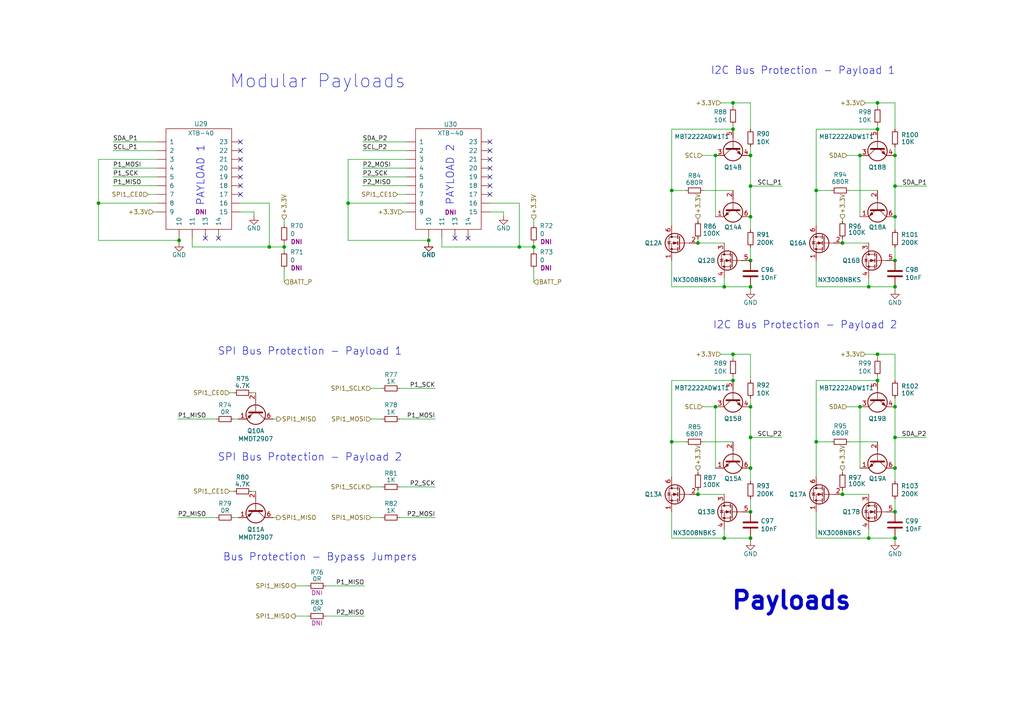
<source format=kicad_sch>
(kicad_sch
	(version 20231120)
	(generator "eeschema")
	(generator_version "8.0")
	(uuid "c065da7f-44d2-42b2-9279-dc8284d06746")
	(paper "A4")
	(title_block
		(title "PiCubed Mainboard")
		(date "2024-02-27")
		(rev "01")
		(company "RExLab Carnegie Mellon University")
		(comment 1 "Neil Khera")
	)
	(lib_symbols
		(symbol "Device:C"
			(pin_numbers hide)
			(pin_names
				(offset 0.254)
			)
			(exclude_from_sim no)
			(in_bom yes)
			(on_board yes)
			(property "Reference" "C"
				(at 0.635 2.54 0)
				(effects
					(font
						(size 1.27 1.27)
					)
					(justify left)
				)
			)
			(property "Value" "C"
				(at 0.635 -2.54 0)
				(effects
					(font
						(size 1.27 1.27)
					)
					(justify left)
				)
			)
			(property "Footprint" ""
				(at 0.9652 -3.81 0)
				(effects
					(font
						(size 1.27 1.27)
					)
					(hide yes)
				)
			)
			(property "Datasheet" "~"
				(at 0 0 0)
				(effects
					(font
						(size 1.27 1.27)
					)
					(hide yes)
				)
			)
			(property "Description" "Unpolarized capacitor"
				(at 0 0 0)
				(effects
					(font
						(size 1.27 1.27)
					)
					(hide yes)
				)
			)
			(property "ki_keywords" "cap capacitor"
				(at 0 0 0)
				(effects
					(font
						(size 1.27 1.27)
					)
					(hide yes)
				)
			)
			(property "ki_fp_filters" "C_*"
				(at 0 0 0)
				(effects
					(font
						(size 1.27 1.27)
					)
					(hide yes)
				)
			)
			(symbol "C_0_1"
				(polyline
					(pts
						(xy -2.032 -0.762) (xy 2.032 -0.762)
					)
					(stroke
						(width 0.508)
						(type default)
					)
					(fill
						(type none)
					)
				)
				(polyline
					(pts
						(xy -2.032 0.762) (xy 2.032 0.762)
					)
					(stroke
						(width 0.508)
						(type default)
					)
					(fill
						(type none)
					)
				)
			)
			(symbol "C_1_1"
				(pin passive line
					(at 0 3.81 270)
					(length 2.794)
					(name "~"
						(effects
							(font
								(size 1.27 1.27)
							)
						)
					)
					(number "1"
						(effects
							(font
								(size 1.27 1.27)
							)
						)
					)
				)
				(pin passive line
					(at 0 -3.81 90)
					(length 2.794)
					(name "~"
						(effects
							(font
								(size 1.27 1.27)
							)
						)
					)
					(number "2"
						(effects
							(font
								(size 1.27 1.27)
							)
						)
					)
				)
			)
		)
		(symbol "Device:R_Small"
			(pin_numbers hide)
			(pin_names
				(offset 0.254) hide)
			(exclude_from_sim no)
			(in_bom yes)
			(on_board yes)
			(property "Reference" "R"
				(at 0.762 0.508 0)
				(effects
					(font
						(size 1.27 1.27)
					)
					(justify left)
				)
			)
			(property "Value" "R_Small"
				(at 0.762 -1.016 0)
				(effects
					(font
						(size 1.27 1.27)
					)
					(justify left)
				)
			)
			(property "Footprint" ""
				(at 0 0 0)
				(effects
					(font
						(size 1.27 1.27)
					)
					(hide yes)
				)
			)
			(property "Datasheet" "~"
				(at 0 0 0)
				(effects
					(font
						(size 1.27 1.27)
					)
					(hide yes)
				)
			)
			(property "Description" "Resistor, small symbol"
				(at 0 0 0)
				(effects
					(font
						(size 1.27 1.27)
					)
					(hide yes)
				)
			)
			(property "ki_keywords" "R resistor"
				(at 0 0 0)
				(effects
					(font
						(size 1.27 1.27)
					)
					(hide yes)
				)
			)
			(property "ki_fp_filters" "R_*"
				(at 0 0 0)
				(effects
					(font
						(size 1.27 1.27)
					)
					(hide yes)
				)
			)
			(symbol "R_Small_0_1"
				(rectangle
					(start -0.762 1.778)
					(end 0.762 -1.778)
					(stroke
						(width 0.2032)
						(type default)
					)
					(fill
						(type none)
					)
				)
			)
			(symbol "R_Small_1_1"
				(pin passive line
					(at 0 2.54 270)
					(length 0.762)
					(name "~"
						(effects
							(font
								(size 1.27 1.27)
							)
						)
					)
					(number "1"
						(effects
							(font
								(size 1.27 1.27)
							)
						)
					)
				)
				(pin passive line
					(at 0 -2.54 90)
					(length 0.762)
					(name "~"
						(effects
							(font
								(size 1.27 1.27)
							)
						)
					)
					(number "2"
						(effects
							(font
								(size 1.27 1.27)
							)
						)
					)
				)
			)
		)
		(symbol "Transistor_BJT:MBT2222ADW1T1"
			(pin_names
				(offset 0) hide)
			(exclude_from_sim no)
			(in_bom yes)
			(on_board yes)
			(property "Reference" "Q"
				(at 5.08 1.27 0)
				(effects
					(font
						(size 1.27 1.27)
					)
					(justify left)
				)
			)
			(property "Value" "MBT2222ADW1T1"
				(at 5.08 -1.27 0)
				(effects
					(font
						(size 1.27 1.27)
					)
					(justify left)
				)
			)
			(property "Footprint" "Package_TO_SOT_SMD:SOT-363_SC-70-6"
				(at 5.08 2.54 0)
				(effects
					(font
						(size 1.27 1.27)
					)
					(hide yes)
				)
			)
			(property "Datasheet" "http://www.onsemi.com/pub_link/Collateral/MBT2222ADW1T1-D.PDF"
				(at 0 0 0)
				(effects
					(font
						(size 1.27 1.27)
					)
					(hide yes)
				)
			)
			(property "Description" "600mA IC, 40V Vce, Dual NPN/NPN Transistors, SOT-363"
				(at 0 0 0)
				(effects
					(font
						(size 1.27 1.27)
					)
					(hide yes)
				)
			)
			(property "ki_locked" ""
				(at 0 0 0)
				(effects
					(font
						(size 1.27 1.27)
					)
				)
			)
			(property "ki_keywords" "NPN/NPN Transistor"
				(at 0 0 0)
				(effects
					(font
						(size 1.27 1.27)
					)
					(hide yes)
				)
			)
			(property "ki_fp_filters" "SOT?363*"
				(at 0 0 0)
				(effects
					(font
						(size 1.27 1.27)
					)
					(hide yes)
				)
			)
			(symbol "MBT2222ADW1T1_0_1"
				(polyline
					(pts
						(xy 0.635 0) (xy -2.54 0)
					)
					(stroke
						(width 0)
						(type default)
					)
					(fill
						(type none)
					)
				)
				(polyline
					(pts
						(xy 0.635 0.635) (xy 2.54 2.54)
					)
					(stroke
						(width 0)
						(type default)
					)
					(fill
						(type none)
					)
				)
				(polyline
					(pts
						(xy 0.635 -0.635) (xy 2.54 -2.54) (xy 2.54 -2.54)
					)
					(stroke
						(width 0)
						(type default)
					)
					(fill
						(type none)
					)
				)
				(polyline
					(pts
						(xy 0.635 1.905) (xy 0.635 -1.905) (xy 0.635 -1.905)
					)
					(stroke
						(width 0.508)
						(type default)
					)
					(fill
						(type none)
					)
				)
				(polyline
					(pts
						(xy 1.27 -1.778) (xy 1.778 -1.27) (xy 2.286 -2.286) (xy 1.27 -1.778) (xy 1.27 -1.778)
					)
					(stroke
						(width 0)
						(type default)
					)
					(fill
						(type outline)
					)
				)
				(circle
					(center 1.27 0)
					(radius 2.8194)
					(stroke
						(width 0.254)
						(type default)
					)
					(fill
						(type none)
					)
				)
			)
			(symbol "MBT2222ADW1T1_1_1"
				(pin passive line
					(at 2.54 -5.08 90)
					(length 2.54)
					(name "E1"
						(effects
							(font
								(size 1.27 1.27)
							)
						)
					)
					(number "1"
						(effects
							(font
								(size 1.27 1.27)
							)
						)
					)
				)
				(pin input line
					(at -5.08 0 0)
					(length 2.54)
					(name "B1"
						(effects
							(font
								(size 1.27 1.27)
							)
						)
					)
					(number "2"
						(effects
							(font
								(size 1.27 1.27)
							)
						)
					)
				)
				(pin passive line
					(at 2.54 5.08 270)
					(length 2.54)
					(name "C1"
						(effects
							(font
								(size 1.27 1.27)
							)
						)
					)
					(number "6"
						(effects
							(font
								(size 1.27 1.27)
							)
						)
					)
				)
			)
			(symbol "MBT2222ADW1T1_2_1"
				(pin passive line
					(at 2.54 5.08 270)
					(length 2.54)
					(name "C2"
						(effects
							(font
								(size 1.27 1.27)
							)
						)
					)
					(number "3"
						(effects
							(font
								(size 1.27 1.27)
							)
						)
					)
				)
				(pin passive line
					(at 2.54 -5.08 90)
					(length 2.54)
					(name "E2"
						(effects
							(font
								(size 1.27 1.27)
							)
						)
					)
					(number "4"
						(effects
							(font
								(size 1.27 1.27)
							)
						)
					)
				)
				(pin input line
					(at -5.08 0 0)
					(length 2.54)
					(name "B2"
						(effects
							(font
								(size 1.27 1.27)
							)
						)
					)
					(number "5"
						(effects
							(font
								(size 1.27 1.27)
							)
						)
					)
				)
			)
		)
		(symbol "mainboard:MMDT2907"
			(pin_names
				(offset 0) hide)
			(exclude_from_sim no)
			(in_bom yes)
			(on_board yes)
			(property "Reference" "Q"
				(at 5.08 1.27 0)
				(effects
					(font
						(size 1.27 1.27)
					)
					(justify left)
				)
			)
			(property "Value" "MMDT2907"
				(at 5.08 -1.27 0)
				(effects
					(font
						(size 1.27 1.27)
					)
					(justify left)
				)
			)
			(property "Footprint" "Package_TO_SOT_SMD:SOT-363_SC-70-6"
				(at 5.08 2.54 0)
				(effects
					(font
						(size 1.27 1.27)
					)
					(hide yes)
				)
			)
			(property "Datasheet" "https://www.diodes.com/assets/Datasheets/MMDT2907AQ.pdf"
				(at 0 0 0)
				(effects
					(font
						(size 1.27 1.27)
					)
					(hide yes)
				)
			)
			(property "Description" "600mA IC, 60V Vce, Dual PNP/PNP Transistors, SOT-363"
				(at 0 0 0)
				(effects
					(font
						(size 1.27 1.27)
					)
					(hide yes)
				)
			)
			(property "ki_locked" ""
				(at 0 0 0)
				(effects
					(font
						(size 1.27 1.27)
					)
				)
			)
			(property "ki_keywords" "PNP/PNP Transistor"
				(at 0 0 0)
				(effects
					(font
						(size 1.27 1.27)
					)
					(hide yes)
				)
			)
			(property "ki_fp_filters" "SOT?363*"
				(at 0 0 0)
				(effects
					(font
						(size 1.27 1.27)
					)
					(hide yes)
				)
			)
			(symbol "MMDT2907_0_1"
				(polyline
					(pts
						(xy 0.635 0) (xy -2.54 0)
					)
					(stroke
						(width 0)
						(type solid)
					)
					(fill
						(type none)
					)
				)
				(polyline
					(pts
						(xy 0.635 0.635) (xy 2.54 2.54)
					)
					(stroke
						(width 0)
						(type solid)
					)
					(fill
						(type none)
					)
				)
				(polyline
					(pts
						(xy 0.635 -0.635) (xy 2.54 -2.54) (xy 2.54 -2.54)
					)
					(stroke
						(width 0)
						(type solid)
					)
					(fill
						(type none)
					)
				)
				(polyline
					(pts
						(xy 0.635 1.905) (xy 0.635 -1.905) (xy 0.635 -1.905)
					)
					(stroke
						(width 0.508)
						(type solid)
					)
					(fill
						(type none)
					)
				)
				(polyline
					(pts
						(xy 2.286 -1.778) (xy 1.778 -2.286) (xy 1.27 -1.27) (xy 2.286 -1.778) (xy 2.286 -1.778)
					)
					(stroke
						(width 0)
						(type solid)
					)
					(fill
						(type outline)
					)
				)
				(circle
					(center 1.27 0)
					(radius 2.8194)
					(stroke
						(width 0.254)
						(type solid)
					)
					(fill
						(type none)
					)
				)
			)
			(symbol "MMDT2907_1_1"
				(pin passive line
					(at 2.54 -5.08 90)
					(length 2.54)
					(name "E1"
						(effects
							(font
								(size 1.27 1.27)
							)
						)
					)
					(number "1"
						(effects
							(font
								(size 1.27 1.27)
							)
						)
					)
				)
				(pin input line
					(at -5.08 0 0)
					(length 2.54)
					(name "B1"
						(effects
							(font
								(size 1.27 1.27)
							)
						)
					)
					(number "2"
						(effects
							(font
								(size 1.27 1.27)
							)
						)
					)
				)
				(pin passive line
					(at 2.54 5.08 270)
					(length 2.54)
					(name "C1"
						(effects
							(font
								(size 1.27 1.27)
							)
						)
					)
					(number "6"
						(effects
							(font
								(size 1.27 1.27)
							)
						)
					)
				)
			)
			(symbol "MMDT2907_2_1"
				(pin passive line
					(at 2.54 5.08 270)
					(length 2.54)
					(name "C2"
						(effects
							(font
								(size 1.27 1.27)
							)
						)
					)
					(number "3"
						(effects
							(font
								(size 1.27 1.27)
							)
						)
					)
				)
				(pin passive line
					(at 2.54 -5.08 90)
					(length 2.54)
					(name "E2"
						(effects
							(font
								(size 1.27 1.27)
							)
						)
					)
					(number "4"
						(effects
							(font
								(size 1.27 1.27)
							)
						)
					)
				)
				(pin input line
					(at -5.08 0 0)
					(length 2.54)
					(name "B2"
						(effects
							(font
								(size 1.27 1.27)
							)
						)
					)
					(number "5"
						(effects
							(font
								(size 1.27 1.27)
							)
						)
					)
				)
			)
		)
		(symbol "mainboard:NX3008NBKS"
			(pin_names
				(offset 0.762) hide)
			(exclude_from_sim no)
			(in_bom yes)
			(on_board yes)
			(property "Reference" "Q"
				(at 5.08 1.27 0)
				(effects
					(font
						(size 1.27 1.27)
					)
					(justify left)
				)
			)
			(property "Value" "NX3008NBKS"
				(at 5.08 -1.27 0)
				(effects
					(font
						(size 1.27 1.27)
					)
					(justify left)
				)
			)
			(property "Footprint" "Package_TO_SOT_SMD:SOT-363_SC-70-6"
				(at -13.97 -13.97 0)
				(effects
					(font
						(size 1.27 1.27)
					)
					(justify left)
					(hide yes)
				)
			)
			(property "Datasheet" "https://assets.nexperia.com/documents/data-sheet/NX3008NBKS.pdf"
				(at -13.97 -16.51 0)
				(effects
					(font
						(size 1.27 1.27)
					)
					(justify left)
					(hide yes)
				)
			)
			(property "Description" "Dual N-Channel MOSFET - 2NMOS"
				(at -13.97 -19.05 0)
				(effects
					(font
						(size 1.27 1.27)
					)
					(justify left)
					(hide yes)
				)
			)
			(property "Manufacturer_Name" "Nexperia USA Inc."
				(at -13.97 -21.59 0)
				(effects
					(font
						(size 1.27 1.27)
					)
					(justify left)
					(hide yes)
				)
			)
			(property "Manufacturer_Part_Number" "NX3008NBKS"
				(at -13.97 -24.13 0)
				(effects
					(font
						(size 1.27 1.27)
					)
					(justify left)
					(hide yes)
				)
			)
			(property "ki_locked" ""
				(at 0 0 0)
				(effects
					(font
						(size 1.27 1.27)
					)
				)
			)
			(symbol "NX3008NBKS_1_1"
				(polyline
					(pts
						(xy -1.016 0) (xy -3.81 0)
					)
					(stroke
						(width 0)
						(type default)
					)
					(fill
						(type none)
					)
				)
				(polyline
					(pts
						(xy -1.016 1.905) (xy -1.016 -1.905)
					)
					(stroke
						(width 0.254)
						(type default)
					)
					(fill
						(type none)
					)
				)
				(polyline
					(pts
						(xy -0.508 -1.27) (xy -0.508 -2.286)
					)
					(stroke
						(width 0.254)
						(type default)
					)
					(fill
						(type none)
					)
				)
				(polyline
					(pts
						(xy -0.508 0.508) (xy -0.508 -0.508)
					)
					(stroke
						(width 0.254)
						(type default)
					)
					(fill
						(type none)
					)
				)
				(polyline
					(pts
						(xy -0.508 2.286) (xy -0.508 1.27)
					)
					(stroke
						(width 0.254)
						(type default)
					)
					(fill
						(type none)
					)
				)
				(polyline
					(pts
						(xy 1.27 2.54) (xy 1.27 1.778)
					)
					(stroke
						(width 0)
						(type default)
					)
					(fill
						(type none)
					)
				)
				(polyline
					(pts
						(xy 1.27 -2.54) (xy 1.27 0) (xy -0.508 0)
					)
					(stroke
						(width 0)
						(type default)
					)
					(fill
						(type none)
					)
				)
				(polyline
					(pts
						(xy -0.508 -1.778) (xy 2.032 -1.778) (xy 2.032 1.778) (xy -0.508 1.778)
					)
					(stroke
						(width 0)
						(type default)
					)
					(fill
						(type none)
					)
				)
				(polyline
					(pts
						(xy -0.254 0) (xy 0.762 0.381) (xy 0.762 -0.381) (xy -0.254 0)
					)
					(stroke
						(width 0)
						(type default)
					)
					(fill
						(type outline)
					)
				)
				(polyline
					(pts
						(xy 1.524 0.508) (xy 1.651 0.381) (xy 2.413 0.381) (xy 2.54 0.254)
					)
					(stroke
						(width 0)
						(type default)
					)
					(fill
						(type none)
					)
				)
				(polyline
					(pts
						(xy 2.032 0.381) (xy 1.651 -0.254) (xy 2.413 -0.254) (xy 2.032 0.381)
					)
					(stroke
						(width 0)
						(type default)
					)
					(fill
						(type none)
					)
				)
				(circle
					(center 0.381 0)
					(radius 2.794)
					(stroke
						(width 0.254)
						(type default)
					)
					(fill
						(type none)
					)
				)
				(circle
					(center 1.27 -1.778)
					(radius 0.254)
					(stroke
						(width 0)
						(type default)
					)
					(fill
						(type outline)
					)
				)
				(circle
					(center 1.27 1.778)
					(radius 0.254)
					(stroke
						(width 0)
						(type default)
					)
					(fill
						(type outline)
					)
				)
				(pin passive line
					(at 1.27 -5.08 90)
					(length 2.54)
					(name "S2"
						(effects
							(font
								(size 1.27 1.27)
							)
						)
					)
					(number "1"
						(effects
							(font
								(size 1.27 1.27)
							)
						)
					)
				)
				(pin input line
					(at -6.35 0 0)
					(length 2.54)
					(name "G2"
						(effects
							(font
								(size 1.27 1.27)
							)
						)
					)
					(number "2"
						(effects
							(font
								(size 1.27 1.27)
							)
						)
					)
				)
				(pin passive line
					(at 1.27 5.08 270)
					(length 2.54)
					(name "D1"
						(effects
							(font
								(size 1.27 1.27)
							)
						)
					)
					(number "6"
						(effects
							(font
								(size 1.27 1.27)
							)
						)
					)
				)
			)
			(symbol "NX3008NBKS_2_1"
				(polyline
					(pts
						(xy -1.016 0) (xy -3.81 0)
					)
					(stroke
						(width 0)
						(type default)
					)
					(fill
						(type none)
					)
				)
				(polyline
					(pts
						(xy -1.016 1.905) (xy -1.016 -1.905)
					)
					(stroke
						(width 0.254)
						(type default)
					)
					(fill
						(type none)
					)
				)
				(polyline
					(pts
						(xy -0.508 -1.27) (xy -0.508 -2.286)
					)
					(stroke
						(width 0.254)
						(type default)
					)
					(fill
						(type none)
					)
				)
				(polyline
					(pts
						(xy -0.508 0.508) (xy -0.508 -0.508)
					)
					(stroke
						(width 0.254)
						(type default)
					)
					(fill
						(type none)
					)
				)
				(polyline
					(pts
						(xy -0.508 2.286) (xy -0.508 1.27)
					)
					(stroke
						(width 0.254)
						(type default)
					)
					(fill
						(type none)
					)
				)
				(polyline
					(pts
						(xy 1.27 2.54) (xy 1.27 1.778)
					)
					(stroke
						(width 0)
						(type default)
					)
					(fill
						(type none)
					)
				)
				(polyline
					(pts
						(xy 1.27 -2.54) (xy 1.27 0) (xy -0.508 0)
					)
					(stroke
						(width 0)
						(type default)
					)
					(fill
						(type none)
					)
				)
				(polyline
					(pts
						(xy -0.508 -1.778) (xy 2.032 -1.778) (xy 2.032 1.778) (xy -0.508 1.778)
					)
					(stroke
						(width 0)
						(type default)
					)
					(fill
						(type none)
					)
				)
				(polyline
					(pts
						(xy -0.254 0) (xy 0.762 0.381) (xy 0.762 -0.381) (xy -0.254 0)
					)
					(stroke
						(width 0)
						(type default)
					)
					(fill
						(type outline)
					)
				)
				(polyline
					(pts
						(xy 1.524 0.508) (xy 1.651 0.381) (xy 2.413 0.381) (xy 2.54 0.254)
					)
					(stroke
						(width 0)
						(type default)
					)
					(fill
						(type none)
					)
				)
				(polyline
					(pts
						(xy 2.032 0.381) (xy 1.651 -0.254) (xy 2.413 -0.254) (xy 2.032 0.381)
					)
					(stroke
						(width 0)
						(type default)
					)
					(fill
						(type none)
					)
				)
				(circle
					(center 0.381 0)
					(radius 2.794)
					(stroke
						(width 0.254)
						(type default)
					)
					(fill
						(type none)
					)
				)
				(circle
					(center 1.27 -1.778)
					(radius 0.254)
					(stroke
						(width 0)
						(type default)
					)
					(fill
						(type outline)
					)
				)
				(circle
					(center 1.27 1.778)
					(radius 0.254)
					(stroke
						(width 0)
						(type default)
					)
					(fill
						(type outline)
					)
				)
				(pin passive line
					(at 1.27 5.08 270)
					(length 2.54)
					(name "D2"
						(effects
							(font
								(size 1.27 1.27)
							)
						)
					)
					(number "3"
						(effects
							(font
								(size 1.27 1.27)
							)
						)
					)
				)
				(pin passive line
					(at 1.27 -5.08 90)
					(length 2.54)
					(name "S1"
						(effects
							(font
								(size 1.27 1.27)
							)
						)
					)
					(number "4"
						(effects
							(font
								(size 1.27 1.27)
							)
						)
					)
				)
				(pin input line
					(at -6.35 0 0)
					(length 2.54)
					(name "G1"
						(effects
							(font
								(size 1.27 1.27)
							)
						)
					)
					(number "5"
						(effects
							(font
								(size 1.27 1.27)
							)
						)
					)
				)
			)
		)
		(symbol "mainboard:XTB-40_payload"
			(pin_names
				(offset 1.016)
			)
			(exclude_from_sim no)
			(in_bom yes)
			(on_board yes)
			(property "Reference" "U"
				(at -2.54 13.97 0)
				(effects
					(font
						(size 1.27 1.27)
					)
				)
			)
			(property "Value" "XTB-40_payload"
				(at -1.27 11.43 0)
				(effects
					(font
						(size 1.27 1.27)
					)
				)
			)
			(property "Footprint" "custom-footprints:XTB28_MEZ"
				(at 0 -33.02 0)
				(effects
					(font
						(size 1.27 1.27)
					)
					(hide yes)
				)
			)
			(property "Datasheet" ""
				(at 0 0 0)
				(effects
					(font
						(size 1.27 1.27)
					)
					(hide yes)
				)
			)
			(property "Description" ""
				(at 0 0 0)
				(effects
					(font
						(size 1.27 1.27)
					)
					(hide yes)
				)
			)
			(symbol "XTB-40_payload_1_0"
				(pin bidirectional line
					(at -12.7 8.89 0)
					(length 2.54)
					(name "1"
						(effects
							(font
								(size 1.27 1.27)
							)
						)
					)
					(number "1"
						(effects
							(font
								(size 0 0)
							)
						)
					)
				)
			)
			(symbol "XTB-40_payload_1_1"
				(rectangle
					(start -10.16 12.7)
					(end 8.89 -16.51)
					(stroke
						(width 0)
						(type solid)
					)
					(fill
						(type none)
					)
				)
				(pin bidirectional line
					(at -6.35 -19.05 90)
					(length 2.54)
					(name "10"
						(effects
							(font
								(size 1.27 1.27)
							)
						)
					)
					(number "10"
						(effects
							(font
								(size 0 0)
							)
						)
					)
				)
				(pin bidirectional line
					(at -2.54 -19.05 90)
					(length 2.54)
					(name "11"
						(effects
							(font
								(size 1.27 1.27)
							)
						)
					)
					(number "11"
						(effects
							(font
								(size 0 0)
							)
						)
					)
				)
				(pin bidirectional line
					(at 1.27 -19.05 90)
					(length 2.54)
					(name "13"
						(effects
							(font
								(size 1.27 1.27)
							)
						)
					)
					(number "13"
						(effects
							(font
								(size 0 0)
							)
						)
					)
				)
				(pin bidirectional line
					(at 5.08 -19.05 90)
					(length 2.54)
					(name "14"
						(effects
							(font
								(size 1.27 1.27)
							)
						)
					)
					(number "14"
						(effects
							(font
								(size 0 0)
							)
						)
					)
				)
				(pin bidirectional line
					(at 11.43 -11.43 180)
					(length 2.54)
					(name "15"
						(effects
							(font
								(size 1.27 1.27)
							)
						)
					)
					(number "15"
						(effects
							(font
								(size 0 0)
							)
						)
					)
				)
				(pin bidirectional line
					(at 11.43 -8.89 180)
					(length 2.54)
					(name "16"
						(effects
							(font
								(size 1.27 1.27)
							)
						)
					)
					(number "16"
						(effects
							(font
								(size 0 0)
							)
						)
					)
				)
				(pin bidirectional line
					(at 11.43 -6.35 180)
					(length 2.54)
					(name "17"
						(effects
							(font
								(size 1.27 1.27)
							)
						)
					)
					(number "17"
						(effects
							(font
								(size 0 0)
							)
						)
					)
				)
				(pin bidirectional line
					(at 11.43 -3.81 180)
					(length 2.54)
					(name "18"
						(effects
							(font
								(size 1.27 1.27)
							)
						)
					)
					(number "18"
						(effects
							(font
								(size 0 0)
							)
						)
					)
				)
				(pin bidirectional line
					(at 11.43 -1.27 180)
					(length 2.54)
					(name "19"
						(effects
							(font
								(size 1.27 1.27)
							)
						)
					)
					(number "19"
						(effects
							(font
								(size 0 0)
							)
						)
					)
				)
				(pin bidirectional line
					(at -12.7 6.35 0)
					(length 2.54)
					(name "2"
						(effects
							(font
								(size 1.27 1.27)
							)
						)
					)
					(number "2"
						(effects
							(font
								(size 0 0)
							)
						)
					)
				)
				(pin bidirectional line
					(at 11.43 1.27 180)
					(length 2.54)
					(name "20"
						(effects
							(font
								(size 1.27 1.27)
							)
						)
					)
					(number "20"
						(effects
							(font
								(size 0 0)
							)
						)
					)
				)
				(pin bidirectional line
					(at 11.43 3.81 180)
					(length 2.54)
					(name "21"
						(effects
							(font
								(size 1.27 1.27)
							)
						)
					)
					(number "21"
						(effects
							(font
								(size 0 0)
							)
						)
					)
				)
				(pin bidirectional line
					(at 11.43 6.35 180)
					(length 2.54)
					(name "22"
						(effects
							(font
								(size 1.27 1.27)
							)
						)
					)
					(number "22"
						(effects
							(font
								(size 0 0)
							)
						)
					)
				)
				(pin bidirectional line
					(at 11.43 8.89 180)
					(length 2.54)
					(name "23"
						(effects
							(font
								(size 1.27 1.27)
							)
						)
					)
					(number "23"
						(effects
							(font
								(size 0 0)
							)
						)
					)
				)
				(pin bidirectional line
					(at -12.7 3.81 0)
					(length 2.54)
					(name "3"
						(effects
							(font
								(size 1.27 1.27)
							)
						)
					)
					(number "3"
						(effects
							(font
								(size 0 0)
							)
						)
					)
				)
				(pin bidirectional line
					(at -12.7 1.27 0)
					(length 2.54)
					(name "4"
						(effects
							(font
								(size 1.27 1.27)
							)
						)
					)
					(number "4"
						(effects
							(font
								(size 0 0)
							)
						)
					)
				)
				(pin bidirectional line
					(at -12.7 -1.27 0)
					(length 2.54)
					(name "5"
						(effects
							(font
								(size 1.27 1.27)
							)
						)
					)
					(number "5"
						(effects
							(font
								(size 0 0)
							)
						)
					)
				)
				(pin bidirectional line
					(at -12.7 -3.81 0)
					(length 2.54)
					(name "6"
						(effects
							(font
								(size 1.27 1.27)
							)
						)
					)
					(number "6"
						(effects
							(font
								(size 0 0)
							)
						)
					)
				)
				(pin bidirectional line
					(at -12.7 -6.35 0)
					(length 2.54)
					(name "7"
						(effects
							(font
								(size 1.27 1.27)
							)
						)
					)
					(number "7"
						(effects
							(font
								(size 0 0)
							)
						)
					)
				)
				(pin bidirectional line
					(at -12.7 -8.89 0)
					(length 2.54)
					(name "8"
						(effects
							(font
								(size 1.27 1.27)
							)
						)
					)
					(number "8"
						(effects
							(font
								(size 0 0)
							)
						)
					)
				)
				(pin bidirectional line
					(at -12.7 -11.43 0)
					(length 2.54)
					(name "9"
						(effects
							(font
								(size 1.27 1.27)
							)
						)
					)
					(number "9"
						(effects
							(font
								(size 0 0)
							)
						)
					)
				)
			)
		)
		(symbol "power:GND"
			(power)
			(pin_names
				(offset 0)
			)
			(exclude_from_sim no)
			(in_bom yes)
			(on_board yes)
			(property "Reference" "#PWR"
				(at 0 -6.35 0)
				(effects
					(font
						(size 1.27 1.27)
					)
					(hide yes)
				)
			)
			(property "Value" "GND"
				(at 0 -3.81 0)
				(effects
					(font
						(size 1.27 1.27)
					)
				)
			)
			(property "Footprint" ""
				(at 0 0 0)
				(effects
					(font
						(size 1.27 1.27)
					)
					(hide yes)
				)
			)
			(property "Datasheet" ""
				(at 0 0 0)
				(effects
					(font
						(size 1.27 1.27)
					)
					(hide yes)
				)
			)
			(property "Description" "Power symbol creates a global label with name \"GND\" , ground"
				(at 0 0 0)
				(effects
					(font
						(size 1.27 1.27)
					)
					(hide yes)
				)
			)
			(property "ki_keywords" "global power"
				(at 0 0 0)
				(effects
					(font
						(size 1.27 1.27)
					)
					(hide yes)
				)
			)
			(symbol "GND_0_1"
				(polyline
					(pts
						(xy 0 0) (xy 0 -1.27) (xy 1.27 -1.27) (xy 0 -2.54) (xy -1.27 -1.27) (xy 0 -1.27)
					)
					(stroke
						(width 0)
						(type default)
					)
					(fill
						(type none)
					)
				)
			)
			(symbol "GND_1_1"
				(pin power_in line
					(at 0 0 270)
					(length 0) hide
					(name "GND"
						(effects
							(font
								(size 1.27 1.27)
							)
						)
					)
					(number "1"
						(effects
							(font
								(size 1.27 1.27)
							)
						)
					)
				)
			)
		)
	)
	(junction
		(at 259.588 83.185)
		(diameter 0)
		(color 0 0 0 0)
		(uuid "0236a0e9-fe4e-4a4d-8cad-af1fb7142a4b")
	)
	(junction
		(at 254.508 110.363)
		(diameter 0)
		(color 0 0 0 0)
		(uuid "05c901d2-531e-4b50-9f12-62c786b1ae95")
	)
	(junction
		(at 217.678 148.463)
		(diameter 0)
		(color 0 0 0 0)
		(uuid "13e3b356-1656-4502-9f76-b52c59e487ca")
	)
	(junction
		(at 217.678 117.983)
		(diameter 0)
		(color 0 0 0 0)
		(uuid "14f7b29a-778f-42b5-9654-59ff74c15dfe")
	)
	(junction
		(at 212.598 110.363)
		(diameter 0)
		(color 0 0 0 0)
		(uuid "1b31698e-e8aa-4641-8ae8-88c9cdb6350a")
	)
	(junction
		(at 259.588 156.083)
		(diameter 0)
		(color 0 0 0 0)
		(uuid "2098c4e8-7acb-423b-aeac-db3bec13c179")
	)
	(junction
		(at 249.428 117.983)
		(diameter 0)
		(color 0 0 0 0)
		(uuid "2163cb12-44d9-4d40-92a6-bf210a9b909d")
	)
	(junction
		(at 217.678 156.083)
		(diameter 0)
		(color 0 0 0 0)
		(uuid "23deee9e-c66e-4cf0-9665-cc3ddefc538b")
	)
	(junction
		(at 259.588 75.565)
		(diameter 0)
		(color 0 0 0 0)
		(uuid "2ad3ffcf-e383-49d8-b354-998da05b0b19")
	)
	(junction
		(at 154.813 71.628)
		(diameter 0)
		(color 0 0 0 0)
		(uuid "2ada1c99-70c8-4ce8-bb49-3d868c34c62f")
	)
	(junction
		(at 217.678 135.763)
		(diameter 0)
		(color 0 0 0 0)
		(uuid "3566fcb8-8281-4a85-8aa7-119fe196a426")
	)
	(junction
		(at 212.598 37.465)
		(diameter 0)
		(color 0 0 0 0)
		(uuid "363b40da-704b-462f-b843-c67bb4728332")
	)
	(junction
		(at 259.588 45.085)
		(diameter 0)
		(color 0 0 0 0)
		(uuid "37f29414-3579-4307-8916-e8cce67b8a44")
	)
	(junction
		(at 217.678 45.085)
		(diameter 0)
		(color 0 0 0 0)
		(uuid "38c2c7e5-041c-43a1-adf2-0a0c88ccd78d")
	)
	(junction
		(at 217.678 75.565)
		(diameter 0)
		(color 0 0 0 0)
		(uuid "3aa66f1c-8aa7-4676-adcb-36b3a75bfadd")
	)
	(junction
		(at 207.518 45.085)
		(diameter 0)
		(color 0 0 0 0)
		(uuid "3e1697d2-932e-4e8e-8075-84c17aef0134")
	)
	(junction
		(at 51.943 69.723)
		(diameter 0)
		(color 0 0 0 0)
		(uuid "3e23aba6-20a5-48dc-9ea2-e3b5e6ac7dc8")
	)
	(junction
		(at 259.588 117.983)
		(diameter 0)
		(color 0 0 0 0)
		(uuid "3ee41a39-32d4-4974-b6a1-fb612f3e2fe2")
	)
	(junction
		(at 194.818 128.143)
		(diameter 0)
		(color 0 0 0 0)
		(uuid "449e411b-793f-46c6-8aaf-8b3c19f5c5fe")
	)
	(junction
		(at 212.598 102.743)
		(diameter 0)
		(color 0 0 0 0)
		(uuid "542665f6-8ebd-4125-80ef-92d7eb761847")
	)
	(junction
		(at 259.588 135.763)
		(diameter 0)
		(color 0 0 0 0)
		(uuid "5ab4c18e-3932-4cad-8e1e-231b8a69b041")
	)
	(junction
		(at 202.438 70.485)
		(diameter 0)
		(color 0 0 0 0)
		(uuid "6c817064-dac4-4389-a632-5622d8ee6ad8")
	)
	(junction
		(at 28.575 58.928)
		(diameter 0)
		(color 0 0 0 0)
		(uuid "6ec320b2-5035-48e2-b58f-5252a415d1a7")
	)
	(junction
		(at 212.598 29.845)
		(diameter 0)
		(color 0 0 0 0)
		(uuid "75791af4-3d33-40d4-aa87-f2f4d83c8169")
	)
	(junction
		(at 259.588 62.865)
		(diameter 0)
		(color 0 0 0 0)
		(uuid "8837ff27-6b47-43ef-921a-c2cecf7e11d9")
	)
	(junction
		(at 244.348 143.383)
		(diameter 0)
		(color 0 0 0 0)
		(uuid "8d5dfd7e-0bf2-484d-b946-67b2ba24bdd5")
	)
	(junction
		(at 217.678 126.873)
		(diameter 0)
		(color 0 0 0 0)
		(uuid "8f7389a4-a315-4c36-8e22-49e1123217ee")
	)
	(junction
		(at 249.428 45.085)
		(diameter 0)
		(color 0 0 0 0)
		(uuid "91898bd1-52bf-4ed3-8bf8-a4115ea4a312")
	)
	(junction
		(at 236.728 55.245)
		(diameter 0)
		(color 0 0 0 0)
		(uuid "91d4f5dc-caa5-4d44-a75a-2eabb86807b1")
	)
	(junction
		(at 217.678 83.185)
		(diameter 0)
		(color 0 0 0 0)
		(uuid "93048994-6d62-4529-9b65-2881a0c9b61c")
	)
	(junction
		(at 251.968 156.083)
		(diameter 0)
		(color 0 0 0 0)
		(uuid "9bf2ea0a-58f7-431e-a907-27b1943c5c1c")
	)
	(junction
		(at 217.678 62.865)
		(diameter 0)
		(color 0 0 0 0)
		(uuid "a0dc13cd-86ed-4b08-a135-5ad7395da045")
	)
	(junction
		(at 251.968 83.185)
		(diameter 0)
		(color 0 0 0 0)
		(uuid "a4c1dfc9-d8cf-42ae-b59c-3d81023fc890")
	)
	(junction
		(at 82.423 71.628)
		(diameter 0)
		(color 0 0 0 0)
		(uuid "aee3fecf-c80a-4c07-8163-e8ae7611eec6")
	)
	(junction
		(at 259.588 148.463)
		(diameter 0)
		(color 0 0 0 0)
		(uuid "b4dbe4ce-675d-45cb-ab74-f698befa6986")
	)
	(junction
		(at 194.818 55.245)
		(diameter 0)
		(color 0 0 0 0)
		(uuid "b5d474f5-8b79-4c74-a924-eb7ca11c9bf6")
	)
	(junction
		(at 259.588 126.873)
		(diameter 0)
		(color 0 0 0 0)
		(uuid "b9607bf8-ea34-44ae-9c96-7565a12bb5b4")
	)
	(junction
		(at 254.508 102.743)
		(diameter 0)
		(color 0 0 0 0)
		(uuid "bc92faaf-632e-41f9-8ba6-ddc6168779c3")
	)
	(junction
		(at 236.728 128.143)
		(diameter 0)
		(color 0 0 0 0)
		(uuid "bcd0481f-c95c-427d-bdf8-a93f6995b16f")
	)
	(junction
		(at 244.348 70.485)
		(diameter 0)
		(color 0 0 0 0)
		(uuid "ca1cf16e-9b6b-4e07-b351-5f35aac9be93")
	)
	(junction
		(at 202.438 143.383)
		(diameter 0)
		(color 0 0 0 0)
		(uuid "cca293ef-0a1d-45ee-9ce4-b20958800a4d")
	)
	(junction
		(at 207.518 117.983)
		(diameter 0)
		(color 0 0 0 0)
		(uuid "d3982b41-00a2-4d54-b5ba-23458f9204ae")
	)
	(junction
		(at 100.965 58.928)
		(diameter 0)
		(color 0 0 0 0)
		(uuid "dbcb4c60-a8e8-4198-a62f-a3107b2057ab")
	)
	(junction
		(at 78.105 71.628)
		(diameter 0)
		(color 0 0 0 0)
		(uuid "e3d3ee59-3890-4ca8-a488-a768ff58236a")
	)
	(junction
		(at 124.333 69.723)
		(diameter 0)
		(color 0 0 0 0)
		(uuid "ea617b11-9e6e-4dc4-bbc8-6f57a5462976")
	)
	(junction
		(at 210.058 156.083)
		(diameter 0)
		(color 0 0 0 0)
		(uuid "ef4bdcbe-25bf-4398-a595-62e211d96f2a")
	)
	(junction
		(at 254.508 37.465)
		(diameter 0)
		(color 0 0 0 0)
		(uuid "f0afdf77-8310-4732-b3e6-321cf7cd4692")
	)
	(junction
		(at 217.678 53.975)
		(diameter 0)
		(color 0 0 0 0)
		(uuid "f441ad93-f1b2-48ba-a0b3-3a6c17524f8e")
	)
	(junction
		(at 259.588 53.975)
		(diameter 0)
		(color 0 0 0 0)
		(uuid "f6ea06cb-8ad9-4a8e-a4d3-cc998619e44d")
	)
	(junction
		(at 150.622 71.628)
		(diameter 0)
		(color 0 0 0 0)
		(uuid "f9a5ab59-d01b-458e-bb07-e35267d69c5d")
	)
	(junction
		(at 210.058 83.185)
		(diameter 0)
		(color 0 0 0 0)
		(uuid "faeea539-e541-41e0-b9a7-f933bef810ca")
	)
	(junction
		(at 254.508 29.845)
		(diameter 0)
		(color 0 0 0 0)
		(uuid "fdc89ebc-c9c7-4ef8-b3c3-013f821fb296")
	)
	(no_connect
		(at 131.953 69.088)
		(uuid "1fa5a0af-b9b0-40d4-bec2-8276abfdd933")
	)
	(no_connect
		(at 142.113 53.848)
		(uuid "34d5ca5e-f9f8-4ded-b478-9163ef19b752")
	)
	(no_connect
		(at 142.113 56.388)
		(uuid "37dfaa96-484c-4d2b-a39a-9e47fe58519c")
	)
	(no_connect
		(at 59.563 69.088)
		(uuid "5aaf782e-cec4-4097-8892-7cfd4f634e86")
	)
	(no_connect
		(at 63.373 69.088)
		(uuid "74eec423-a9a9-4474-8953-ad8933e23023")
	)
	(no_connect
		(at 69.723 53.848)
		(uuid "82b56141-0137-4f4c-a2aa-aa825901b30d")
	)
	(no_connect
		(at 69.723 48.768)
		(uuid "83b5f8f2-ec96-4ebf-83e1-060773ef410e")
	)
	(no_connect
		(at 69.723 41.148)
		(uuid "90815386-407a-41ad-b7f6-fe8d30c385ab")
	)
	(no_connect
		(at 69.723 46.228)
		(uuid "93632beb-8c1b-4fad-aef1-dc36fca0fcdc")
	)
	(no_connect
		(at 142.113 51.308)
		(uuid "988b7b04-3415-4ab4-8874-791926cfe32d")
	)
	(no_connect
		(at 142.113 48.768)
		(uuid "9e56aac6-711d-42b3-b55d-f1305f93eeaf")
	)
	(no_connect
		(at 69.723 56.388)
		(uuid "a34103bc-baf4-49d1-9881-373229d5646d")
	)
	(no_connect
		(at 142.113 46.228)
		(uuid "af3e4b57-1c3a-40fa-ab6f-722908dcc9ce")
	)
	(no_connect
		(at 142.113 43.688)
		(uuid "ba024740-bdd1-4918-8492-ee67fa27dbad")
	)
	(no_connect
		(at 69.723 43.688)
		(uuid "cbe051d4-f4aa-4f01-a486-5ec86c7d9acf")
	)
	(no_connect
		(at 142.113 41.148)
		(uuid "ef821d92-800d-48b4-a244-32af3f6ebe98")
	)
	(no_connect
		(at 69.723 51.308)
		(uuid "f6ee1875-54fe-4618-b61f-addf69e4a348")
	)
	(no_connect
		(at 135.763 69.088)
		(uuid "fe6cdee1-7a01-4322-a143-a0de8d9d16f8")
	)
	(wire
		(pts
			(xy 28.575 58.928) (xy 28.575 46.228)
		)
		(stroke
			(width 0)
			(type default)
		)
		(uuid "00d23753-ffc5-4f16-a930-cc2b361f1f33")
	)
	(wire
		(pts
			(xy 254.508 29.845) (xy 254.508 31.115)
		)
		(stroke
			(width 0)
			(type default)
		)
		(uuid "053e05af-a0b7-482c-ba4a-4b5c99eaebea")
	)
	(wire
		(pts
			(xy 82.423 71.628) (xy 82.423 72.898)
		)
		(stroke
			(width 0)
			(type default)
		)
		(uuid "0643250f-5211-4f82-806c-832cf88a14f9")
	)
	(wire
		(pts
			(xy 217.678 42.545) (xy 217.678 45.085)
		)
		(stroke
			(width 0)
			(type default)
		)
		(uuid "064ad4cc-12da-44a8-b53a-6e1f53fed3c4")
	)
	(wire
		(pts
			(xy 226.822 53.975) (xy 217.678 53.975)
		)
		(stroke
			(width 0)
			(type default)
		)
		(uuid "06866c16-22c4-4eaa-8150-96adf300642b")
	)
	(wire
		(pts
			(xy 217.678 156.972) (xy 217.678 156.083)
		)
		(stroke
			(width 0)
			(type default)
		)
		(uuid "06cc269e-6cae-4b5e-bc84-a4b07b269011")
	)
	(wire
		(pts
			(xy 51.943 69.723) (xy 28.575 69.723)
		)
		(stroke
			(width 0)
			(type default)
		)
		(uuid "070a87b5-6771-452e-ab6a-d69e75b05766")
	)
	(wire
		(pts
			(xy 194.818 83.185) (xy 210.058 83.185)
		)
		(stroke
			(width 0)
			(type default)
		)
		(uuid "09010d51-30b0-481f-b7e8-097cd616bc50")
	)
	(wire
		(pts
			(xy 128.143 69.088) (xy 128.143 71.628)
		)
		(stroke
			(width 0)
			(type default)
		)
		(uuid "093d14eb-f233-4f8f-8f36-4352c6ee7522")
	)
	(wire
		(pts
			(xy 217.678 144.653) (xy 217.678 148.463)
		)
		(stroke
			(width 0)
			(type default)
		)
		(uuid "09ca11af-2063-4183-8da3-e165c361f887")
	)
	(wire
		(pts
			(xy 78.105 58.928) (xy 69.723 58.928)
		)
		(stroke
			(width 0)
			(type default)
		)
		(uuid "0b239b8c-eeb3-4e05-9770-be140cd20bbc")
	)
	(wire
		(pts
			(xy 32.766 53.848) (xy 45.593 53.848)
		)
		(stroke
			(width 0)
			(type default)
		)
		(uuid "0cb954c0-b6a2-4f61-854c-3c8a46df24ec")
	)
	(wire
		(pts
			(xy 212.598 102.743) (xy 212.598 104.013)
		)
		(stroke
			(width 0)
			(type default)
		)
		(uuid "0f83aa5b-4627-4e76-8d9f-7b03fedc4d9d")
	)
	(wire
		(pts
			(xy 268.859 53.975) (xy 259.588 53.975)
		)
		(stroke
			(width 0)
			(type default)
		)
		(uuid "0fc927d3-5e0c-4608-bce9-93c054d8cbaf")
	)
	(wire
		(pts
			(xy 244.348 142.113) (xy 244.348 143.383)
		)
		(stroke
			(width 0)
			(type default)
		)
		(uuid "10db17ad-9aae-478f-81ac-668ec1852ea3")
	)
	(wire
		(pts
			(xy 78.105 58.928) (xy 78.105 71.628)
		)
		(stroke
			(width 0)
			(type default)
		)
		(uuid "11476430-b49a-440d-9405-0018a48262f3")
	)
	(wire
		(pts
			(xy 245.618 45.085) (xy 249.428 45.085)
		)
		(stroke
			(width 0)
			(type default)
		)
		(uuid "1263292a-22c3-486a-8893-4079fc981311")
	)
	(wire
		(pts
			(xy 115.951 112.649) (xy 126.238 112.649)
		)
		(stroke
			(width 0)
			(type default)
		)
		(uuid "1454ffa6-0cc3-4be9-ae03-1cd7fdfba636")
	)
	(wire
		(pts
			(xy 66.548 142.494) (xy 67.818 142.494)
		)
		(stroke
			(width 0)
			(type default)
		)
		(uuid "16b28bbd-21b7-43ee-af14-9314583b52a0")
	)
	(wire
		(pts
			(xy 115.951 141.224) (xy 126.238 141.224)
		)
		(stroke
			(width 0)
			(type default)
		)
		(uuid "179a0d67-9daf-48c2-87bb-f346179ec6ae")
	)
	(wire
		(pts
			(xy 107.569 112.649) (xy 110.871 112.649)
		)
		(stroke
			(width 0)
			(type default)
		)
		(uuid "182137a5-7245-4309-a2e2-5b91cfc2eeaa")
	)
	(wire
		(pts
			(xy 82.423 70.358) (xy 82.423 71.628)
		)
		(stroke
			(width 0)
			(type default)
		)
		(uuid "1915f6a0-8b89-44d9-b373-9e1a7c09adba")
	)
	(wire
		(pts
			(xy 217.678 62.865) (xy 217.678 53.975)
		)
		(stroke
			(width 0)
			(type default)
		)
		(uuid "1db8041b-8816-4004-b452-9e86940f1dea")
	)
	(wire
		(pts
			(xy 259.588 102.743) (xy 254.508 102.743)
		)
		(stroke
			(width 0)
			(type default)
		)
		(uuid "1e8412e4-8655-495d-ad6b-66a36981436c")
	)
	(wire
		(pts
			(xy 85.598 169.926) (xy 89.408 169.926)
		)
		(stroke
			(width 0)
			(type default)
		)
		(uuid "202e26d1-9bcc-4b83-9615-b1977564a88a")
	)
	(wire
		(pts
			(xy 100.965 46.228) (xy 117.983 46.228)
		)
		(stroke
			(width 0)
			(type default)
		)
		(uuid "222d5038-b8a3-4aae-bfba-b4a5f118c56c")
	)
	(wire
		(pts
			(xy 194.818 110.363) (xy 212.598 110.363)
		)
		(stroke
			(width 0)
			(type default)
		)
		(uuid "2273f6aa-a430-4f37-a48a-c05176c46634")
	)
	(wire
		(pts
			(xy 217.678 84.074) (xy 217.678 83.185)
		)
		(stroke
			(width 0)
			(type default)
		)
		(uuid "247ac510-987c-4271-880d-a229cead5054")
	)
	(wire
		(pts
			(xy 51.562 121.539) (xy 62.738 121.539)
		)
		(stroke
			(width 0)
			(type default)
		)
		(uuid "27840f82-65f9-460c-8888-07a6d747427f")
	)
	(wire
		(pts
			(xy 259.588 102.743) (xy 259.588 110.363)
		)
		(stroke
			(width 0)
			(type default)
		)
		(uuid "2d9e3057-97bb-497e-9edb-50c445c6f321")
	)
	(wire
		(pts
			(xy 105.156 48.768) (xy 117.983 48.768)
		)
		(stroke
			(width 0)
			(type default)
		)
		(uuid "312721a5-e1f1-4903-a9d3-5be45c2c4adb")
	)
	(wire
		(pts
			(xy 128.143 71.628) (xy 150.622 71.628)
		)
		(stroke
			(width 0)
			(type default)
		)
		(uuid "314c2f8f-b5f2-4042-b3a0-774a0a8b45f1")
	)
	(wire
		(pts
			(xy 85.598 178.689) (xy 89.408 178.689)
		)
		(stroke
			(width 0)
			(type default)
		)
		(uuid "32ea8c04-aef1-488f-bde8-0d294e589fc6")
	)
	(wire
		(pts
			(xy 78.105 71.628) (xy 82.423 71.628)
		)
		(stroke
			(width 0)
			(type default)
		)
		(uuid "3654b3da-1927-40e4-9124-c820c31bd3da")
	)
	(wire
		(pts
			(xy 194.818 37.465) (xy 212.598 37.465)
		)
		(stroke
			(width 0)
			(type default)
		)
		(uuid "37a522e1-7a22-412b-809f-c59077de7785")
	)
	(wire
		(pts
			(xy 82.423 77.978) (xy 82.423 81.788)
		)
		(stroke
			(width 0)
			(type default)
		)
		(uuid "37d1936a-d740-4401-91e9-fc34723a30cb")
	)
	(wire
		(pts
			(xy 259.588 84.074) (xy 259.588 83.185)
		)
		(stroke
			(width 0)
			(type default)
		)
		(uuid "38a26d54-26dd-4a9b-a6c0-60b87194c792")
	)
	(wire
		(pts
			(xy 217.678 53.975) (xy 217.678 45.085)
		)
		(stroke
			(width 0)
			(type default)
		)
		(uuid "38fe7aa2-f4e2-4d58-a18c-badabb3d56b1")
	)
	(wire
		(pts
			(xy 217.678 126.873) (xy 217.678 117.983)
		)
		(stroke
			(width 0)
			(type default)
		)
		(uuid "3960fd70-2751-49fd-b283-0609cb79fa96")
	)
	(wire
		(pts
			(xy 203.708 45.085) (xy 207.518 45.085)
		)
		(stroke
			(width 0)
			(type default)
		)
		(uuid "3962e0da-6e74-449b-94cc-aabdcbac1c95")
	)
	(wire
		(pts
			(xy 254.508 109.093) (xy 254.508 110.363)
		)
		(stroke
			(width 0)
			(type default)
		)
		(uuid "3a9dd407-0c45-4b94-b6ce-491676cb5039")
	)
	(wire
		(pts
			(xy 105.156 43.688) (xy 117.983 43.688)
		)
		(stroke
			(width 0)
			(type default)
		)
		(uuid "3d135cf7-0926-48b0-a520-6a79024a5213")
	)
	(wire
		(pts
			(xy 146.05 61.468) (xy 142.113 61.468)
		)
		(stroke
			(width 0)
			(type default)
		)
		(uuid "3f0197be-3e87-4e19-9b2b-ba5460d6819a")
	)
	(wire
		(pts
			(xy 100.965 58.928) (xy 100.965 46.228)
		)
		(stroke
			(width 0)
			(type default)
		)
		(uuid "436c848f-531f-49f0-a8a5-303f204322b1")
	)
	(wire
		(pts
			(xy 100.965 69.723) (xy 100.965 58.928)
		)
		(stroke
			(width 0)
			(type default)
		)
		(uuid "43e75a79-9c99-440c-b3f2-fd337cda7c0f")
	)
	(wire
		(pts
			(xy 217.678 126.873) (xy 226.822 126.873)
		)
		(stroke
			(width 0)
			(type default)
		)
		(uuid "45d050f9-671b-41e7-a6d6-11f86bc664ac")
	)
	(wire
		(pts
			(xy 82.423 63.627) (xy 82.423 65.278)
		)
		(stroke
			(width 0)
			(type default)
		)
		(uuid "45f9034d-93af-48be-b819-9f81ac195149")
	)
	(wire
		(pts
			(xy 154.813 70.358) (xy 154.813 71.628)
		)
		(stroke
			(width 0)
			(type default)
		)
		(uuid "46adc54a-6965-47ce-99ce-bdeae3441df1")
	)
	(wire
		(pts
			(xy 80.264 121.539) (xy 79.248 121.539)
		)
		(stroke
			(width 0)
			(type default)
		)
		(uuid "47fecf15-cd60-45ca-bdc9-55dee15c0dc7")
	)
	(wire
		(pts
			(xy 244.348 69.215) (xy 244.348 70.485)
		)
		(stroke
			(width 0)
			(type default)
		)
		(uuid "4859e98f-5601-4b25-aa7c-90c18f3f2ab5")
	)
	(wire
		(pts
			(xy 236.728 128.143) (xy 241.173 128.143)
		)
		(stroke
			(width 0)
			(type default)
		)
		(uuid "4c3721b7-251a-4c18-a176-8793ef2e7134")
	)
	(wire
		(pts
			(xy 217.678 71.755) (xy 217.678 75.565)
		)
		(stroke
			(width 0)
			(type default)
		)
		(uuid "5103fe9e-beb8-46c3-9dff-9515990954c5")
	)
	(wire
		(pts
			(xy 202.438 70.485) (xy 210.058 70.485)
		)
		(stroke
			(width 0)
			(type default)
		)
		(uuid "51eaefca-0ce3-41cd-8f0a-c00bfc591282")
	)
	(wire
		(pts
			(xy 115.951 121.539) (xy 126.238 121.539)
		)
		(stroke
			(width 0)
			(type default)
		)
		(uuid "525cedcd-9b6a-4f23-8364-ea274ef65e3a")
	)
	(wire
		(pts
			(xy 115.951 150.114) (xy 126.238 150.114)
		)
		(stroke
			(width 0)
			(type default)
		)
		(uuid "5294112d-97de-4e88-8e0c-91c031740027")
	)
	(wire
		(pts
			(xy 259.588 144.653) (xy 259.588 148.463)
		)
		(stroke
			(width 0)
			(type default)
		)
		(uuid "52d2f941-4cd4-411d-ac07-7f24c5d9f804")
	)
	(wire
		(pts
			(xy 244.348 143.383) (xy 251.968 143.383)
		)
		(stroke
			(width 0)
			(type default)
		)
		(uuid "55356661-9002-468f-9767-d62b72de1691")
	)
	(wire
		(pts
			(xy 259.588 29.845) (xy 259.588 37.465)
		)
		(stroke
			(width 0)
			(type default)
		)
		(uuid "55e0dbf9-204e-4031-ad6f-103767931d0a")
	)
	(wire
		(pts
			(xy 217.678 135.763) (xy 217.678 126.873)
		)
		(stroke
			(width 0)
			(type default)
		)
		(uuid "5728c0d6-a0b9-4233-a461-6b40bc54d2d7")
	)
	(wire
		(pts
			(xy 28.575 58.928) (xy 45.593 58.928)
		)
		(stroke
			(width 0)
			(type default)
		)
		(uuid "5c694b4f-a293-440e-98df-2a6309fb542f")
	)
	(wire
		(pts
			(xy 259.588 53.975) (xy 259.588 45.085)
		)
		(stroke
			(width 0)
			(type default)
		)
		(uuid "5cf3448b-77cb-47eb-8c87-c04ebade99a6")
	)
	(wire
		(pts
			(xy 254.508 36.195) (xy 254.508 37.465)
		)
		(stroke
			(width 0)
			(type default)
		)
		(uuid "5d34156c-2c29-4c61-b00e-650c048350bf")
	)
	(wire
		(pts
			(xy 80.264 150.114) (xy 79.248 150.114)
		)
		(stroke
			(width 0)
			(type default)
		)
		(uuid "5d85be04-a34f-4649-84bf-bb96fb41cc68")
	)
	(wire
		(pts
			(xy 259.588 126.873) (xy 268.732 126.873)
		)
		(stroke
			(width 0)
			(type default)
		)
		(uuid "619984ac-99b9-46dd-9557-159504e7939e")
	)
	(wire
		(pts
			(xy 250.952 29.845) (xy 254.508 29.845)
		)
		(stroke
			(width 0)
			(type default)
		)
		(uuid "62fa3975-4f46-4b06-95cd-3ce43fa1a602")
	)
	(wire
		(pts
			(xy 259.588 62.865) (xy 259.588 53.975)
		)
		(stroke
			(width 0)
			(type default)
		)
		(uuid "632e15ad-d339-43ab-9739-365491f2e05a")
	)
	(wire
		(pts
			(xy 259.588 135.763) (xy 259.588 139.573)
		)
		(stroke
			(width 0)
			(type default)
		)
		(uuid "67074217-adbe-43ce-8215-03a19083b77b")
	)
	(wire
		(pts
			(xy 194.818 128.143) (xy 198.882 128.143)
		)
		(stroke
			(width 0)
			(type default)
		)
		(uuid "67fce1c4-f4f8-49ee-81ed-cf64175eab75")
	)
	(wire
		(pts
			(xy 245.618 117.983) (xy 249.428 117.983)
		)
		(stroke
			(width 0)
			(type default)
		)
		(uuid "68324bb1-fff5-4217-ae5a-3296698caee9")
	)
	(wire
		(pts
			(xy 236.728 55.245) (xy 241.173 55.245)
		)
		(stroke
			(width 0)
			(type default)
		)
		(uuid "69ed593c-6e07-48e3-a270-19a12579a6b3")
	)
	(wire
		(pts
			(xy 210.058 153.543) (xy 210.058 156.083)
		)
		(stroke
			(width 0)
			(type default)
		)
		(uuid "6ab372bd-a3df-422e-89f0-15d6165e04bb")
	)
	(wire
		(pts
			(xy 236.728 138.303) (xy 236.728 128.143)
		)
		(stroke
			(width 0)
			(type default)
		)
		(uuid "6cf7bcba-54c7-4de7-a1db-f6079f562380")
	)
	(wire
		(pts
			(xy 236.728 65.405) (xy 236.728 55.245)
		)
		(stroke
			(width 0)
			(type default)
		)
		(uuid "722441c9-73f7-4c72-95e3-229c3d18b0f7")
	)
	(wire
		(pts
			(xy 100.965 58.928) (xy 117.983 58.928)
		)
		(stroke
			(width 0)
			(type default)
		)
		(uuid "7464fb8e-df35-46f9-9165-937514695437")
	)
	(wire
		(pts
			(xy 259.588 29.845) (xy 254.508 29.845)
		)
		(stroke
			(width 0)
			(type default)
		)
		(uuid "74998d77-262a-4f51-b5c2-0ca5e44519b7")
	)
	(wire
		(pts
			(xy 210.058 156.083) (xy 217.678 156.083)
		)
		(stroke
			(width 0)
			(type default)
		)
		(uuid "75fb04da-c7c8-41f5-b16f-7183da21c2d3")
	)
	(wire
		(pts
			(xy 150.622 58.928) (xy 150.622 71.628)
		)
		(stroke
			(width 0)
			(type default)
		)
		(uuid "76cabad7-72a0-4222-9133-67f92c698a77")
	)
	(wire
		(pts
			(xy 73.66 61.468) (xy 69.723 61.468)
		)
		(stroke
			(width 0)
			(type default)
		)
		(uuid "786ed3a9-0d15-4f7a-ac24-d30534cbbfd4")
	)
	(wire
		(pts
			(xy 105.156 51.308) (xy 117.983 51.308)
		)
		(stroke
			(width 0)
			(type default)
		)
		(uuid "7d3222e0-7dbc-47a3-9e82-78daf446ac93")
	)
	(wire
		(pts
			(xy 209.042 102.743) (xy 212.598 102.743)
		)
		(stroke
			(width 0)
			(type default)
		)
		(uuid "7e9c11d3-52b6-4557-8a44-73a399d4c2f4")
	)
	(wire
		(pts
			(xy 217.678 29.845) (xy 212.598 29.845)
		)
		(stroke
			(width 0)
			(type default)
		)
		(uuid "7e9e4ab0-7e17-477d-a560-17cfe3ca39a2")
	)
	(wire
		(pts
			(xy 212.598 29.845) (xy 212.598 31.115)
		)
		(stroke
			(width 0)
			(type default)
		)
		(uuid "7f3676aa-7719-469e-9541-e30c52744602")
	)
	(wire
		(pts
			(xy 217.678 102.743) (xy 212.598 102.743)
		)
		(stroke
			(width 0)
			(type default)
		)
		(uuid "8095a419-81c2-45fc-9762-b682bcb95768")
	)
	(wire
		(pts
			(xy 154.813 71.628) (xy 154.813 72.898)
		)
		(stroke
			(width 0)
			(type default)
		)
		(uuid "81928e74-a308-4458-9032-9e9d451f1148")
	)
	(wire
		(pts
			(xy 67.818 121.539) (xy 69.088 121.539)
		)
		(stroke
			(width 0)
			(type default)
		)
		(uuid "825f29bd-87b5-4cdf-9236-a94d0acb3e55")
	)
	(wire
		(pts
			(xy 249.428 117.983) (xy 249.428 135.763)
		)
		(stroke
			(width 0)
			(type default)
		)
		(uuid "82b3fd9f-db64-4297-9e01-bb090bc6b9f2")
	)
	(wire
		(pts
			(xy 194.818 138.303) (xy 194.818 128.143)
		)
		(stroke
			(width 0)
			(type default)
		)
		(uuid "848d7488-6e7d-4def-a2e8-f322f5d8d748")
	)
	(wire
		(pts
			(xy 212.598 36.195) (xy 212.598 37.465)
		)
		(stroke
			(width 0)
			(type default)
		)
		(uuid "84db3870-b2e3-49c0-a24b-743a47eab3fa")
	)
	(wire
		(pts
			(xy 236.728 37.465) (xy 254.508 37.465)
		)
		(stroke
			(width 0)
			(type default)
		)
		(uuid "84f9655f-5af8-4014-97f8-6c11234e53bd")
	)
	(wire
		(pts
			(xy 203.708 117.983) (xy 207.518 117.983)
		)
		(stroke
			(width 0)
			(type default)
		)
		(uuid "85c861a8-14f5-44ae-bdd0-b85db00f5a14")
	)
	(wire
		(pts
			(xy 42.926 56.388) (xy 45.593 56.388)
		)
		(stroke
			(width 0)
			(type default)
		)
		(uuid "86a3bf46-ca09-4bca-9653-91cad1bdd1c8")
	)
	(wire
		(pts
			(xy 107.569 141.224) (xy 110.871 141.224)
		)
		(stroke
			(width 0)
			(type default)
		)
		(uuid "88f2e5b1-c87a-48ca-b845-b8f9a1b24491")
	)
	(wire
		(pts
			(xy 244.348 136.398) (xy 244.348 137.033)
		)
		(stroke
			(width 0)
			(type default)
		)
		(uuid "892d7d1e-f41f-401c-a529-881bc32bc774")
	)
	(wire
		(pts
			(xy 194.818 75.565) (xy 194.818 83.185)
		)
		(stroke
			(width 0)
			(type default)
		)
		(uuid "89eaa138-ceab-4982-97f0-c536098737c0")
	)
	(wire
		(pts
			(xy 105.156 41.148) (xy 117.983 41.148)
		)
		(stroke
			(width 0)
			(type default)
		)
		(uuid "8a852795-57bc-49c0-9be3-102891a7dfb3")
	)
	(wire
		(pts
			(xy 259.588 71.755) (xy 259.588 75.565)
		)
		(stroke
			(width 0)
			(type default)
		)
		(uuid "8b2cba78-feae-4d8b-a32e-fefbd0b36500")
	)
	(wire
		(pts
			(xy 259.588 126.873) (xy 259.588 117.983)
		)
		(stroke
			(width 0)
			(type default)
		)
		(uuid "8bc860c6-6ecc-4ab1-9941-78f5ffab3ac3")
	)
	(wire
		(pts
			(xy 94.488 178.689) (xy 105.664 178.689)
		)
		(stroke
			(width 0)
			(type default)
		)
		(uuid "8c4d7b1b-9084-46a3-ae48-6e2bec252123")
	)
	(wire
		(pts
			(xy 246.253 128.143) (xy 254.508 128.143)
		)
		(stroke
			(width 0)
			(type default)
		)
		(uuid "8d195dea-b894-4d32-a954-a6526ba92ba4")
	)
	(wire
		(pts
			(xy 244.348 70.485) (xy 251.968 70.485)
		)
		(stroke
			(width 0)
			(type default)
		)
		(uuid "8e1a8fb9-e978-4139-a87b-31e8c8bc7053")
	)
	(wire
		(pts
			(xy 236.728 148.463) (xy 236.728 156.083)
		)
		(stroke
			(width 0)
			(type default)
		)
		(uuid "8f3f1363-f51c-4e68-bad1-7698b769ebfe")
	)
	(wire
		(pts
			(xy 94.488 169.926) (xy 105.664 169.926)
		)
		(stroke
			(width 0)
			(type default)
		)
		(uuid "908c7394-d4d6-4140-a7e8-f16a28efd07f")
	)
	(wire
		(pts
			(xy 154.813 63.627) (xy 154.813 65.278)
		)
		(stroke
			(width 0)
			(type default)
		)
		(uuid "9094353f-f4d6-484e-a7cd-119cf0a1e41c")
	)
	(wire
		(pts
			(xy 51.562 150.114) (xy 62.738 150.114)
		)
		(stroke
			(width 0)
			(type default)
		)
		(uuid "90a468fc-ceea-4a5f-b1d0-56f69896ce2d")
	)
	(wire
		(pts
			(xy 202.438 142.113) (xy 202.438 143.383)
		)
		(stroke
			(width 0)
			(type default)
		)
		(uuid "90b5166a-408f-408b-983c-953dc38e615d")
	)
	(wire
		(pts
			(xy 107.569 121.539) (xy 110.871 121.539)
		)
		(stroke
			(width 0)
			(type default)
		)
		(uuid "91cffa31-2780-4ddc-b152-7fd2c09963c3")
	)
	(wire
		(pts
			(xy 66.548 113.919) (xy 67.818 113.919)
		)
		(stroke
			(width 0)
			(type default)
		)
		(uuid "927ad74a-0fa5-4377-bc55-460d6c6af64a")
	)
	(wire
		(pts
			(xy 44.45 61.468) (xy 45.593 61.468)
		)
		(stroke
			(width 0)
			(type default)
		)
		(uuid "93c7571f-5b43-4f56-a791-3deccfd02e4f")
	)
	(wire
		(pts
			(xy 246.253 55.245) (xy 254.508 55.245)
		)
		(stroke
			(width 0)
			(type default)
		)
		(uuid "94bbd3a1-15cd-427f-b9ab-e7178d81dfd7")
	)
	(wire
		(pts
			(xy 51.943 70.358) (xy 51.943 69.723)
		)
		(stroke
			(width 0)
			(type default)
		)
		(uuid "97feac7a-eea6-411f-85d0-75026a367a9f")
	)
	(wire
		(pts
			(xy 55.753 71.628) (xy 78.105 71.628)
		)
		(stroke
			(width 0)
			(type default)
		)
		(uuid "988f381c-98d7-41c5-b66b-8c304090b472")
	)
	(wire
		(pts
			(xy 124.333 69.723) (xy 100.965 69.723)
		)
		(stroke
			(width 0)
			(type default)
		)
		(uuid "98bc255f-4c01-418b-8350-0684ead280ff")
	)
	(wire
		(pts
			(xy 194.818 55.245) (xy 198.882 55.245)
		)
		(stroke
			(width 0)
			(type default)
		)
		(uuid "9b9135c9-dc5a-4355-9206-29d7bc0ad836")
	)
	(wire
		(pts
			(xy 236.728 156.083) (xy 251.968 156.083)
		)
		(stroke
			(width 0)
			(type default)
		)
		(uuid "9bf33f98-b9af-4467-b2da-656857c6b27a")
	)
	(wire
		(pts
			(xy 217.678 115.443) (xy 217.678 117.983)
		)
		(stroke
			(width 0)
			(type default)
		)
		(uuid "9c689cb8-8211-4316-8e7f-51925ddfb865")
	)
	(wire
		(pts
			(xy 194.818 65.405) (xy 194.818 55.245)
		)
		(stroke
			(width 0)
			(type default)
		)
		(uuid "9d59353d-62b7-4de4-8fad-3ca288c56015")
	)
	(wire
		(pts
			(xy 194.818 128.143) (xy 194.818 110.363)
		)
		(stroke
			(width 0)
			(type default)
		)
		(uuid "9d8752a6-830e-451a-a3b8-2c2ca931df75")
	)
	(wire
		(pts
			(xy 259.588 115.443) (xy 259.588 117.983)
		)
		(stroke
			(width 0)
			(type default)
		)
		(uuid "9e3176b4-a088-4b57-8712-a8d4be79f6c4")
	)
	(wire
		(pts
			(xy 251.968 153.543) (xy 251.968 156.083)
		)
		(stroke
			(width 0)
			(type default)
		)
		(uuid "a0fc83e6-8bdc-4893-9959-1431cb160d76")
	)
	(wire
		(pts
			(xy 259.588 135.763) (xy 259.588 126.873)
		)
		(stroke
			(width 0)
			(type default)
		)
		(uuid "a4d9ac57-6005-45e1-9ff6-ac6a71f3b746")
	)
	(wire
		(pts
			(xy 251.968 156.083) (xy 259.588 156.083)
		)
		(stroke
			(width 0)
			(type default)
		)
		(uuid "a698e1ef-855b-479d-8c86-b5a965a99ee1")
	)
	(wire
		(pts
			(xy 217.678 62.865) (xy 217.678 66.675)
		)
		(stroke
			(width 0)
			(type default)
		)
		(uuid "a7415d53-9cee-460e-b569-0227d96bd256")
	)
	(wire
		(pts
			(xy 207.518 117.983) (xy 207.518 135.763)
		)
		(stroke
			(width 0)
			(type default)
		)
		(uuid "ab1ac354-c745-489f-92b9-b77e9e4ee997")
	)
	(wire
		(pts
			(xy 194.818 55.245) (xy 194.818 37.465)
		)
		(stroke
			(width 0)
			(type default)
		)
		(uuid "abc2c35f-b6df-47b8-b876-64b588b12c40")
	)
	(wire
		(pts
			(xy 210.058 83.185) (xy 217.678 83.185)
		)
		(stroke
			(width 0)
			(type default)
		)
		(uuid "aeb369f0-3adc-4cbe-91ed-908445a8db84")
	)
	(wire
		(pts
			(xy 259.588 156.972) (xy 259.588 156.083)
		)
		(stroke
			(width 0)
			(type default)
		)
		(uuid "aeb9ad88-ad36-48bf-8ee2-bab4c3f1af9e")
	)
	(wire
		(pts
			(xy 244.348 63.5) (xy 244.348 64.135)
		)
		(stroke
			(width 0)
			(type default)
		)
		(uuid "b3335543-0576-4ccb-b89d-20b3666abea8")
	)
	(wire
		(pts
			(xy 105.156 53.848) (xy 117.983 53.848)
		)
		(stroke
			(width 0)
			(type default)
		)
		(uuid "b490a171-b5f3-4935-b158-701469c20765")
	)
	(wire
		(pts
			(xy 154.813 77.978) (xy 154.813 81.788)
		)
		(stroke
			(width 0)
			(type default)
		)
		(uuid "b501db59-aedb-4732-a54b-09c2e8284432")
	)
	(wire
		(pts
			(xy 249.428 45.085) (xy 249.428 62.865)
		)
		(stroke
			(width 0)
			(type default)
		)
		(uuid "b5ddb755-6dce-414a-9468-e663a0e3b332")
	)
	(wire
		(pts
			(xy 72.898 142.494) (xy 74.168 142.494)
		)
		(stroke
			(width 0)
			(type default)
		)
		(uuid "b5f0ce1e-011f-43c4-9342-9e80e68b414d")
	)
	(wire
		(pts
			(xy 236.728 110.363) (xy 254.508 110.363)
		)
		(stroke
			(width 0)
			(type default)
		)
		(uuid "b6ddc5d1-e9ba-4d66-90c8-b3da000b471e")
	)
	(wire
		(pts
			(xy 73.66 62.611) (xy 73.66 61.468)
		)
		(stroke
			(width 0)
			(type default)
		)
		(uuid "b8e264c9-9794-4efc-ab2e-41cfd6ae26f1")
	)
	(wire
		(pts
			(xy 194.818 156.083) (xy 210.058 156.083)
		)
		(stroke
			(width 0)
			(type default)
		)
		(uuid "bb3f6ad7-c2d1-432b-b6cc-f63c19017007")
	)
	(wire
		(pts
			(xy 259.588 42.545) (xy 259.588 45.085)
		)
		(stroke
			(width 0)
			(type default)
		)
		(uuid "be09d46d-b09e-43ba-a66c-0ba4e0a2daf1")
	)
	(wire
		(pts
			(xy 217.678 29.845) (xy 217.678 37.465)
		)
		(stroke
			(width 0)
			(type default)
		)
		(uuid "bef7d1c8-f4de-4b46-bd4e-8b268a090ef4")
	)
	(wire
		(pts
			(xy 250.952 102.743) (xy 254.508 102.743)
		)
		(stroke
			(width 0)
			(type default)
		)
		(uuid "c10bb3a3-6b03-4c89-aaf4-d86916c7d3bb")
	)
	(wire
		(pts
			(xy 202.438 69.215) (xy 202.438 70.485)
		)
		(stroke
			(width 0)
			(type default)
		)
		(uuid "c1e684ca-9213-4a25-9273-c48683e0b8ac")
	)
	(wire
		(pts
			(xy 146.05 62.611) (xy 146.05 61.468)
		)
		(stroke
			(width 0)
			(type default)
		)
		(uuid "c301dc60-8ec8-4237-8d3e-9d92edd7a1f2")
	)
	(wire
		(pts
			(xy 236.728 75.565) (xy 236.728 83.185)
		)
		(stroke
			(width 0)
			(type default)
		)
		(uuid "c3661291-f3b6-4ff7-b161-c9a1d905a339")
	)
	(wire
		(pts
			(xy 210.058 80.645) (xy 210.058 83.185)
		)
		(stroke
			(width 0)
			(type default)
		)
		(uuid "c6f9c9a2-2561-49a0-819d-51a14ab666bc")
	)
	(wire
		(pts
			(xy 116.84 61.468) (xy 117.983 61.468)
		)
		(stroke
			(width 0)
			(type default)
		)
		(uuid "cb929f77-d7ff-4694-b3c4-37787828d6db")
	)
	(wire
		(pts
			(xy 207.518 45.085) (xy 207.518 62.865)
		)
		(stroke
			(width 0)
			(type default)
		)
		(uuid "ce03aeb6-57e1-489f-845a-21a7da768f8f")
	)
	(wire
		(pts
			(xy 236.728 55.245) (xy 236.728 37.465)
		)
		(stroke
			(width 0)
			(type default)
		)
		(uuid "ceadb6fc-0d68-4a9d-8fab-635834fec34a")
	)
	(wire
		(pts
			(xy 72.898 113.919) (xy 74.168 113.919)
		)
		(stroke
			(width 0)
			(type default)
		)
		(uuid "cf90dd60-d2c0-40cd-b112-5fe722a472c6")
	)
	(wire
		(pts
			(xy 212.598 109.093) (xy 212.598 110.363)
		)
		(stroke
			(width 0)
			(type default)
		)
		(uuid "d094810a-0afa-42b1-8066-3e6617aad7d4")
	)
	(wire
		(pts
			(xy 32.766 51.308) (xy 45.593 51.308)
		)
		(stroke
			(width 0)
			(type default)
		)
		(uuid "d4f859ea-fa60-4375-b29c-0ab0399f0246")
	)
	(wire
		(pts
			(xy 217.678 135.763) (xy 217.678 139.573)
		)
		(stroke
			(width 0)
			(type default)
		)
		(uuid "d51eaffb-aca6-4518-a29e-53bff3fe7450")
	)
	(wire
		(pts
			(xy 236.728 83.185) (xy 251.968 83.185)
		)
		(stroke
			(width 0)
			(type default)
		)
		(uuid "d6b86249-4fe2-4f48-b382-e29977672c5d")
	)
	(wire
		(pts
			(xy 124.333 70.358) (xy 124.333 69.723)
		)
		(stroke
			(width 0)
			(type default)
		)
		(uuid "d80fa1f5-664d-46f0-bfe9-ff72d3a40cd1")
	)
	(wire
		(pts
			(xy 203.962 55.245) (xy 212.598 55.245)
		)
		(stroke
			(width 0)
			(type default)
		)
		(uuid "d9de651a-656a-4bf7-9914-5d1feca97c32")
	)
	(wire
		(pts
			(xy 209.042 29.845) (xy 212.598 29.845)
		)
		(stroke
			(width 0)
			(type default)
		)
		(uuid "db1f22a7-87b1-446e-87ce-95917f7e3007")
	)
	(wire
		(pts
			(xy 150.622 58.928) (xy 142.113 58.928)
		)
		(stroke
			(width 0)
			(type default)
		)
		(uuid "dd90a254-08e8-40b6-be7e-71ada6e3afb0")
	)
	(wire
		(pts
			(xy 202.438 136.398) (xy 202.438 137.033)
		)
		(stroke
			(width 0)
			(type default)
		)
		(uuid "df8a446e-f164-4f51-98d3-060f44016617")
	)
	(wire
		(pts
			(xy 217.678 102.743) (xy 217.678 110.363)
		)
		(stroke
			(width 0)
			(type default)
		)
		(uuid "e1e26bb7-df29-45bd-a540-d7ccf4237946")
	)
	(wire
		(pts
			(xy 202.438 63.5) (xy 202.438 64.135)
		)
		(stroke
			(width 0)
			(type default)
		)
		(uuid "e41c9035-131c-4737-a6ba-dac6ac2cfcd7")
	)
	(wire
		(pts
			(xy 28.575 69.723) (xy 28.575 58.928)
		)
		(stroke
			(width 0)
			(type default)
		)
		(uuid "e4b6d95f-93b1-4b6d-81eb-73ea9f56f752")
	)
	(wire
		(pts
			(xy 28.575 46.228) (xy 45.593 46.228)
		)
		(stroke
			(width 0)
			(type default)
		)
		(uuid "e6de8805-a801-4b3a-8dd6-ac1735b214dd")
	)
	(wire
		(pts
			(xy 202.438 143.383) (xy 210.058 143.383)
		)
		(stroke
			(width 0)
			(type default)
		)
		(uuid "e7e38cb5-532a-424f-82df-11a0647af112")
	)
	(wire
		(pts
			(xy 32.766 41.148) (xy 45.593 41.148)
		)
		(stroke
			(width 0)
			(type default)
		)
		(uuid "e9e6b32a-67e1-4b72-b5b2-d78142b296bc")
	)
	(wire
		(pts
			(xy 203.962 128.143) (xy 212.598 128.143)
		)
		(stroke
			(width 0)
			(type default)
		)
		(uuid "ebe63bd1-f542-4cdf-9382-84f5fc986282")
	)
	(wire
		(pts
			(xy 107.569 150.114) (xy 110.871 150.114)
		)
		(stroke
			(width 0)
			(type default)
		)
		(uuid "ee6a66c2-6c92-48c0-b9c0-e346c0d983cb")
	)
	(wire
		(pts
			(xy 55.753 69.088) (xy 55.753 71.628)
		)
		(stroke
			(width 0)
			(type default)
		)
		(uuid "effc834a-5f1d-488f-973b-f5b93fbcf488")
	)
	(wire
		(pts
			(xy 236.728 128.143) (xy 236.728 110.363)
		)
		(stroke
			(width 0)
			(type default)
		)
		(uuid "f05aca9e-b564-4e1d-8cf2-250f86614072")
	)
	(wire
		(pts
			(xy 124.333 69.723) (xy 124.333 69.088)
		)
		(stroke
			(width 0)
			(type default)
		)
		(uuid "f09e198b-12ec-4496-b929-d7c419f22fb3")
	)
	(wire
		(pts
			(xy 194.818 148.463) (xy 194.818 156.083)
		)
		(stroke
			(width 0)
			(type default)
		)
		(uuid "f1537bbe-4f3b-4b39-82d5-8a60326101da")
	)
	(wire
		(pts
			(xy 150.622 71.628) (xy 154.813 71.628)
		)
		(stroke
			(width 0)
			(type default)
		)
		(uuid "f75e3d72-c3cf-4f38-989b-d1bf318bc883")
	)
	(wire
		(pts
			(xy 32.766 43.688) (xy 45.593 43.688)
		)
		(stroke
			(width 0)
			(type default)
		)
		(uuid "f76e86a0-0589-4736-b28c-85a32279eea2")
	)
	(wire
		(pts
			(xy 51.943 69.723) (xy 51.943 69.088)
		)
		(stroke
			(width 0)
			(type default)
		)
		(uuid "f7765b42-428c-4f75-b9f9-c4289fc4567f")
	)
	(wire
		(pts
			(xy 254.508 102.743) (xy 254.508 104.013)
		)
		(stroke
			(width 0)
			(type default)
		)
		(uuid "fa3ece5a-981c-40de-8228-3031111d94b1")
	)
	(wire
		(pts
			(xy 67.818 150.114) (xy 69.088 150.114)
		)
		(stroke
			(width 0)
			(type default)
		)
		(uuid "fb5c5245-e42d-4b39-a223-cb2f67b5eb22")
	)
	(wire
		(pts
			(xy 251.968 80.645) (xy 251.968 83.185)
		)
		(stroke
			(width 0)
			(type default)
		)
		(uuid "fbcd2ca6-b326-4e24-9cf4-57065fa804e4")
	)
	(wire
		(pts
			(xy 115.316 56.388) (xy 117.983 56.388)
		)
		(stroke
			(width 0)
			(type default)
		)
		(uuid "fd257fb5-0065-4b06-b0e3-24af380178a7")
	)
	(wire
		(pts
			(xy 32.766 48.768) (xy 45.593 48.768)
		)
		(stroke
			(width 0)
			(type default)
		)
		(uuid "fd563214-497b-4d3a-89f8-0e9a16ef8edf")
	)
	(wire
		(pts
			(xy 259.588 62.865) (xy 259.588 66.675)
		)
		(stroke
			(width 0)
			(type default)
		)
		(uuid "fe353070-b1c7-4522-98e0-8931541e10b9")
	)
	(wire
		(pts
			(xy 251.968 83.185) (xy 259.588 83.185)
		)
		(stroke
			(width 0)
			(type default)
		)
		(uuid "ff508e20-82d5-48ce-bf1e-570e7655d422")
	)
	(text "PAYLOAD 1"
		(exclude_from_sim no)
		(at 59.436 59.817 90)
		(effects
			(font
				(size 2.159 2.159)
			)
			(justify left bottom)
		)
		(uuid "2ef4c7cf-54eb-4214-a184-b37520d96406")
	)
	(text "I2C Bus Protection - Payload 2"
		(exclude_from_sim no)
		(at 206.756 95.631 0)
		(effects
			(font
				(size 2.159 2.159)
			)
			(justify left bottom)
		)
		(uuid "8a2ef336-7043-4991-84b5-f0f0b1969e98")
	)
	(text "SPI Bus Protection - Payload 1"
		(exclude_from_sim no)
		(at 63.119 103.251 0)
		(effects
			(font
				(size 2.159 2.159)
			)
			(justify left bottom)
		)
		(uuid "93c0a190-7130-4d3e-9120-4c7170f2d080")
	)
	(text "SPI Bus Protection - Payload 2"
		(exclude_from_sim no)
		(at 63.119 133.985 0)
		(effects
			(font
				(size 2.159 2.159)
			)
			(justify left bottom)
		)
		(uuid "9755815b-bda0-4fd8-8737-dcc838f6b9d2")
	)
	(text "PAYLOAD 2"
		(exclude_from_sim no)
		(at 131.826 59.69 90)
		(effects
			(font
				(size 2.159 2.159)
			)
			(justify left bottom)
		)
		(uuid "9e307b07-5a2d-4cad-821a-233335c86359")
	)
	(text "Payloads"
		(exclude_from_sim no)
		(at 211.836 177.292 0)
		(effects
			(font
				(size 5.08 5.08)
				(thickness 1.016)
				(bold yes)
			)
			(justify left bottom)
		)
		(uuid "d5cf7c32-05d1-4a9b-8fd6-0d4599e13963")
	)
	(text "Bus Protection - Bypass Jumpers"
		(exclude_from_sim no)
		(at 64.643 162.941 0)
		(effects
			(font
				(size 2.159 2.159)
			)
			(justify left bottom)
		)
		(uuid "e453e1b5-b16b-4375-a8ad-240ba853bccf")
	)
	(text "I2C Bus Protection - Payload 1"
		(exclude_from_sim no)
		(at 206.121 21.844 0)
		(effects
			(font
				(size 2.159 2.159)
			)
			(justify left bottom)
		)
		(uuid "f6390513-cc9a-4c0d-ae9e-257e47bcd266")
	)
	(text "Modular Payloads"
		(exclude_from_sim no)
		(at 66.548 25.908 0)
		(effects
			(font
				(size 3.81 3.81)
			)
			(justify left bottom)
		)
		(uuid "fbcba48f-d08e-4f46-bb67-ff26d63d24aa")
	)
	(label "P1_SCK"
		(at 126.238 112.649 180)
		(fields_autoplaced yes)
		(effects
			(font
				(size 1.27 1.27)
			)
			(justify right bottom)
		)
		(uuid "026fa929-0496-42c4-a984-99adae6f31ab")
	)
	(label "P2_MOSI"
		(at 126.238 150.114 180)
		(fields_autoplaced yes)
		(effects
			(font
				(size 1.27 1.27)
			)
			(justify right bottom)
		)
		(uuid "166262df-189b-49d8-9016-575b2611d07b")
	)
	(label "SDA_P2"
		(at 105.156 41.148 0)
		(fields_autoplaced yes)
		(effects
			(font
				(size 1.27 1.27)
			)
			(justify left bottom)
		)
		(uuid "21646e94-d66d-4da0-8701-d8d3ce7d5bd0")
	)
	(label "SCL_P2"
		(at 226.822 126.873 180)
		(fields_autoplaced yes)
		(effects
			(font
				(size 1.27 1.27)
			)
			(justify right bottom)
		)
		(uuid "224d39ec-fdd4-4a8f-8cf1-b47d70e0a782")
	)
	(label "P1_SCK"
		(at 32.766 51.308 0)
		(fields_autoplaced yes)
		(effects
			(font
				(size 1.27 1.27)
			)
			(justify left bottom)
		)
		(uuid "2426c4b4-1d0c-48fd-8ecf-ed7b659d6d8d")
	)
	(label "P1_MOSI"
		(at 32.766 48.768 0)
		(fields_autoplaced yes)
		(effects
			(font
				(size 1.27 1.27)
			)
			(justify left bottom)
		)
		(uuid "2bd639ed-07ad-4774-a7f4-7ebbe4e21316")
	)
	(label "SCL_P1"
		(at 226.822 53.975 180)
		(fields_autoplaced yes)
		(effects
			(font
				(size 1.27 1.27)
			)
			(justify right bottom)
		)
		(uuid "310baf67-9612-4565-a0eb-789a3728558c")
	)
	(label "P2_MISO"
		(at 105.664 178.689 180)
		(fields_autoplaced yes)
		(effects
			(font
				(size 1.27 1.27)
			)
			(justify right bottom)
		)
		(uuid "3a53cb93-2519-4aba-a504-80a24ed035ea")
	)
	(label "P1_MISO"
		(at 105.664 169.926 180)
		(fields_autoplaced yes)
		(effects
			(font
				(size 1.27 1.27)
			)
			(justify right bottom)
		)
		(uuid "3af509c7-58e4-4161-9ce3-82c4b9971f51")
	)
	(label "P2_MOSI"
		(at 105.156 48.768 0)
		(fields_autoplaced yes)
		(effects
			(font
				(size 1.27 1.27)
			)
			(justify left bottom)
		)
		(uuid "4569c756-a6cb-4bc9-bb0f-27cf8ce44c6f")
	)
	(label "SDA_P1"
		(at 268.859 53.975 180)
		(fields_autoplaced yes)
		(effects
			(font
				(size 1.27 1.27)
			)
			(justify right bottom)
		)
		(uuid "538b5f1a-271d-4d63-b956-51e4d5928be9")
	)
	(label "SDA_P2"
		(at 268.732 126.873 180)
		(fields_autoplaced yes)
		(effects
			(font
				(size 1.27 1.27)
			)
			(justify right bottom)
		)
		(uuid "7c4c35f2-dd13-4ce1-b745-c3befbe60135")
	)
	(label "P2_SCK"
		(at 126.238 141.224 180)
		(fields_autoplaced yes)
		(effects
			(font
				(size 1.27 1.27)
			)
			(justify right bottom)
		)
		(uuid "874eefb2-7653-4e3c-96df-febd2f5b541d")
	)
	(label "P2_MISO"
		(at 105.156 53.848 0)
		(fields_autoplaced yes)
		(effects
			(font
				(size 1.27 1.27)
			)
			(justify left bottom)
		)
		(uuid "89736dba-46c3-4fd5-a4be-3a79ea2a86fd")
	)
	(label "P2_SCK"
		(at 105.156 51.308 0)
		(fields_autoplaced yes)
		(effects
			(font
				(size 1.27 1.27)
			)
			(justify left bottom)
		)
		(uuid "8d7d82eb-4e0a-4d40-a4f9-2c736c958008")
	)
	(label "P1_MISO"
		(at 32.766 53.848 0)
		(fields_autoplaced yes)
		(effects
			(font
				(size 1.27 1.27)
			)
			(justify left bottom)
		)
		(uuid "9c46d573-b7ff-4e1e-9eaa-2f1f05dc4359")
	)
	(label "SDA_P1"
		(at 32.766 41.148 0)
		(fields_autoplaced yes)
		(effects
			(font
				(size 1.27 1.27)
			)
			(justify left bottom)
		)
		(uuid "9df44f9a-963d-4cdc-97ac-a890afa22fb6")
	)
	(label "SCL_P2"
		(at 105.156 43.688 0)
		(fields_autoplaced yes)
		(effects
			(font
				(size 1.27 1.27)
			)
			(justify left bottom)
		)
		(uuid "a114aa1e-7ea6-4901-85b3-5b0d8551f3fc")
	)
	(label "P1_MISO"
		(at 51.562 121.539 0)
		(fields_autoplaced yes)
		(effects
			(font
				(size 1.27 1.27)
			)
			(justify left bottom)
		)
		(uuid "bbd2f867-872d-47fd-a676-554bbb1e055b")
	)
	(label "SCL_P1"
		(at 32.766 43.688 0)
		(fields_autoplaced yes)
		(effects
			(font
				(size 1.27 1.27)
			)
			(justify left bottom)
		)
		(uuid "c0424e92-2b78-43c4-a17d-47dbdbe21416")
	)
	(label "P2_MISO"
		(at 51.562 150.114 0)
		(fields_autoplaced yes)
		(effects
			(font
				(size 1.27 1.27)
			)
			(justify left bottom)
		)
		(uuid "c28c48ac-7af9-457e-b780-3619647ab692")
	)
	(label "P1_MOSI"
		(at 126.238 121.539 180)
		(fields_autoplaced yes)
		(effects
			(font
				(size 1.27 1.27)
			)
			(justify right bottom)
		)
		(uuid "e5a140ae-12da-40f6-a29e-d0d450e1b5ed")
	)
	(hierarchical_label "+3.3V"
		(shape input)
		(at 202.438 63.5 90)
		(fields_autoplaced yes)
		(effects
			(font
				(size 1.27 1.27)
			)
			(justify left)
		)
		(uuid "017e15bf-46f8-4d8e-a50f-467e6e5dc5fd")
	)
	(hierarchical_label "SPI1_CE0"
		(shape input)
		(at 66.548 113.919 180)
		(fields_autoplaced yes)
		(effects
			(font
				(size 1.27 1.27)
			)
			(justify right)
		)
		(uuid "0a9556e8-4bf9-41d8-89df-8554ad78f4b6")
	)
	(hierarchical_label "SPI1_MISO"
		(shape output)
		(at 80.264 121.539 0)
		(fields_autoplaced yes)
		(effects
			(font
				(size 1.27 1.27)
			)
			(justify left)
		)
		(uuid "153d72d0-6233-44dc-afe5-b53589d4d8ea")
	)
	(hierarchical_label "+3.3V"
		(shape input)
		(at 209.042 29.845 180)
		(fields_autoplaced yes)
		(effects
			(font
				(size 1.27 1.27)
			)
			(justify right)
		)
		(uuid "17bfaafe-8d46-4dca-8e9a-70f171c66898")
	)
	(hierarchical_label "+3.3V"
		(shape input)
		(at 250.952 102.743 180)
		(fields_autoplaced yes)
		(effects
			(font
				(size 1.27 1.27)
			)
			(justify right)
		)
		(uuid "1ba5c89c-8a8a-4016-87cc-c8ba3e77b368")
	)
	(hierarchical_label "SDA"
		(shape input)
		(at 245.618 117.983 180)
		(fields_autoplaced yes)
		(effects
			(font
				(size 1.27 1.27)
			)
			(justify right)
		)
		(uuid "20bb8089-213c-4247-93a7-404e2a7d5482")
	)
	(hierarchical_label "SPI1_MOSI"
		(shape input)
		(at 107.569 121.539 180)
		(fields_autoplaced yes)
		(effects
			(font
				(size 1.27 1.27)
			)
			(justify right)
		)
		(uuid "3e7a8bb1-43b3-47a0-9878-2f77693681cf")
	)
	(hierarchical_label "SCL"
		(shape input)
		(at 203.708 117.983 180)
		(fields_autoplaced yes)
		(effects
			(font
				(size 1.27 1.27)
			)
			(justify right)
		)
		(uuid "3eb5984b-bba3-47fb-b818-f11a357895d1")
	)
	(hierarchical_label "SPI1_MISO"
		(shape output)
		(at 85.598 178.689 180)
		(fields_autoplaced yes)
		(effects
			(font
				(size 1.27 1.27)
			)
			(justify right)
		)
		(uuid "427dcc6c-bcee-48ef-9476-e57a2b838548")
	)
	(hierarchical_label "SPI1_CE0"
		(shape input)
		(at 42.926 56.388 180)
		(fields_autoplaced yes)
		(effects
			(font
				(size 1.27 1.27)
			)
			(justify right)
		)
		(uuid "4c21b5ac-481b-4ba9-9beb-8922a11b28ed")
	)
	(hierarchical_label "SDA"
		(shape input)
		(at 245.618 45.085 180)
		(fields_autoplaced yes)
		(effects
			(font
				(size 1.27 1.27)
			)
			(justify right)
		)
		(uuid "52a8b592-ff09-4383-861b-ad8cad65f288")
	)
	(hierarchical_label "+3.3V"
		(shape input)
		(at 116.84 61.468 180)
		(fields_autoplaced yes)
		(effects
			(font
				(size 1.27 1.27)
			)
			(justify right)
		)
		(uuid "57aa172a-d36a-4988-ac85-87f07d7bc71e")
	)
	(hierarchical_label "SCL"
		(shape input)
		(at 203.708 45.085 180)
		(fields_autoplaced yes)
		(effects
			(font
				(size 1.27 1.27)
			)
			(justify right)
		)
		(uuid "59e55d98-ced7-424b-81c2-9bf57ec269d3")
	)
	(hierarchical_label "+3.3V"
		(shape input)
		(at 244.348 136.398 90)
		(fields_autoplaced yes)
		(effects
			(font
				(size 1.27 1.27)
			)
			(justify left)
		)
		(uuid "647b942d-0b10-4846-9a36-7ec0dca0723e")
	)
	(hierarchical_label "+3.3V"
		(shape input)
		(at 202.438 136.398 90)
		(fields_autoplaced yes)
		(effects
			(font
				(size 1.27 1.27)
			)
			(justify left)
		)
		(uuid "66d3ee0a-f776-4512-b1d5-4359e61a27cb")
	)
	(hierarchical_label "+3.3V"
		(shape input)
		(at 209.042 102.743 180)
		(fields_autoplaced yes)
		(effects
			(font
				(size 1.27 1.27)
			)
			(justify right)
		)
		(uuid "81354d31-2b71-4ec2-bf40-e29c24a3e383")
	)
	(hierarchical_label "SPI1_MISO"
		(shape output)
		(at 80.264 150.114 0)
		(fields_autoplaced yes)
		(effects
			(font
				(size 1.27 1.27)
			)
			(justify left)
		)
		(uuid "827310fc-fe56-4af4-a99e-c0dd7a700138")
	)
	(hierarchical_label "SPI1_CE1"
		(shape input)
		(at 115.316 56.388 180)
		(fields_autoplaced yes)
		(effects
			(font
				(size 1.27 1.27)
			)
			(justify right)
		)
		(uuid "9489afaa-e1fa-4f17-8f8a-cc5d51080eb1")
	)
	(hierarchical_label "SPI1_SCLK"
		(shape input)
		(at 107.569 112.649 180)
		(fields_autoplaced yes)
		(effects
			(font
				(size 1.27 1.27)
			)
			(justify right)
		)
		(uuid "970e7e45-32a7-4c94-bed3-fc7c2be8b373")
	)
	(hierarchical_label "+3.3V"
		(shape input)
		(at 82.423 63.627 90)
		(fields_autoplaced yes)
		(effects
			(font
				(size 1.27 1.27)
			)
			(justify left)
		)
		(uuid "97905a6a-e397-45e5-999e-69473d306dd5")
	)
	(hierarchical_label "SPI1_MISO"
		(shape output)
		(at 85.598 169.926 180)
		(fields_autoplaced yes)
		(effects
			(font
				(size 1.27 1.27)
			)
			(justify right)
		)
		(uuid "9f58b5b6-4f0c-4596-8176-ba4d9f61b788")
	)
	(hierarchical_label "+3.3V"
		(shape input)
		(at 250.952 29.845 180)
		(fields_autoplaced yes)
		(effects
			(font
				(size 1.27 1.27)
			)
			(justify right)
		)
		(uuid "a2810b15-ed76-40fe-a206-ee5dac2f71b2")
	)
	(hierarchical_label "+3.3V"
		(shape input)
		(at 244.348 63.5 90)
		(fields_autoplaced yes)
		(effects
			(font
				(size 1.27 1.27)
			)
			(justify left)
		)
		(uuid "a9592d80-4fd1-4020-b9a8-dbaec0c8a5de")
	)
	(hierarchical_label "BATT_P"
		(shape input)
		(at 82.423 81.788 0)
		(fields_autoplaced yes)
		(effects
			(font
				(size 1.27 1.27)
			)
			(justify left)
		)
		(uuid "ac049c55-9a2c-40af-972b-fc9e25effe4f")
	)
	(hierarchical_label "SPI1_MOSI"
		(shape input)
		(at 107.569 150.114 180)
		(fields_autoplaced yes)
		(effects
			(font
				(size 1.27 1.27)
			)
			(justify right)
		)
		(uuid "c0605de0-5ca4-4d5b-b91a-71160b990d61")
	)
	(hierarchical_label "+3.3V"
		(shape input)
		(at 154.813 63.627 90)
		(fields_autoplaced yes)
		(effects
			(font
				(size 1.27 1.27)
			)
			(justify left)
		)
		(uuid "c2f3b2a1-5659-4379-8e90-b42c6e582228")
	)
	(hierarchical_label "SPI1_CE1"
		(shape input)
		(at 66.548 142.494 180)
		(fields_autoplaced yes)
		(effects
			(font
				(size 1.27 1.27)
			)
			(justify right)
		)
		(uuid "d0899830-e1bd-4038-a7b7-7b221967d701")
	)
	(hierarchical_label "BATT_P"
		(shape input)
		(at 154.813 81.788 0)
		(fields_autoplaced yes)
		(effects
			(font
				(size 1.27 1.27)
			)
			(justify left)
		)
		(uuid "f32378ad-2b86-48ff-bd79-896c78f21f32")
	)
	(hierarchical_label "+3.3V"
		(shape input)
		(at 44.45 61.468 180)
		(fields_autoplaced yes)
		(effects
			(font
				(size 1.27 1.27)
			)
			(justify right)
		)
		(uuid "f40b8f31-1578-4247-8296-fd40537c7847")
	)
	(hierarchical_label "SPI1_SCLK"
		(shape input)
		(at 107.569 141.224 180)
		(fields_autoplaced yes)
		(effects
			(font
				(size 1.27 1.27)
			)
			(justify right)
		)
		(uuid "f736235b-1045-448f-bf90-a5cd8d2307d8")
	)
	(symbol
		(lib_id "Transistor_BJT:MBT2222ADW1T1")
		(at 212.598 115.443 90)
		(mirror x)
		(unit 2)
		(exclude_from_sim no)
		(in_bom yes)
		(on_board yes)
		(dnp no)
		(uuid "00e69c7c-f4e1-47ca-a837-8091e94a340f")
		(property "Reference" "Q15"
			(at 212.598 121.412 90)
			(effects
				(font
					(size 1.27 1.27)
				)
			)
		)
		(property "Value" "MBT2222ADW1T1"
			(at 203.581 112.522 90)
			(effects
				(font
					(size 1.27 1.27)
				)
			)
		)
		(property "Footprint" "Package_TO_SOT_SMD:SOT-363_SC-70-6"
			(at 210.058 120.523 0)
			(effects
				(font
					(size 1.27 1.27)
				)
				(hide yes)
			)
		)
		(property "Datasheet" "http://www.onsemi.com/pub_link/Collateral/MBT2222ADW1T1-D.PDF"
			(at 212.598 115.443 0)
			(effects
				(font
					(size 1.27 1.27)
				)
				(hide yes)
			)
		)
		(property "Description" "Dual NPN BJT - 2NPN"
			(at 212.598 115.443 0)
			(effects
				(font
					(size 1.27 1.27)
				)
				(hide yes)
			)
		)
		(property "Flight" "MBT2222ADW1T1G"
			(at 212.598 115.443 0)
			(effects
				(font
					(size 1.27 1.27)
				)
				(hide yes)
			)
		)
		(property "Manufacturer_Name" "ON Semiconductor"
			(at 212.598 115.443 0)
			(effects
				(font
					(size 1.27 1.27)
				)
				(hide yes)
			)
		)
		(property "Manufacturer_Part_Number" "MBT2222ADW1T1G"
			(at 210.058 121.412 0)
			(effects
				(font
					(size 1.27 1.27)
				)
				(hide yes)
			)
		)
		(property "Proto" "MBT2222ADW1T1G"
			(at 212.598 115.443 0)
			(effects
				(font
					(size 1.27 1.27)
				)
				(hide yes)
			)
		)
		(pin "1"
			(uuid "ff55ad30-7151-4fcd-9661-cca266c41bb7")
		)
		(pin "2"
			(uuid "0e63b8f7-4ee5-4011-b5e4-378c9326accd")
		)
		(pin "6"
			(uuid "57444f81-9a1a-4b0a-86fb-38585ca8f3c0")
		)
		(pin "3"
			(uuid "3d5c5cef-a1c4-47a1-9a14-ad603dc29fb3")
		)
		(pin "4"
			(uuid "b976983c-d3ed-408b-b44c-cc8bb1dd8924")
		)
		(pin "5"
			(uuid "bf5281c0-8bb5-4609-8621-c5a84f70638b")
		)
		(instances
			(project "PiCubed"
				(path "/4b37429c-4c68-4ad5-8283-409cc98cb270/e0d0adad-ee81-420c-8014-eabc6a4e4a8b"
					(reference "Q15")
					(unit 2)
				)
			)
		)
	)
	(symbol
		(lib_id "mainboard:NX3008NBKS")
		(at 253.238 148.463 0)
		(mirror y)
		(unit 2)
		(exclude_from_sim no)
		(in_bom yes)
		(on_board yes)
		(dnp no)
		(uuid "065a9e72-a02a-4f21-bcbc-71b88e688d5a")
		(property "Reference" "Q17"
			(at 249.555 148.463 0)
			(effects
				(font
					(size 1.27 1.27)
				)
				(justify left)
			)
		)
		(property "Value" "NX3008NBKS"
			(at 257.048 153.543 0)
			(effects
				(font
					(size 1.27 1.27)
				)
				(justify left)
				(hide yes)
			)
		)
		(property "Footprint" "Package_TO_SOT_SMD:SOT-363_SC-70-6"
			(at 267.208 162.433 0)
			(effects
				(font
					(size 1.27 1.27)
				)
				(justify left)
				(hide yes)
			)
		)
		(property "Datasheet" "https://assets.nexperia.com/documents/data-sheet/NX3008NBKS.pdf"
			(at 267.208 164.973 0)
			(effects
				(font
					(size 1.27 1.27)
				)
				(justify left)
				(hide yes)
			)
		)
		(property "Description" "Dual N-Channel MOSFET - 2NMOS"
			(at 267.208 167.513 0)
			(effects
				(font
					(size 1.27 1.27)
				)
				(justify left)
				(hide yes)
			)
		)
		(property "Manufacturer_Name" "Nexperia USA Inc."
			(at 267.208 170.053 0)
			(effects
				(font
					(size 1.27 1.27)
				)
				(justify left)
				(hide yes)
			)
		)
		(property "Manufacturer_Part_Number" "NX3008NBKS"
			(at 267.208 172.593 0)
			(effects
				(font
					(size 1.27 1.27)
				)
				(justify left)
				(hide yes)
			)
		)
		(property "Proto" "BSS138DWQ-7"
			(at 253.238 148.463 0)
			(effects
				(font
					(size 1.27 1.27)
				)
				(hide yes)
			)
		)
		(pin "1"
			(uuid "42e9dd09-d538-44f1-88ab-71a1ee6e01a0")
		)
		(pin "2"
			(uuid "b79a7f8f-9eba-48c8-a5fa-1057f5e3d8d7")
		)
		(pin "6"
			(uuid "75a7c2f7-60d5-4809-bc61-ba4479249125")
		)
		(pin "3"
			(uuid "d3c9ff7d-b4e7-465d-bb74-0b778e85d2b4")
		)
		(pin "4"
			(uuid "c285dd67-9364-472b-8231-71726d3ccf4d")
		)
		(pin "5"
			(uuid "a7251f86-0f44-4137-bf09-210fd701c260")
		)
		(instances
			(project "PiCubed"
				(path "/4b37429c-4c68-4ad5-8283-409cc98cb270/e0d0adad-ee81-420c-8014-eabc6a4e4a8b"
					(reference "Q17")
					(unit 2)
				)
			)
		)
	)
	(symbol
		(lib_id "Transistor_BJT:MBT2222ADW1T1")
		(at 254.508 115.443 90)
		(mirror x)
		(unit 2)
		(exclude_from_sim no)
		(in_bom yes)
		(on_board yes)
		(dnp no)
		(uuid "07839edf-1653-4ee5-8670-8c7c5fda1ac1")
		(property "Reference" "Q19"
			(at 254.508 121.412 90)
			(effects
				(font
					(size 1.27 1.27)
				)
			)
		)
		(property "Value" "MBT2222ADW1T1"
			(at 245.491 112.522 90)
			(effects
				(font
					(size 1.27 1.27)
				)
			)
		)
		(property "Footprint" "Package_TO_SOT_SMD:SOT-363_SC-70-6"
			(at 251.968 120.523 0)
			(effects
				(font
					(size 1.27 1.27)
				)
				(hide yes)
			)
		)
		(property "Datasheet" "http://www.onsemi.com/pub_link/Collateral/MBT2222ADW1T1-D.PDF"
			(at 254.508 115.443 0)
			(effects
				(font
					(size 1.27 1.27)
				)
				(hide yes)
			)
		)
		(property "Description" "Dual NPN BJT - 2NPN"
			(at 254.508 115.443 0)
			(effects
				(font
					(size 1.27 1.27)
				)
				(hide yes)
			)
		)
		(property "Flight" "MBT2222ADW1T1G"
			(at 254.508 115.443 0)
			(effects
				(font
					(size 1.27 1.27)
				)
				(hide yes)
			)
		)
		(property "Manufacturer_Name" "ON Semiconductor"
			(at 254.508 115.443 0)
			(effects
				(font
					(size 1.27 1.27)
				)
				(hide yes)
			)
		)
		(property "Manufacturer_Part_Number" "MBT2222ADW1T1G"
			(at 251.968 121.412 0)
			(effects
				(font
					(size 1.27 1.27)
				)
				(hide yes)
			)
		)
		(property "Proto" "MBT2222ADW1T1G"
			(at 254.508 115.443 0)
			(effects
				(font
					(size 1.27 1.27)
				)
				(hide yes)
			)
		)
		(pin "1"
			(uuid "bca4f456-7b81-4331-a6c8-d93dcbd70ec0")
		)
		(pin "2"
			(uuid "4a085591-70e5-4b8d-a6f6-5a86ac01dae6")
		)
		(pin "6"
			(uuid "35d7e604-c4ff-4050-bccc-c135c85ce12f")
		)
		(pin "3"
			(uuid "a25b63d1-79af-4d14-ad9b-7e5840aa6bce")
		)
		(pin "4"
			(uuid "65699d79-252c-4acb-ae2c-3e0efdbf6a93")
		)
		(pin "5"
			(uuid "7382fbcc-f0ff-4553-acc2-b5dea7a598b5")
		)
		(instances
			(project "PiCubed"
				(path "/4b37429c-4c68-4ad5-8283-409cc98cb270/e0d0adad-ee81-420c-8014-eabc6a4e4a8b"
					(reference "Q19")
					(unit 2)
				)
			)
		)
	)
	(symbol
		(lib_id "Device:R_Small")
		(at 217.678 40.005 0)
		(unit 1)
		(exclude_from_sim no)
		(in_bom yes)
		(on_board yes)
		(dnp no)
		(uuid "0890ada9-d4c0-4aca-a935-66e8b7c91579")
		(property "Reference" "R90"
			(at 219.4052 38.8366 0)
			(effects
				(font
					(size 1.27 1.27)
				)
				(justify left)
			)
		)
		(property "Value" "10K"
			(at 219.4052 41.148 0)
			(effects
				(font
					(size 1.27 1.27)
				)
				(justify left)
			)
		)
		(property "Footprint" "Resistor_SMD:R_0603_1608Metric"
			(at 217.678 40.005 0)
			(effects
				(font
					(size 1.27 1.27)
				)
				(hide yes)
			)
		)
		(property "Datasheet" "~"
			(at 217.678 40.005 0)
			(effects
				(font
					(size 1.27 1.27)
				)
				(hide yes)
			)
		)
		(property "Description" "10K 0603"
			(at 219.4052 36.2966 0)
			(effects
				(font
					(size 1.27 1.27)
				)
				(hide yes)
			)
		)
		(pin "1"
			(uuid "fdad6554-47f9-4a10-85ea-1378be4c22cd")
		)
		(pin "2"
			(uuid "ac510355-f9b8-460e-bd1b-53a539935897")
		)
		(instances
			(project "PiCubed"
				(path "/4b37429c-4c68-4ad5-8283-409cc98cb270/e0d0adad-ee81-420c-8014-eabc6a4e4a8b"
					(reference "R90")
					(unit 1)
				)
			)
		)
	)
	(symbol
		(lib_id "power:GND")
		(at 73.66 62.611 0)
		(unit 1)
		(exclude_from_sim no)
		(in_bom yes)
		(on_board yes)
		(dnp no)
		(uuid "145b3a02-2a96-408b-ae73-9cd0a43c6fc1")
		(property "Reference" "#PWR0114"
			(at 73.66 68.961 0)
			(effects
				(font
					(size 1.27 1.27)
				)
				(hide yes)
			)
		)
		(property "Value" "GND"
			(at 73.66 66.167 0)
			(effects
				(font
					(size 1.27 1.27)
				)
			)
		)
		(property "Footprint" ""
			(at 73.66 62.611 0)
			(effects
				(font
					(size 1.27 1.27)
				)
				(hide yes)
			)
		)
		(property "Datasheet" ""
			(at 73.66 62.611 0)
			(effects
				(font
					(size 1.27 1.27)
				)
				(hide yes)
			)
		)
		(property "Description" ""
			(at 73.66 62.611 0)
			(effects
				(font
					(size 1.27 1.27)
				)
				(hide yes)
			)
		)
		(pin "1"
			(uuid "e46e94fb-2cb1-460b-a86e-060d13dffa7f")
		)
		(instances
			(project "PiCubed"
				(path "/4b37429c-4c68-4ad5-8283-409cc98cb270/e0d0adad-ee81-420c-8014-eabc6a4e4a8b"
					(reference "#PWR0114")
					(unit 1)
				)
			)
		)
	)
	(symbol
		(lib_id "mainboard:NX3008NBKS")
		(at 211.328 75.565 0)
		(mirror y)
		(unit 2)
		(exclude_from_sim no)
		(in_bom yes)
		(on_board yes)
		(dnp no)
		(uuid "1abad4ae-4b3a-437c-adf2-4e3559db23ee")
		(property "Reference" "Q12"
			(at 207.518 75.565 0)
			(effects
				(font
					(size 1.27 1.27)
				)
				(justify left)
			)
		)
		(property "Value" "NX3008NBKS"
			(at 215.138 80.645 0)
			(effects
				(font
					(size 1.27 1.27)
				)
				(justify left)
				(hide yes)
			)
		)
		(property "Footprint" "Package_TO_SOT_SMD:SOT-363_SC-70-6"
			(at 225.298 89.535 0)
			(effects
				(font
					(size 1.27 1.27)
				)
				(justify left)
				(hide yes)
			)
		)
		(property "Datasheet" "https://assets.nexperia.com/documents/data-sheet/NX3008NBKS.pdf"
			(at 225.298 92.075 0)
			(effects
				(font
					(size 1.27 1.27)
				)
				(justify left)
				(hide yes)
			)
		)
		(property "Description" "Dual N-Channel MOSFET - 2NMOS"
			(at 225.298 94.615 0)
			(effects
				(font
					(size 1.27 1.27)
				)
				(justify left)
				(hide yes)
			)
		)
		(property "Manufacturer_Name" "Nexperia USA Inc."
			(at 225.298 97.155 0)
			(effects
				(font
					(size 1.27 1.27)
				)
				(justify left)
				(hide yes)
			)
		)
		(property "Manufacturer_Part_Number" "NX3008NBKS"
			(at 225.298 99.695 0)
			(effects
				(font
					(size 1.27 1.27)
				)
				(justify left)
				(hide yes)
			)
		)
		(property "Proto" "BSS138DWQ-7"
			(at 211.328 75.565 0)
			(effects
				(font
					(size 1.27 1.27)
				)
				(hide yes)
			)
		)
		(pin "1"
			(uuid "4f3f2c5a-a978-40ac-bcb0-ffa3f13b5148")
		)
		(pin "2"
			(uuid "b91e04da-b55d-4f7d-9596-62b666f29857")
		)
		(pin "6"
			(uuid "4cd2c28b-0556-438d-9736-39d5503d58d3")
		)
		(pin "3"
			(uuid "a7df5a1c-1494-474b-92cb-1bd9e759236a")
		)
		(pin "4"
			(uuid "9764134d-3c34-4d8a-86d6-5d2e7fd33c53")
		)
		(pin "5"
			(uuid "093b7386-d7f6-4cce-a2cb-8ae0d79a262d")
		)
		(instances
			(project "PiCubed"
				(path "/4b37429c-4c68-4ad5-8283-409cc98cb270/e0d0adad-ee81-420c-8014-eabc6a4e4a8b"
					(reference "Q12")
					(unit 2)
				)
			)
		)
	)
	(symbol
		(lib_id "Device:R_Small")
		(at 154.813 67.818 0)
		(unit 1)
		(exclude_from_sim no)
		(in_bom yes)
		(on_board yes)
		(dnp no)
		(uuid "1ede6f90-043d-48cd-8c97-de2bb9910066")
		(property "Reference" "R72"
			(at 156.5402 65.5066 0)
			(effects
				(font
					(size 1.27 1.27)
				)
				(justify left)
			)
		)
		(property "Value" "0"
			(at 156.5402 67.818 0)
			(effects
				(font
					(size 1.27 1.27)
				)
				(justify left)
			)
		)
		(property "Footprint" "Resistor_SMD:R_0805_2012Metric"
			(at 154.813 67.818 0)
			(effects
				(font
					(size 1.27 1.27)
				)
				(hide yes)
			)
		)
		(property "Datasheet" "~"
			(at 154.813 67.818 0)
			(effects
				(font
					(size 1.27 1.27)
				)
				(hide yes)
			)
		)
		(property "Description" "0 0603"
			(at 156.5402 62.9666 0)
			(effects
				(font
					(size 1.27 1.27)
				)
				(hide yes)
			)
		)
		(property "DNI" "DNI"
			(at 156.5402 70.1294 0)
			(effects
				(font
					(size 1.27 1.27)
					(bold yes)
				)
				(justify left)
			)
		)
		(pin "1"
			(uuid "d65ebfb9-f894-4cc4-82a1-2354c71e8140")
		)
		(pin "2"
			(uuid "6c7817c8-ffd1-406f-9259-70162d401140")
		)
		(instances
			(project "PiCubed"
				(path "/4b37429c-4c68-4ad5-8283-409cc98cb270/e0d0adad-ee81-420c-8014-eabc6a4e4a8b"
					(reference "R72")
					(unit 1)
				)
			)
		)
	)
	(symbol
		(lib_id "Device:C")
		(at 217.678 152.273 0)
		(unit 1)
		(exclude_from_sim no)
		(in_bom yes)
		(on_board yes)
		(dnp no)
		(uuid "246068bb-66b6-40bb-8003-f320d3466351")
		(property "Reference" "C97"
			(at 220.599 151.1046 0)
			(effects
				(font
					(size 1.27 1.27)
				)
				(justify left)
			)
		)
		(property "Value" "10nF"
			(at 220.599 153.416 0)
			(effects
				(font
					(size 1.27 1.27)
				)
				(justify left)
			)
		)
		(property "Footprint" "Capacitor_SMD:C_0603_1608Metric"
			(at 218.6432 156.083 0)
			(effects
				(font
					(size 1.27 1.27)
				)
				(hide yes)
			)
		)
		(property "Datasheet" "~"
			(at 217.678 152.273 0)
			(effects
				(font
					(size 1.27 1.27)
				)
				(hide yes)
			)
		)
		(property "Description" "10nF +-10% 50V X7R"
			(at 217.678 152.273 0)
			(effects
				(font
					(size 1.27 1.27)
				)
				(hide yes)
			)
		)
		(pin "1"
			(uuid "8a682c45-3cf1-4ab1-a8bc-cd339fe08d59")
		)
		(pin "2"
			(uuid "4fd21c29-519d-43e6-acd5-8629b62a9612")
		)
		(instances
			(project "PiCubed"
				(path "/4b37429c-4c68-4ad5-8283-409cc98cb270/e0d0adad-ee81-420c-8014-eabc6a4e4a8b"
					(reference "C97")
					(unit 1)
				)
			)
		)
	)
	(symbol
		(lib_id "Device:R_Small")
		(at 259.588 142.113 0)
		(unit 1)
		(exclude_from_sim no)
		(in_bom yes)
		(on_board yes)
		(dnp no)
		(uuid "266294e6-f535-4cc5-8019-2c5440db914e")
		(property "Reference" "R103"
			(at 261.3152 140.9446 0)
			(effects
				(font
					(size 1.27 1.27)
				)
				(justify left)
			)
		)
		(property "Value" "200K"
			(at 261.3152 143.256 0)
			(effects
				(font
					(size 1.27 1.27)
				)
				(justify left)
			)
		)
		(property "Footprint" "Resistor_SMD:R_0603_1608Metric"
			(at 259.588 142.113 0)
			(effects
				(font
					(size 1.27 1.27)
				)
				(hide yes)
			)
		)
		(property "Datasheet" "~"
			(at 259.588 142.113 0)
			(effects
				(font
					(size 1.27 1.27)
				)
				(hide yes)
			)
		)
		(property "Description" "200K 0603"
			(at 261.3152 138.4046 0)
			(effects
				(font
					(size 1.27 1.27)
				)
				(hide yes)
			)
		)
		(pin "1"
			(uuid "8191921b-b92f-490f-b40c-03f3bdb45970")
		)
		(pin "2"
			(uuid "7abecf3b-fef2-4a97-a923-7a4e14241a79")
		)
		(instances
			(project "PiCubed"
				(path "/4b37429c-4c68-4ad5-8283-409cc98cb270/e0d0adad-ee81-420c-8014-eabc6a4e4a8b"
					(reference "R103")
					(unit 1)
				)
			)
		)
	)
	(symbol
		(lib_id "Device:R_Small")
		(at 259.588 40.005 0)
		(unit 1)
		(exclude_from_sim no)
		(in_bom yes)
		(on_board yes)
		(dnp no)
		(uuid "2f1ee369-6da4-49c0-9593-6aa53aaae1c4")
		(property "Reference" "R100"
			(at 261.366 39.116 0)
			(effects
				(font
					(size 1.27 1.27)
				)
				(justify left)
			)
		)
		(property "Value" "10K"
			(at 261.366 41.148 0)
			(effects
				(font
					(size 1.27 1.27)
				)
				(justify left)
			)
		)
		(property "Footprint" "Resistor_SMD:R_0603_1608Metric"
			(at 259.588 40.005 0)
			(effects
				(font
					(size 1.27 1.27)
				)
				(hide yes)
			)
		)
		(property "Datasheet" "~"
			(at 259.588 40.005 0)
			(effects
				(font
					(size 1.27 1.27)
				)
				(hide yes)
			)
		)
		(property "Description" "10K 0603"
			(at 261.3152 36.2966 0)
			(effects
				(font
					(size 1.27 1.27)
				)
				(hide yes)
			)
		)
		(pin "1"
			(uuid "f1b6c13e-de6a-446b-8897-a1bf4fb2aa78")
		)
		(pin "2"
			(uuid "99b08140-de4e-4c5f-93a2-6c8db6a3978a")
		)
		(instances
			(project "PiCubed"
				(path "/4b37429c-4c68-4ad5-8283-409cc98cb270/e0d0adad-ee81-420c-8014-eabc6a4e4a8b"
					(reference "R100")
					(unit 1)
				)
			)
		)
	)
	(symbol
		(lib_id "Device:R_Small")
		(at 201.422 55.245 270)
		(unit 1)
		(exclude_from_sim no)
		(in_bom yes)
		(on_board yes)
		(dnp no)
		(uuid "34c21bb2-1b26-4f0c-ad1c-f6cc5fa6a13c")
		(property "Reference" "R84"
			(at 201.422 50.927 90)
			(effects
				(font
					(size 1.27 1.27)
				)
			)
		)
		(property "Value" "680R"
			(at 201.422 52.959 90)
			(effects
				(font
					(size 1.27 1.27)
				)
			)
		)
		(property "Footprint" "Resistor_SMD:R_0603_1608Metric"
			(at 201.422 55.245 0)
			(effects
				(font
					(size 1.27 1.27)
				)
				(hide yes)
			)
		)
		(property "Datasheet" "~"
			(at 201.422 55.245 0)
			(effects
				(font
					(size 1.27 1.27)
				)
				(hide yes)
			)
		)
		(property "Description" "680 0603"
			(at 201.422 55.245 0)
			(effects
				(font
					(size 1.27 1.27)
				)
				(hide yes)
			)
		)
		(pin "1"
			(uuid "db028f10-d7e9-4b9d-84a2-dcd2361209f8")
		)
		(pin "2"
			(uuid "6a15d69b-4e9b-46d3-bbab-89de2a2acc16")
		)
		(instances
			(project "PiCubed"
				(path "/4b37429c-4c68-4ad5-8283-409cc98cb270/e0d0adad-ee81-420c-8014-eabc6a4e4a8b"
					(reference "R84")
					(unit 1)
				)
			)
		)
	)
	(symbol
		(lib_id "Device:R_Small")
		(at 244.348 66.675 0)
		(unit 1)
		(exclude_from_sim no)
		(in_bom yes)
		(on_board yes)
		(dnp no)
		(uuid "3788d8b2-7c31-489b-8cff-64b81c5b8113")
		(property "Reference" "R96"
			(at 245.999 65.659 0)
			(effects
				(font
					(size 1.27 1.27)
				)
				(justify left)
			)
		)
		(property "Value" "100K"
			(at 245.999 67.437 0)
			(effects
				(font
					(size 1.27 1.27)
				)
				(justify left)
			)
		)
		(property "Footprint" "Resistor_SMD:R_0603_1608Metric"
			(at 244.348 66.675 0)
			(effects
				(font
					(size 1.27 1.27)
				)
				(hide yes)
			)
		)
		(property "Datasheet" "~"
			(at 244.348 66.675 0)
			(effects
				(font
					(size 1.27 1.27)
				)
				(hide yes)
			)
		)
		(property "Description" "100K 0603"
			(at 240.538 61.595 0)
			(effects
				(font
					(size 1.27 1.27)
				)
				(hide yes)
			)
		)
		(pin "1"
			(uuid "049f1b13-f847-4fbe-8f55-4fd89f932839")
		)
		(pin "2"
			(uuid "e0fb10be-1b18-4637-b0b9-a1af272ff625")
		)
		(instances
			(project "PiCubed"
				(path "/4b37429c-4c68-4ad5-8283-409cc98cb270/e0d0adad-ee81-420c-8014-eabc6a4e4a8b"
					(reference "R96")
					(unit 1)
				)
			)
		)
	)
	(symbol
		(lib_id "power:GND")
		(at 217.678 84.074 0)
		(unit 1)
		(exclude_from_sim no)
		(in_bom yes)
		(on_board yes)
		(dnp no)
		(uuid "3d2a4b4e-cda0-4057-9640-d3366f68e1a2")
		(property "Reference" "#PWR0115"
			(at 217.678 90.424 0)
			(effects
				(font
					(size 1.27 1.27)
				)
				(hide yes)
			)
		)
		(property "Value" "GND"
			(at 217.678 87.757 0)
			(effects
				(font
					(size 1.27 1.27)
				)
			)
		)
		(property "Footprint" ""
			(at 217.678 84.074 0)
			(effects
				(font
					(size 1.27 1.27)
				)
				(hide yes)
			)
		)
		(property "Datasheet" ""
			(at 217.678 84.074 0)
			(effects
				(font
					(size 1.27 1.27)
				)
				(hide yes)
			)
		)
		(property "Description" ""
			(at 217.678 84.074 0)
			(effects
				(font
					(size 1.27 1.27)
				)
				(hide yes)
			)
		)
		(pin "1"
			(uuid "c1b83dc1-3b7c-4e6d-8ea2-98688d08518d")
		)
		(instances
			(project "PiCubed"
				(path "/4b37429c-4c68-4ad5-8283-409cc98cb270/e0d0adad-ee81-420c-8014-eabc6a4e4a8b"
					(reference "#PWR0115")
					(unit 1)
				)
			)
		)
	)
	(symbol
		(lib_id "Device:R_Small")
		(at 113.411 141.224 270)
		(unit 1)
		(exclude_from_sim no)
		(in_bom yes)
		(on_board yes)
		(dnp no)
		(uuid "3db0e82a-2ad0-41aa-8666-390a9a5d1dcb")
		(property "Reference" "R81"
			(at 113.411 137.287 90)
			(effects
				(font
					(size 1.27 1.27)
				)
			)
		)
		(property "Value" "1K"
			(at 113.411 139.192 90)
			(effects
				(font
					(size 1.27 1.27)
				)
			)
		)
		(property "Footprint" "Resistor_SMD:R_0603_1608Metric"
			(at 113.411 141.224 0)
			(effects
				(font
					(size 1.27 1.27)
				)
				(hide yes)
			)
		)
		(property "Datasheet" "~"
			(at 113.411 141.224 0)
			(effects
				(font
					(size 1.27 1.27)
				)
				(hide yes)
			)
		)
		(property "Description" "1K 0603"
			(at 117.1194 142.9512 0)
			(effects
				(font
					(size 1.27 1.27)
				)
				(hide yes)
			)
		)
		(pin "1"
			(uuid "125c6d37-f503-4220-a29a-db2caa2f9fcb")
		)
		(pin "2"
			(uuid "feaee338-7838-4a58-9e1b-9b7483ee9a6a")
		)
		(instances
			(project "PiCubed"
				(path "/4b37429c-4c68-4ad5-8283-409cc98cb270/e0d0adad-ee81-420c-8014-eabc6a4e4a8b"
					(reference "R81")
					(unit 1)
				)
			)
		)
	)
	(symbol
		(lib_id "Device:R_Small")
		(at 70.358 142.494 270)
		(unit 1)
		(exclude_from_sim no)
		(in_bom yes)
		(on_board yes)
		(dnp no)
		(uuid "3ee48a31-4070-4d49-9fd5-3459189ab375")
		(property "Reference" "R80"
			(at 70.358 138.43 90)
			(effects
				(font
					(size 1.27 1.27)
				)
			)
		)
		(property "Value" "4.7K"
			(at 70.358 140.462 90)
			(effects
				(font
					(size 1.27 1.27)
				)
			)
		)
		(property "Footprint" "Resistor_SMD:R_0603_1608Metric"
			(at 70.358 142.494 0)
			(effects
				(font
					(size 1.27 1.27)
				)
				(hide yes)
			)
		)
		(property "Datasheet" "~"
			(at 70.358 142.494 0)
			(effects
				(font
					(size 1.27 1.27)
				)
				(hide yes)
			)
		)
		(property "Description" "4.7K 0603"
			(at 74.0664 144.2212 0)
			(effects
				(font
					(size 1.27 1.27)
				)
				(hide yes)
			)
		)
		(pin "2"
			(uuid "8e0113dd-f9e7-4e11-a036-79ac765a81ea")
		)
		(pin "1"
			(uuid "ce030541-093c-45b1-9391-c90d66567a44")
		)
		(instances
			(project "PiCubed"
				(path "/4b37429c-4c68-4ad5-8283-409cc98cb270/e0d0adad-ee81-420c-8014-eabc6a4e4a8b"
					(reference "R80")
					(unit 1)
				)
			)
		)
	)
	(symbol
		(lib_id "Device:C")
		(at 259.588 79.375 0)
		(unit 1)
		(exclude_from_sim no)
		(in_bom yes)
		(on_board yes)
		(dnp no)
		(uuid "40a5c1ec-751d-4fba-823f-2bf228eee633")
		(property "Reference" "C98"
			(at 262.509 78.232 0)
			(effects
				(font
					(size 1.27 1.27)
				)
				(justify left)
			)
		)
		(property "Value" "10nF"
			(at 262.509 80.518 0)
			(effects
				(font
					(size 1.27 1.27)
				)
				(justify left)
			)
		)
		(property "Footprint" "Capacitor_SMD:C_0603_1608Metric"
			(at 260.5532 83.185 0)
			(effects
				(font
					(size 1.27 1.27)
				)
				(hide yes)
			)
		)
		(property "Datasheet" "~"
			(at 259.588 79.375 0)
			(effects
				(font
					(size 1.27 1.27)
				)
				(hide yes)
			)
		)
		(property "Description" "10nF +-10% 50V X7R"
			(at 259.588 79.375 0)
			(effects
				(font
					(size 1.27 1.27)
				)
				(hide yes)
			)
		)
		(pin "1"
			(uuid "5677b4d1-50a8-4782-94f9-03f95223526d")
		)
		(pin "2"
			(uuid "40b392d3-1841-46be-a67c-84b054f1ee81")
		)
		(instances
			(project "PiCubed"
				(path "/4b37429c-4c68-4ad5-8283-409cc98cb270/e0d0adad-ee81-420c-8014-eabc6a4e4a8b"
					(reference "C98")
					(unit 1)
				)
			)
		)
	)
	(symbol
		(lib_id "power:GND")
		(at 146.05 62.611 0)
		(unit 1)
		(exclude_from_sim no)
		(in_bom yes)
		(on_board yes)
		(dnp no)
		(uuid "40d3d71b-c3e6-4319-ad33-150978096dcd")
		(property "Reference" "#PWR0117"
			(at 146.05 68.961 0)
			(effects
				(font
					(size 1.27 1.27)
				)
				(hide yes)
			)
		)
		(property "Value" "GND"
			(at 146.05 66.167 0)
			(effects
				(font
					(size 1.27 1.27)
				)
			)
		)
		(property "Footprint" ""
			(at 146.05 62.611 0)
			(effects
				(font
					(size 1.27 1.27)
				)
				(hide yes)
			)
		)
		(property "Datasheet" ""
			(at 146.05 62.611 0)
			(effects
				(font
					(size 1.27 1.27)
				)
				(hide yes)
			)
		)
		(property "Description" ""
			(at 146.05 62.611 0)
			(effects
				(font
					(size 1.27 1.27)
				)
				(hide yes)
			)
		)
		(pin "1"
			(uuid "4cd9e760-c3b7-4146-8fa9-2a6c6d3bf44a")
		)
		(instances
			(project "PiCubed"
				(path "/4b37429c-4c68-4ad5-8283-409cc98cb270/e0d0adad-ee81-420c-8014-eabc6a4e4a8b"
					(reference "#PWR0117")
					(unit 1)
				)
			)
		)
	)
	(symbol
		(lib_id "mainboard:NX3008NBKS")
		(at 196.088 70.485 0)
		(mirror y)
		(unit 1)
		(exclude_from_sim no)
		(in_bom yes)
		(on_board yes)
		(dnp no)
		(uuid "421ce3a1-49ef-4644-b85c-3b3c7c9c5176")
		(property "Reference" "Q12"
			(at 192.024 70.485 0)
			(effects
				(font
					(size 1.27 1.27)
				)
				(justify left)
			)
		)
		(property "Value" "NX3008NBKS"
			(at 207.772 81.153 0)
			(effects
				(font
					(size 1.27 1.27)
				)
				(justify left)
			)
		)
		(property "Footprint" "Package_TO_SOT_SMD:SOT-363_SC-70-6"
			(at 210.058 84.455 0)
			(effects
				(font
					(size 1.27 1.27)
				)
				(justify left)
				(hide yes)
			)
		)
		(property "Datasheet" "https://assets.nexperia.com/documents/data-sheet/NX3008NBKS.pdf"
			(at 210.058 86.995 0)
			(effects
				(font
					(size 1.27 1.27)
				)
				(justify left)
				(hide yes)
			)
		)
		(property "Description" "Dual N-Channel MOSFET - 2NMOS"
			(at 210.058 89.535 0)
			(effects
				(font
					(size 1.27 1.27)
				)
				(justify left)
				(hide yes)
			)
		)
		(property "Manufacturer_Name" "Nexperia USA Inc."
			(at 210.058 92.075 0)
			(effects
				(font
					(size 1.27 1.27)
				)
				(justify left)
				(hide yes)
			)
		)
		(property "Manufacturer_Part_Number" "NX3008NBKS"
			(at 210.058 94.615 0)
			(effects
				(font
					(size 1.27 1.27)
				)
				(justify left)
				(hide yes)
			)
		)
		(property "Proto" "BSS138DWQ-7"
			(at 196.088 70.485 0)
			(effects
				(font
					(size 1.27 1.27)
				)
				(hide yes)
			)
		)
		(pin "1"
			(uuid "3626cf0a-3ff0-40ac-b944-e10f826bf122")
		)
		(pin "2"
			(uuid "4af6ed32-fe89-44e8-82ea-f3ff9bd3d9ec")
		)
		(pin "6"
			(uuid "bb8c2116-d900-4471-aad3-866b4367f164")
		)
		(pin "3"
			(uuid "6a6daa9f-af98-434a-b399-7a9a3e3e6dc9")
		)
		(pin "4"
			(uuid "79aaf40d-37c7-4b2c-9c2f-15acea8b378c")
		)
		(pin "5"
			(uuid "1fb34736-2ef0-418f-9a0b-dd9597d27b6b")
		)
		(instances
			(project "PiCubed"
				(path "/4b37429c-4c68-4ad5-8283-409cc98cb270/e0d0adad-ee81-420c-8014-eabc6a4e4a8b"
					(reference "Q12")
					(unit 1)
				)
			)
		)
	)
	(symbol
		(lib_id "Transistor_BJT:MBT2222ADW1T1")
		(at 254.508 133.223 270)
		(unit 1)
		(exclude_from_sim no)
		(in_bom yes)
		(on_board yes)
		(dnp no)
		(uuid "4614d439-3112-4bcf-b04f-7678e4b69b28")
		(property "Reference" "Q19"
			(at 254.508 138.811 90)
			(effects
				(font
					(size 1.27 1.27)
				)
			)
		)
		(property "Value" "MBT2222ADW1T1"
			(at 254.508 141.5034 90)
			(effects
				(font
					(size 1.27 1.27)
				)
				(hide yes)
			)
		)
		(property "Footprint" "Package_TO_SOT_SMD:SOT-363_SC-70-6"
			(at 257.048 138.303 0)
			(effects
				(font
					(size 1.27 1.27)
				)
				(hide yes)
			)
		)
		(property "Datasheet" "http://www.onsemi.com/pub_link/Collateral/MBT2222ADW1T1-D.PDF"
			(at 254.508 133.223 0)
			(effects
				(font
					(size 1.27 1.27)
				)
				(hide yes)
			)
		)
		(property "Description" "Dual NPN BJT - 2NPN"
			(at 254.508 133.223 0)
			(effects
				(font
					(size 1.27 1.27)
				)
				(hide yes)
			)
		)
		(property "Flight" "MBT2222ADW1T1G"
			(at 254.508 133.223 0)
			(effects
				(font
					(size 1.27 1.27)
				)
				(hide yes)
			)
		)
		(property "Manufacturer_Name" "ON Semiconductor"
			(at 254.508 133.223 0)
			(effects
				(font
					(size 1.27 1.27)
				)
				(hide yes)
			)
		)
		(property "Manufacturer_Part_Number" "MBT2222ADW1T1G"
			(at 257.048 139.2174 0)
			(effects
				(font
					(size 1.27 1.27)
				)
				(hide yes)
			)
		)
		(property "Proto" "MBT2222ADW1T1G"
			(at 254.508 133.223 0)
			(effects
				(font
					(size 1.27 1.27)
				)
				(hide yes)
			)
		)
		(pin "1"
			(uuid "dcb8ab10-b006-4795-b1e8-ba80b26adc9b")
		)
		(pin "2"
			(uuid "4c03950d-f94e-4ac2-b2a3-f6a2c26210b1")
		)
		(pin "6"
			(uuid "bb502bfa-0316-4606-a2fe-f5c4633cd9c6")
		)
		(pin "3"
			(uuid "14c0fcda-d27c-4dce-a211-7b0d3a397364")
		)
		(pin "4"
			(uuid "f8931fb9-9ae4-40f0-b6f6-80ae0736c350")
		)
		(pin "5"
			(uuid "1a995c84-1824-43f8-8816-aec9c8256675")
		)
		(instances
			(project "PiCubed"
				(path "/4b37429c-4c68-4ad5-8283-409cc98cb270/e0d0adad-ee81-420c-8014-eabc6a4e4a8b"
					(reference "Q19")
					(unit 1)
				)
			)
		)
	)
	(symbol
		(lib_id "Device:R_Small")
		(at 65.278 121.539 270)
		(unit 1)
		(exclude_from_sim no)
		(in_bom yes)
		(on_board yes)
		(dnp no)
		(uuid "4df2bee4-f93f-43ff-9a5c-cae64da1fbe0")
		(property "Reference" "R74"
			(at 65.278 117.475 90)
			(effects
				(font
					(size 1.27 1.27)
				)
			)
		)
		(property "Value" "0R"
			(at 65.278 119.507 90)
			(effects
				(font
					(size 1.27 1.27)
				)
			)
		)
		(property "Footprint" "Resistor_SMD:R_0603_1608Metric"
			(at 65.278 121.539 0)
			(effects
				(font
					(size 1.27 1.27)
				)
				(hide yes)
			)
		)
		(property "Datasheet" "~"
			(at 65.278 121.539 0)
			(effects
				(font
					(size 1.27 1.27)
				)
				(hide yes)
			)
		)
		(property "Description" "0 0603"
			(at 67.818 116.332 0)
			(effects
				(font
					(size 1.27 1.27)
				)
				(hide yes)
			)
		)
		(pin "1"
			(uuid "90376e4e-5fcb-4534-93cc-651fb972c65f")
		)
		(pin "2"
			(uuid "906afe32-c344-4090-a807-191a0e59af0c")
		)
		(instances
			(project "PiCubed"
				(path "/4b37429c-4c68-4ad5-8283-409cc98cb270/e0d0adad-ee81-420c-8014-eabc6a4e4a8b"
					(reference "R74")
					(unit 1)
				)
			)
		)
	)
	(symbol
		(lib_id "power:GND")
		(at 217.678 156.972 0)
		(unit 1)
		(exclude_from_sim no)
		(in_bom yes)
		(on_board yes)
		(dnp no)
		(uuid "520583cb-07bc-47b7-a2c3-6d39519e1d8b")
		(property "Reference" "#PWR0118"
			(at 217.678 163.322 0)
			(effects
				(font
					(size 1.27 1.27)
				)
				(hide yes)
			)
		)
		(property "Value" "GND"
			(at 217.678 160.655 0)
			(effects
				(font
					(size 1.27 1.27)
				)
			)
		)
		(property "Footprint" ""
			(at 217.678 156.972 0)
			(effects
				(font
					(size 1.27 1.27)
				)
				(hide yes)
			)
		)
		(property "Datasheet" ""
			(at 217.678 156.972 0)
			(effects
				(font
					(size 1.27 1.27)
				)
				(hide yes)
			)
		)
		(property "Description" ""
			(at 217.678 156.972 0)
			(effects
				(font
					(size 1.27 1.27)
				)
				(hide yes)
			)
		)
		(pin "1"
			(uuid "5ba6ab55-fb2d-45e7-b20e-c4a96f252bf3")
		)
		(instances
			(project "PiCubed"
				(path "/4b37429c-4c68-4ad5-8283-409cc98cb270/e0d0adad-ee81-420c-8014-eabc6a4e4a8b"
					(reference "#PWR0118")
					(unit 1)
				)
			)
		)
	)
	(symbol
		(lib_id "Device:R_Small")
		(at 113.411 150.114 90)
		(unit 1)
		(exclude_from_sim no)
		(in_bom yes)
		(on_board yes)
		(dnp no)
		(uuid "5e231217-ab86-44a9-9f7a-57aeac8d7e85")
		(property "Reference" "R82"
			(at 113.411 146.05 90)
			(effects
				(font
					(size 1.27 1.27)
				)
			)
		)
		(property "Value" "1K"
			(at 113.411 148.082 90)
			(effects
				(font
					(size 1.27 1.27)
				)
			)
		)
		(property "Footprint" "Resistor_SMD:R_0603_1608Metric"
			(at 113.411 150.114 0)
			(effects
				(font
					(size 1.27 1.27)
				)
				(hide yes)
			)
		)
		(property "Datasheet" "~"
			(at 113.411 150.114 0)
			(effects
				(font
					(size 1.27 1.27)
				)
				(hide yes)
			)
		)
		(property "Description" "1K 0603"
			(at 110.871 144.907 0)
			(effects
				(font
					(size 1.27 1.27)
				)
				(hide yes)
			)
		)
		(pin "2"
			(uuid "e394a79b-db41-42cc-bef5-4fe53ec83288")
		)
		(pin "1"
			(uuid "a9393968-a607-42f8-8183-5f724dab8601")
		)
		(instances
			(project "PiCubed"
				(path "/4b37429c-4c68-4ad5-8283-409cc98cb270/e0d0adad-ee81-420c-8014-eabc6a4e4a8b"
					(reference "R82")
					(unit 1)
				)
			)
		)
	)
	(symbol
		(lib_id "Transistor_BJT:MBT2222ADW1T1")
		(at 212.598 133.223 270)
		(unit 1)
		(exclude_from_sim no)
		(in_bom yes)
		(on_board yes)
		(dnp no)
		(uuid "5fadaa56-299d-4f27-84c3-78728cb806f1")
		(property "Reference" "Q15"
			(at 212.598 138.811 90)
			(effects
				(font
					(size 1.27 1.27)
				)
			)
		)
		(property "Value" "MBT2222ADW1T1"
			(at 212.598 141.5034 90)
			(effects
				(font
					(size 1.27 1.27)
				)
				(hide yes)
			)
		)
		(property "Footprint" "Package_TO_SOT_SMD:SOT-363_SC-70-6"
			(at 215.138 138.303 0)
			(effects
				(font
					(size 1.27 1.27)
				)
				(hide yes)
			)
		)
		(property "Datasheet" "http://www.onsemi.com/pub_link/Collateral/MBT2222ADW1T1-D.PDF"
			(at 212.598 133.223 0)
			(effects
				(font
					(size 1.27 1.27)
				)
				(hide yes)
			)
		)
		(property "Description" "Dual NPN BJT - 2NPN"
			(at 212.598 133.223 0)
			(effects
				(font
					(size 1.27 1.27)
				)
				(hide yes)
			)
		)
		(property "Flight" "MBT2222ADW1T1G"
			(at 212.598 133.223 0)
			(effects
				(font
					(size 1.27 1.27)
				)
				(hide yes)
			)
		)
		(property "Manufacturer_Name" "ON Semiconductor"
			(at 212.598 133.223 0)
			(effects
				(font
					(size 1.27 1.27)
				)
				(hide yes)
			)
		)
		(property "Manufacturer_Part_Number" "MBT2222ADW1T1G"
			(at 215.138 139.2174 0)
			(effects
				(font
					(size 1.27 1.27)
				)
				(hide yes)
			)
		)
		(property "Proto" "MBT2222ADW1T1G"
			(at 212.598 133.223 0)
			(effects
				(font
					(size 1.27 1.27)
				)
				(hide yes)
			)
		)
		(pin "1"
			(uuid "146c8724-68ad-4163-a14b-ada8c29f2b78")
		)
		(pin "2"
			(uuid "c5323375-5ea9-4d00-ab08-740a14257b67")
		)
		(pin "6"
			(uuid "003da382-c172-44b8-87ea-754a4c7bd708")
		)
		(pin "3"
			(uuid "b1157be3-e726-4e76-92b3-6da9b74ad19d")
		)
		(pin "4"
			(uuid "f3a55c8e-e6a7-46d9-8bf2-921f42a131d5")
		)
		(pin "5"
			(uuid "10fc518a-e059-49d4-b7e4-491c10b0856b")
		)
		(instances
			(project "PiCubed"
				(path "/4b37429c-4c68-4ad5-8283-409cc98cb270/e0d0adad-ee81-420c-8014-eabc6a4e4a8b"
					(reference "Q15")
					(unit 1)
				)
			)
		)
	)
	(symbol
		(lib_id "mainboard:XTB-40_payload")
		(at 130.683 50.038 0)
		(unit 1)
		(exclude_from_sim no)
		(in_bom yes)
		(on_board yes)
		(dnp no)
		(uuid "61ad8903-c4f0-400e-be79-bb0ba66a9ed6")
		(property "Reference" "U30"
			(at 130.683 36.068 0)
			(effects
				(font
					(size 1.27 1.27)
				)
			)
		)
		(property "Value" "XTB-40"
			(at 130.683 38.608 0)
			(effects
				(font
					(size 1.27 1.27)
				)
			)
		)
		(property "Footprint" "mainboard:XTB40_payload"
			(at 130.683 50.038 0)
			(effects
				(font
					(size 1.27 1.27)
				)
				(hide yes)
			)
		)
		(property "Datasheet" ""
			(at 130.683 50.038 0)
			(effects
				(font
					(size 1.27 1.27)
				)
				(hide yes)
			)
		)
		(property "Description" ""
			(at 130.683 50.038 0)
			(effects
				(font
					(size 1.27 1.27)
				)
				(hide yes)
			)
		)
		(property "DNI" "DNI"
			(at 130.683 61.595 0)
			(effects
				(font
					(size 1.27 1.27)
					(bold yes)
				)
			)
		)
		(pin "5"
			(uuid "29a1deaa-8450-4d76-a418-b39ca831d4b2")
		)
		(pin "16"
			(uuid "679134f0-1de2-44eb-9057-52f922fefa6a")
		)
		(pin "11"
			(uuid "1ca8b1d4-68df-4071-9908-33714f08ad1b")
		)
		(pin "19"
			(uuid "3c103436-f157-4ea3-bb08-11a7beccdb1f")
		)
		(pin "20"
			(uuid "470ccbe4-84ba-47f0-8e3c-577e4c270781")
		)
		(pin "8"
			(uuid "1d6464d5-0b85-436c-86f8-822772364c02")
		)
		(pin "9"
			(uuid "4bc284ce-b0ae-4aab-9939-c91d76bb62f2")
		)
		(pin "14"
			(uuid "b3e9fb4f-f900-43b2-8d6d-1f2f7a03bbb2")
		)
		(pin "22"
			(uuid "82682063-bf3a-4aca-ad03-8c7d36626196")
		)
		(pin "2"
			(uuid "a16aeaff-a290-4de2-b8b6-d9b359c073a1")
		)
		(pin "15"
			(uuid "1edb036e-3af6-44bb-988e-9b5ac2a9c465")
		)
		(pin "21"
			(uuid "9386d864-b381-4623-93d9-ae06335380ee")
		)
		(pin "4"
			(uuid "9e45bf36-014b-47f6-8b68-c95ce82b0f50")
		)
		(pin "6"
			(uuid "7237cef9-39a8-4d87-b0bb-77e83b8abcad")
		)
		(pin "3"
			(uuid "0e85339e-312d-49c4-9c85-4005463c7793")
		)
		(pin "1"
			(uuid "c7aedbaa-3ff4-4283-b23f-ca501679d54e")
		)
		(pin "10"
			(uuid "98a367ae-044c-4e30-8ab4-82f1c4439dfe")
		)
		(pin "13"
			(uuid "ddbd37cc-1fc2-4b23-91bd-ae867becf0e1")
		)
		(pin "23"
			(uuid "412081a3-5b94-45ad-927c-b1794f6d8317")
		)
		(pin "7"
			(uuid "dd74295b-a8a6-413c-afce-7eb56421630f")
		)
		(pin "17"
			(uuid "d12f33aa-74ce-44ba-82bf-509089f67fda")
		)
		(pin "18"
			(uuid "dd87e4a9-384d-4ab1-a6f6-13d7202b3cc2")
		)
		(instances
			(project "PiCubed"
				(path "/4b37429c-4c68-4ad5-8283-409cc98cb270/e0d0adad-ee81-420c-8014-eabc6a4e4a8b"
					(reference "U30")
					(unit 1)
				)
			)
		)
	)
	(symbol
		(lib_id "Device:R_Small")
		(at 82.423 75.438 0)
		(unit 1)
		(exclude_from_sim no)
		(in_bom yes)
		(on_board yes)
		(dnp no)
		(uuid "66499a71-659b-4537-80d6-7c3b48e55519")
		(property "Reference" "R71"
			(at 84.1502 73.1266 0)
			(effects
				(font
					(size 1.27 1.27)
				)
				(justify left)
			)
		)
		(property "Value" "0"
			(at 84.1502 75.438 0)
			(effects
				(font
					(size 1.27 1.27)
				)
				(justify left)
			)
		)
		(property "Footprint" "Resistor_SMD:R_0805_2012Metric"
			(at 82.423 75.438 0)
			(effects
				(font
					(size 1.27 1.27)
				)
				(hide yes)
			)
		)
		(property "Datasheet" "~"
			(at 82.423 75.438 0)
			(effects
				(font
					(size 1.27 1.27)
				)
				(hide yes)
			)
		)
		(property "Description" "0 0603"
			(at 84.1502 71.7296 0)
			(effects
				(font
					(size 1.27 1.27)
				)
				(hide yes)
			)
		)
		(property "DNI" "DNI"
			(at 84.1502 77.7494 0)
			(effects
				(font
					(size 1.27 1.27)
					(bold yes)
				)
				(justify left)
			)
		)
		(pin "1"
			(uuid "2f4aec31-d322-480b-acfe-3d150fcea8ff")
		)
		(pin "2"
			(uuid "39db1bb2-1fe0-4b9e-b254-d7058e4ecd36")
		)
		(instances
			(project "PiCubed"
				(path "/4b37429c-4c68-4ad5-8283-409cc98cb270/e0d0adad-ee81-420c-8014-eabc6a4e4a8b"
					(reference "R71")
					(unit 1)
				)
			)
		)
	)
	(symbol
		(lib_id "Device:R_Small")
		(at 217.678 142.113 0)
		(unit 1)
		(exclude_from_sim no)
		(in_bom yes)
		(on_board yes)
		(dnp no)
		(uuid "672785d8-f38f-429e-9498-d44e6c928298")
		(property "Reference" "R93"
			(at 219.4052 140.9446 0)
			(effects
				(font
					(size 1.27 1.27)
				)
				(justify left)
			)
		)
		(property "Value" "200K"
			(at 219.4052 143.256 0)
			(effects
				(font
					(size 1.27 1.27)
				)
				(justify left)
			)
		)
		(property "Footprint" "Resistor_SMD:R_0603_1608Metric"
			(at 217.678 142.113 0)
			(effects
				(font
					(size 1.27 1.27)
				)
				(hide yes)
			)
		)
		(property "Datasheet" "~"
			(at 217.678 142.113 0)
			(effects
				(font
					(size 1.27 1.27)
				)
				(hide yes)
			)
		)
		(property "Description" "200K 0603"
			(at 219.4052 138.4046 0)
			(effects
				(font
					(size 1.27 1.27)
				)
				(hide yes)
			)
		)
		(pin "1"
			(uuid "76846859-65ad-480e-bd12-fe4a1c46bb7d")
		)
		(pin "2"
			(uuid "999a26e1-fad3-4529-9784-05a3e4419fd2")
		)
		(instances
			(project "PiCubed"
				(path "/4b37429c-4c68-4ad5-8283-409cc98cb270/e0d0adad-ee81-420c-8014-eabc6a4e4a8b"
					(reference "R93")
					(unit 1)
				)
			)
		)
	)
	(symbol
		(lib_id "mainboard:NX3008NBKS")
		(at 237.998 143.383 0)
		(mirror y)
		(unit 1)
		(exclude_from_sim no)
		(in_bom yes)
		(on_board yes)
		(dnp no)
		(uuid "69d3d684-80e8-4396-b8bb-44e14237ff3e")
		(property "Reference" "Q17"
			(at 233.934 143.383 0)
			(effects
				(font
					(size 1.27 1.27)
				)
				(justify left)
			)
		)
		(property "Value" "NX3008NBKS"
			(at 249.809 154.559 0)
			(effects
				(font
					(size 1.27 1.27)
				)
				(justify left)
			)
		)
		(property "Footprint" "Package_TO_SOT_SMD:SOT-363_SC-70-6"
			(at 251.968 157.353 0)
			(effects
				(font
					(size 1.27 1.27)
				)
				(justify left)
				(hide yes)
			)
		)
		(property "Datasheet" "https://assets.nexperia.com/documents/data-sheet/NX3008NBKS.pdf"
			(at 251.968 159.893 0)
			(effects
				(font
					(size 1.27 1.27)
				)
				(justify left)
				(hide yes)
			)
		)
		(property "Description" "Dual N-Channel MOSFET - 2NMOS"
			(at 251.968 162.433 0)
			(effects
				(font
					(size 1.27 1.27)
				)
				(justify left)
				(hide yes)
			)
		)
		(property "Manufacturer_Name" "Nexperia USA Inc."
			(at 251.968 164.973 0)
			(effects
				(font
					(size 1.27 1.27)
				)
				(justify left)
				(hide yes)
			)
		)
		(property "Manufacturer_Part_Number" "NX3008NBKS"
			(at 251.968 167.513 0)
			(effects
				(font
					(size 1.27 1.27)
				)
				(justify left)
				(hide yes)
			)
		)
		(property "Proto" "BSS138DWQ-7"
			(at 237.998 143.383 0)
			(effects
				(font
					(size 1.27 1.27)
				)
				(hide yes)
			)
		)
		(pin "1"
			(uuid "9d59f672-87d5-4d96-9fa3-969a70f46562")
		)
		(pin "2"
			(uuid "b82017f4-486d-431e-ae06-68ec5f0156d1")
		)
		(pin "6"
			(uuid "6a9d32e4-26c9-4a46-9dab-383fec3bba12")
		)
		(pin "3"
			(uuid "8c9f566b-b3e3-4e48-9b56-1310b0cb796a")
		)
		(pin "4"
			(uuid "186bfecb-2556-4deb-9891-a3203e318157")
		)
		(pin "5"
			(uuid "a293e444-ddf8-4653-813f-649586227d97")
		)
		(instances
			(project "PiCubed"
				(path "/4b37429c-4c68-4ad5-8283-409cc98cb270/e0d0adad-ee81-420c-8014-eabc6a4e4a8b"
					(reference "Q17")
					(unit 1)
				)
			)
		)
	)
	(symbol
		(lib_id "Device:R_Small")
		(at 259.588 69.215 0)
		(unit 1)
		(exclude_from_sim no)
		(in_bom yes)
		(on_board yes)
		(dnp no)
		(uuid "6bfb280b-95d6-4257-a4e7-9537ef9cb7bb")
		(property "Reference" "R101"
			(at 261.3152 68.0466 0)
			(effects
				(font
					(size 1.27 1.27)
				)
				(justify left)
			)
		)
		(property "Value" "200K"
			(at 261.3152 70.358 0)
			(effects
				(font
					(size 1.27 1.27)
				)
				(justify left)
			)
		)
		(property "Footprint" "Resistor_SMD:R_0603_1608Metric"
			(at 259.588 69.215 0)
			(effects
				(font
					(size 1.27 1.27)
				)
				(hide yes)
			)
		)
		(property "Datasheet" "~"
			(at 259.588 69.215 0)
			(effects
				(font
					(size 1.27 1.27)
				)
				(hide yes)
			)
		)
		(property "Description" "200K 0603"
			(at 261.3152 65.5066 0)
			(effects
				(font
					(size 1.27 1.27)
				)
				(hide yes)
			)
		)
		(pin "1"
			(uuid "70294620-9462-47a5-95da-a3b21ca9a42a")
		)
		(pin "2"
			(uuid "42be9d0d-c376-4fa0-b164-48596b337c51")
		)
		(instances
			(project "PiCubed"
				(path "/4b37429c-4c68-4ad5-8283-409cc98cb270/e0d0adad-ee81-420c-8014-eabc6a4e4a8b"
					(reference "R101")
					(unit 1)
				)
			)
		)
	)
	(symbol
		(lib_id "Device:R_Small")
		(at 82.423 67.818 0)
		(unit 1)
		(exclude_from_sim no)
		(in_bom yes)
		(on_board yes)
		(dnp no)
		(uuid "6e36048a-b109-49cb-8504-8ff8e8edaefe")
		(property "Reference" "R70"
			(at 84.1502 65.5066 0)
			(effects
				(font
					(size 1.27 1.27)
				)
				(justify left)
			)
		)
		(property "Value" "0"
			(at 84.1502 67.818 0)
			(effects
				(font
					(size 1.27 1.27)
				)
				(justify left)
			)
		)
		(property "Footprint" "Resistor_SMD:R_0805_2012Metric"
			(at 82.423 67.818 0)
			(effects
				(font
					(size 1.27 1.27)
				)
				(hide yes)
			)
		)
		(property "Datasheet" "~"
			(at 82.423 67.818 0)
			(effects
				(font
					(size 1.27 1.27)
				)
				(hide yes)
			)
		)
		(property "Description" "0 0603"
			(at 84.1502 62.9666 0)
			(effects
				(font
					(size 1.27 1.27)
				)
				(hide yes)
			)
		)
		(property "DNI" "DNI"
			(at 84.1502 70.1294 0)
			(effects
				(font
					(size 1.27 1.27)
					(bold yes)
				)
				(justify left)
			)
		)
		(pin "1"
			(uuid "77c1462c-d042-4b86-ae49-9d36ad204449")
		)
		(pin "2"
			(uuid "765109a8-60ef-4c9a-b0ce-ded231eff4e1")
		)
		(instances
			(project "PiCubed"
				(path "/4b37429c-4c68-4ad5-8283-409cc98cb270/e0d0adad-ee81-420c-8014-eabc6a4e4a8b"
					(reference "R70")
					(unit 1)
				)
			)
		)
	)
	(symbol
		(lib_id "Device:R_Small")
		(at 243.713 55.245 270)
		(unit 1)
		(exclude_from_sim no)
		(in_bom yes)
		(on_board yes)
		(dnp no)
		(uuid "786e72aa-ceb7-4148-bc4a-0acd8f0dfb8e")
		(property "Reference" "R94"
			(at 243.713 50.673 90)
			(effects
				(font
					(size 1.27 1.27)
				)
			)
		)
		(property "Value" "680R"
			(at 243.713 52.705 90)
			(effects
				(font
					(size 1.27 1.27)
				)
			)
		)
		(property "Footprint" "Resistor_SMD:R_0603_1608Metric"
			(at 243.713 55.245 0)
			(effects
				(font
					(size 1.27 1.27)
				)
				(hide yes)
			)
		)
		(property "Datasheet" "~"
			(at 243.713 55.245 0)
			(effects
				(font
					(size 1.27 1.27)
				)
				(hide yes)
			)
		)
		(property "Description" "680 0603"
			(at 243.713 55.245 0)
			(effects
				(font
					(size 1.27 1.27)
				)
				(hide yes)
			)
		)
		(pin "1"
			(uuid "58f23469-b5a4-4083-b012-69277c275673")
		)
		(pin "2"
			(uuid "dbe82979-4a49-46d0-b09f-9a0383e434f8")
		)
		(instances
			(project "PiCubed"
				(path "/4b37429c-4c68-4ad5-8283-409cc98cb270/e0d0adad-ee81-420c-8014-eabc6a4e4a8b"
					(reference "R94")
					(unit 1)
				)
			)
		)
	)
	(symbol
		(lib_id "Device:R_Small")
		(at 254.508 33.655 0)
		(unit 1)
		(exclude_from_sim no)
		(in_bom yes)
		(on_board yes)
		(dnp no)
		(uuid "7c6d5c63-5155-4cbe-9a44-c83d46572cad")
		(property "Reference" "R98"
			(at 252.8062 32.4866 0)
			(effects
				(font
					(size 1.27 1.27)
				)
				(justify right)
			)
		)
		(property "Value" "10K"
			(at 252.8062 34.798 0)
			(effects
				(font
					(size 1.27 1.27)
				)
				(justify right)
			)
		)
		(property "Footprint" "Resistor_SMD:R_0603_1608Metric"
			(at 254.508 33.655 0)
			(effects
				(font
					(size 1.27 1.27)
				)
				(hide yes)
			)
		)
		(property "Datasheet" "~"
			(at 254.508 33.655 0)
			(effects
				(font
					(size 1.27 1.27)
				)
				(hide yes)
			)
		)
		(property "Description" "10K 0603"
			(at 252.8062 29.9466 0)
			(effects
				(font
					(size 1.27 1.27)
				)
				(hide yes)
			)
		)
		(pin "1"
			(uuid "47999fd2-e4e8-4b5d-a569-d1452640ddee")
		)
		(pin "2"
			(uuid "f89a84ef-5568-48a8-a887-78ad24ca2e4e")
		)
		(instances
			(project "PiCubed"
				(path "/4b37429c-4c68-4ad5-8283-409cc98cb270/e0d0adad-ee81-420c-8014-eabc6a4e4a8b"
					(reference "R98")
					(unit 1)
				)
			)
		)
	)
	(symbol
		(lib_id "Device:R_Small")
		(at 212.598 106.553 0)
		(unit 1)
		(exclude_from_sim no)
		(in_bom yes)
		(on_board yes)
		(dnp no)
		(uuid "7db4d49e-7600-4d1a-939a-929a35f54112")
		(property "Reference" "R89"
			(at 210.8962 105.3846 0)
			(effects
				(font
					(size 1.27 1.27)
				)
				(justify right)
			)
		)
		(property "Value" "10K"
			(at 210.8962 107.696 0)
			(effects
				(font
					(size 1.27 1.27)
				)
				(justify right)
			)
		)
		(property "Footprint" "Resistor_SMD:R_0603_1608Metric"
			(at 212.598 106.553 0)
			(effects
				(font
					(size 1.27 1.27)
				)
				(hide yes)
			)
		)
		(property "Datasheet" "~"
			(at 212.598 106.553 0)
			(effects
				(font
					(size 1.27 1.27)
				)
				(hide yes)
			)
		)
		(property "Description" "10K 0603"
			(at 210.8962 102.8446 0)
			(effects
				(font
					(size 1.27 1.27)
				)
				(hide yes)
			)
		)
		(pin "1"
			(uuid "01524621-3fad-41ac-a2ac-53677c5168b9")
		)
		(pin "2"
			(uuid "b4ac1009-23fb-4244-95c2-3e9559b3f983")
		)
		(instances
			(project "PiCubed"
				(path "/4b37429c-4c68-4ad5-8283-409cc98cb270/e0d0adad-ee81-420c-8014-eabc6a4e4a8b"
					(reference "R89")
					(unit 1)
				)
			)
		)
	)
	(symbol
		(lib_id "Device:R_Small")
		(at 70.358 113.919 270)
		(unit 1)
		(exclude_from_sim no)
		(in_bom yes)
		(on_board yes)
		(dnp no)
		(uuid "823fa03c-ded2-4865-b816-25aba397e3ea")
		(property "Reference" "R75"
			(at 70.358 109.855 90)
			(effects
				(font
					(size 1.27 1.27)
				)
			)
		)
		(property "Value" "4.7K"
			(at 70.358 111.887 90)
			(effects
				(font
					(size 1.27 1.27)
				)
			)
		)
		(property "Footprint" "Resistor_SMD:R_0603_1608Metric"
			(at 70.358 113.919 0)
			(effects
				(font
					(size 1.27 1.27)
				)
				(hide yes)
			)
		)
		(property "Datasheet" "~"
			(at 70.358 113.919 0)
			(effects
				(font
					(size 1.27 1.27)
				)
				(hide yes)
			)
		)
		(property "Description" "4.7K 0603"
			(at 74.0664 115.6462 0)
			(effects
				(font
					(size 1.27 1.27)
				)
				(hide yes)
			)
		)
		(pin "2"
			(uuid "29a774aa-6297-420f-b244-50bb00e609c5")
		)
		(pin "1"
			(uuid "7dc5daa9-71ac-4b82-a291-84b40711e360")
		)
		(instances
			(project "PiCubed"
				(path "/4b37429c-4c68-4ad5-8283-409cc98cb270/e0d0adad-ee81-420c-8014-eabc6a4e4a8b"
					(reference "R75")
					(unit 1)
				)
			)
		)
	)
	(symbol
		(lib_id "Device:R_Small")
		(at 259.588 112.903 0)
		(unit 1)
		(exclude_from_sim no)
		(in_bom yes)
		(on_board yes)
		(dnp no)
		(uuid "881bc469-8f5f-4808-8a4f-b1478d30d00e")
		(property "Reference" "R102"
			(at 261.366 112.014 0)
			(effects
				(font
					(size 1.27 1.27)
				)
				(justify left)
			)
		)
		(property "Value" "10K"
			(at 261.366 114.046 0)
			(effects
				(font
					(size 1.27 1.27)
				)
				(justify left)
			)
		)
		(property "Footprint" "Resistor_SMD:R_0603_1608Metric"
			(at 259.588 112.903 0)
			(effects
				(font
					(size 1.27 1.27)
				)
				(hide yes)
			)
		)
		(property "Datasheet" "~"
			(at 259.588 112.903 0)
			(effects
				(font
					(size 1.27 1.27)
				)
				(hide yes)
			)
		)
		(property "Description" "10K 0603"
			(at 261.3152 109.1946 0)
			(effects
				(font
					(size 1.27 1.27)
				)
				(hide yes)
			)
		)
		(pin "1"
			(uuid "5269fae0-1ad9-4e79-ba05-129ec79b5678")
		)
		(pin "2"
			(uuid "760f619b-a5db-4880-8348-5652bc35fe49")
		)
		(instances
			(project "PiCubed"
				(path "/4b37429c-4c68-4ad5-8283-409cc98cb270/e0d0adad-ee81-420c-8014-eabc6a4e4a8b"
					(reference "R102")
					(unit 1)
				)
			)
		)
	)
	(symbol
		(lib_id "Device:R_Small")
		(at 202.438 66.675 0)
		(unit 1)
		(exclude_from_sim no)
		(in_bom yes)
		(on_board yes)
		(dnp no)
		(uuid "88cde120-d23e-4cc3-9434-ac81bc7606ef")
		(property "Reference" "R86"
			(at 203.962 65.659 0)
			(effects
				(font
					(size 1.27 1.27)
				)
				(justify left)
			)
		)
		(property "Value" "100K"
			(at 203.835 67.691 0)
			(effects
				(font
					(size 1.27 1.27)
				)
				(justify left)
			)
		)
		(property "Footprint" "Resistor_SMD:R_0603_1608Metric"
			(at 202.438 66.675 0)
			(effects
				(font
					(size 1.27 1.27)
				)
				(hide yes)
			)
		)
		(property "Datasheet" "~"
			(at 202.438 66.675 0)
			(effects
				(font
					(size 1.27 1.27)
				)
				(hide yes)
			)
		)
		(property "Description" "100K 0603"
			(at 198.628 61.595 0)
			(effects
				(font
					(size 1.27 1.27)
				)
				(hide yes)
			)
		)
		(pin "1"
			(uuid "e6be8932-355d-47f0-bcd6-1a88dce875d9")
		)
		(pin "2"
			(uuid "7badca8f-5461-47ad-b8cb-5615d6befb51")
		)
		(instances
			(project "PiCubed"
				(path "/4b37429c-4c68-4ad5-8283-409cc98cb270/e0d0adad-ee81-420c-8014-eabc6a4e4a8b"
					(reference "R86")
					(unit 1)
				)
			)
		)
	)
	(symbol
		(lib_id "Device:R_Small")
		(at 65.278 150.114 270)
		(unit 1)
		(exclude_from_sim no)
		(in_bom yes)
		(on_board yes)
		(dnp no)
		(uuid "8efba70d-aa02-4de9-b386-533c1a5a177f")
		(property "Reference" "R79"
			(at 65.278 146.05 90)
			(effects
				(font
					(size 1.27 1.27)
				)
			)
		)
		(property "Value" "0R"
			(at 65.278 148.082 90)
			(effects
				(font
					(size 1.27 1.27)
				)
			)
		)
		(property "Footprint" "Resistor_SMD:R_0603_1608Metric"
			(at 65.278 150.114 0)
			(effects
				(font
					(size 1.27 1.27)
				)
				(hide yes)
			)
		)
		(property "Datasheet" "~"
			(at 65.278 150.114 0)
			(effects
				(font
					(size 1.27 1.27)
				)
				(hide yes)
			)
		)
		(property "Description" "0 0603"
			(at 67.818 144.907 0)
			(effects
				(font
					(size 1.27 1.27)
				)
				(hide yes)
			)
		)
		(pin "1"
			(uuid "6f1a6888-fcc9-4742-9bce-a10a6419dee7")
		)
		(pin "2"
			(uuid "8f7f475d-5e20-4f55-85ea-432c6ebaedfc")
		)
		(instances
			(project "PiCubed"
				(path "/4b37429c-4c68-4ad5-8283-409cc98cb270/e0d0adad-ee81-420c-8014-eabc6a4e4a8b"
					(reference "R79")
					(unit 1)
				)
			)
		)
	)
	(symbol
		(lib_id "power:GND")
		(at 124.333 70.358 0)
		(unit 1)
		(exclude_from_sim no)
		(in_bom yes)
		(on_board yes)
		(dnp no)
		(uuid "9449fce5-0d9a-4e34-8285-7aa53d5f3134")
		(property "Reference" "#PWR0116"
			(at 124.333 76.708 0)
			(effects
				(font
					(size 1.27 1.27)
				)
				(hide yes)
			)
		)
		(property "Value" "GND"
			(at 124.333 73.914 0)
			(effects
				(font
					(size 1.27 1.27)
				)
			)
		)
		(property "Footprint" ""
			(at 124.333 70.358 0)
			(effects
				(font
					(size 1.27 1.27)
				)
				(hide yes)
			)
		)
		(property "Datasheet" ""
			(at 124.333 70.358 0)
			(effects
				(font
					(size 1.27 1.27)
				)
				(hide yes)
			)
		)
		(property "Description" ""
			(at 124.333 70.358 0)
			(effects
				(font
					(size 1.27 1.27)
				)
				(hide yes)
			)
		)
		(pin "1"
			(uuid "d6589c4a-303b-476c-afbb-0e614c78e03c")
		)
		(instances
			(project "PiCubed"
				(path "/4b37429c-4c68-4ad5-8283-409cc98cb270/e0d0adad-ee81-420c-8014-eabc6a4e4a8b"
					(reference "#PWR0116")
					(unit 1)
				)
			)
		)
	)
	(symbol
		(lib_id "Device:C")
		(at 217.678 79.375 0)
		(unit 1)
		(exclude_from_sim no)
		(in_bom yes)
		(on_board yes)
		(dnp no)
		(uuid "9970d547-eced-4f39-a259-39f84c3337c2")
		(property "Reference" "C96"
			(at 220.599 78.2066 0)
			(effects
				(font
					(size 1.27 1.27)
				)
				(justify left)
			)
		)
		(property "Value" "10nF"
			(at 220.599 80.518 0)
			(effects
				(font
					(size 1.27 1.27)
				)
				(justify left)
			)
		)
		(property "Footprint" "Capacitor_SMD:C_0603_1608Metric"
			(at 218.6432 83.185 0)
			(effects
				(font
					(size 1.27 1.27)
				)
				(hide yes)
			)
		)
		(property "Datasheet" "~"
			(at 217.678 79.375 0)
			(effects
				(font
					(size 1.27 1.27)
				)
				(hide yes)
			)
		)
		(property "Description" "10nF +-10% 50V X7R"
			(at 217.678 79.375 0)
			(effects
				(font
					(size 1.27 1.27)
				)
				(hide yes)
			)
		)
		(pin "1"
			(uuid "7c5f91ae-4037-44ae-a0fe-a5fd93f98869")
		)
		(pin "2"
			(uuid "b90dd4a5-a8cc-429f-b66a-c095263220dd")
		)
		(instances
			(project "PiCubed"
				(path "/4b37429c-4c68-4ad5-8283-409cc98cb270/e0d0adad-ee81-420c-8014-eabc6a4e4a8b"
					(reference "C96")
					(unit 1)
				)
			)
		)
	)
	(symbol
		(lib_id "Transistor_BJT:MBT2222ADW1T1")
		(at 254.508 60.325 270)
		(unit 1)
		(exclude_from_sim no)
		(in_bom yes)
		(on_board yes)
		(dnp no)
		(uuid "9cca5e86-10f8-40e3-941d-428137f51577")
		(property "Reference" "Q18"
			(at 254.508 65.913 90)
			(effects
				(font
					(size 1.27 1.27)
				)
			)
		)
		(property "Value" "MBT2222ADW1T1"
			(at 254.508 68.6054 90)
			(effects
				(font
					(size 1.27 1.27)
				)
				(hide yes)
			)
		)
		(property "Footprint" "Package_TO_SOT_SMD:SOT-363_SC-70-6"
			(at 257.048 65.405 0)
			(effects
				(font
					(size 1.27 1.27)
				)
				(hide yes)
			)
		)
		(property "Datasheet" "http://www.onsemi.com/pub_link/Collateral/MBT2222ADW1T1-D.PDF"
			(at 254.508 60.325 0)
			(effects
				(font
					(size 1.27 1.27)
				)
				(hide yes)
			)
		)
		(property "Description" "Dual NPN BJT - 2NPN"
			(at 254.508 60.325 0)
			(effects
				(font
					(size 1.27 1.27)
				)
				(hide yes)
			)
		)
		(property "Flight" "MBT2222ADW1T1G"
			(at 254.508 60.325 0)
			(effects
				(font
					(size 1.27 1.27)
				)
				(hide yes)
			)
		)
		(property "Manufacturer_Name" "ON Semiconductor"
			(at 254.508 60.325 0)
			(effects
				(font
					(size 1.27 1.27)
				)
				(hide yes)
			)
		)
		(property "Manufacturer_Part_Number" "MBT2222ADW1T1G"
			(at 257.048 66.3194 0)
			(effects
				(font
					(size 1.27 1.27)
				)
				(hide yes)
			)
		)
		(property "Proto" "MBT2222ADW1T1G"
			(at 254.508 60.325 0)
			(effects
				(font
					(size 1.27 1.27)
				)
				(hide yes)
			)
		)
		(pin "1"
			(uuid "8c78a1ea-47b2-429d-86d9-ee477033e3c7")
		)
		(pin "2"
			(uuid "8a3f21fa-ae86-44d6-a54b-cc554968722e")
		)
		(pin "6"
			(uuid "82849bd8-7aec-4853-ae20-a761497c1b81")
		)
		(pin "3"
			(uuid "14c0fcda-d27c-4dce-a211-7b0d3a397368")
		)
		(pin "4"
			(uuid "f8931fb9-9ae4-40f0-b6f6-80ae0736c354")
		)
		(pin "5"
			(uuid "1a995c84-1824-43f8-8816-aec9c8256679")
		)
		(instances
			(project "PiCubed"
				(path "/4b37429c-4c68-4ad5-8283-409cc98cb270/e0d0adad-ee81-420c-8014-eabc6a4e4a8b"
					(reference "Q18")
					(unit 1)
				)
			)
		)
	)
	(symbol
		(lib_id "Device:R_Small")
		(at 244.348 139.573 0)
		(unit 1)
		(exclude_from_sim no)
		(in_bom yes)
		(on_board yes)
		(dnp no)
		(uuid "a08ead93-c2a7-4532-a986-24b2d5548ea2")
		(property "Reference" "R97"
			(at 245.999 138.557 0)
			(effects
				(font
					(size 1.27 1.27)
				)
				(justify left)
			)
		)
		(property "Value" "100K"
			(at 245.999 140.335 0)
			(effects
				(font
					(size 1.27 1.27)
				)
				(justify left)
			)
		)
		(property "Footprint" "Resistor_SMD:R_0603_1608Metric"
			(at 244.348 139.573 0)
			(effects
				(font
					(size 1.27 1.27)
				)
				(hide yes)
			)
		)
		(property "Datasheet" "~"
			(at 244.348 139.573 0)
			(effects
				(font
					(size 1.27 1.27)
				)
				(hide yes)
			)
		)
		(property "Description" "100K 0603"
			(at 240.538 134.493 0)
			(effects
				(font
					(size 1.27 1.27)
				)
				(hide yes)
			)
		)
		(pin "1"
			(uuid "aa7c7f34-b24c-4a33-8299-ffb42f704ea3")
		)
		(pin "2"
			(uuid "35e673bd-7f9f-4c14-813e-1ad4856d5eed")
		)
		(instances
			(project "PiCubed"
				(path "/4b37429c-4c68-4ad5-8283-409cc98cb270/e0d0adad-ee81-420c-8014-eabc6a4e4a8b"
					(reference "R97")
					(unit 1)
				)
			)
		)
	)
	(symbol
		(lib_id "mainboard:MMDT2907")
		(at 74.168 147.574 270)
		(unit 1)
		(exclude_from_sim no)
		(in_bom yes)
		(on_board yes)
		(dnp no)
		(uuid "ad58916c-2667-4322-b507-ea26afadd2fd")
		(property "Reference" "Q11"
			(at 74.168 153.543 90)
			(effects
				(font
					(size 1.27 1.27)
				)
			)
		)
		(property "Value" "MMDT2907"
			(at 74.168 155.8544 90)
			(effects
				(font
					(size 1.27 1.27)
				)
			)
		)
		(property "Footprint" "Package_TO_SOT_SMD:SOT-363_SC-70-6"
			(at 76.708 152.654 0)
			(effects
				(font
					(size 1.27 1.27)
				)
				(hide yes)
			)
		)
		(property "Datasheet" "https://www.diodes.com/assets/Datasheets/MMDT2907AQ.pdf"
			(at 74.168 147.574 0)
			(effects
				(font
					(size 1.27 1.27)
				)
				(hide yes)
			)
		)
		(property "Description" "Dual PNP BJT - 2PNP"
			(at 74.168 147.574 0)
			(effects
				(font
					(size 1.27 1.27)
				)
				(hide yes)
			)
		)
		(property "Flight" "MMDT2907AQ-7-F"
			(at 74.168 147.574 0)
			(effects
				(font
					(size 1.27 1.27)
				)
				(hide yes)
			)
		)
		(property "Manufacturer_Name" "Diodes Incorporated"
			(at 74.168 147.574 0)
			(effects
				(font
					(size 1.27 1.27)
				)
				(hide yes)
			)
		)
		(property "Manufacturer_Part_Number" "MMDT2907AQ-7-F"
			(at 76.708 153.543 0)
			(effects
				(font
					(size 1.27 1.27)
				)
				(hide yes)
			)
		)
		(property "Proto" "MMDT2907A"
			(at 74.168 147.574 0)
			(effects
				(font
					(size 1.27 1.27)
				)
				(hide yes)
			)
		)
		(pin "3"
			(uuid "ce92cb59-8a6c-4c74-9cfa-a2fbe2f4aad9")
		)
		(pin "4"
			(uuid "6d829858-343d-4564-b0ad-f826ab6011ed")
		)
		(pin "5"
			(uuid "11f9fba0-f137-433e-b50c-5bd226737575")
		)
		(pin "1"
			(uuid "bfd5243b-f8d9-4cd8-b363-b8e8a466657c")
		)
		(pin "6"
			(uuid "ee1bdf0b-6feb-4efb-a2ba-206b0400de8b")
		)
		(pin "2"
			(uuid "1014f083-3f1b-4d8d-b508-bdb934de40b9")
		)
		(instances
			(project "PiCubed"
				(path "/4b37429c-4c68-4ad5-8283-409cc98cb270/e0d0adad-ee81-420c-8014-eabc6a4e4a8b"
					(reference "Q11")
					(unit 1)
				)
			)
		)
	)
	(symbol
		(lib_id "Device:R_Small")
		(at 202.438 139.573 0)
		(unit 1)
		(exclude_from_sim no)
		(in_bom yes)
		(on_board yes)
		(dnp no)
		(uuid "add24e7f-3d3f-46ce-bc84-81e0fb3f4ae9")
		(property "Reference" "R87"
			(at 203.962 138.557 0)
			(effects
				(font
					(size 1.27 1.27)
				)
				(justify left)
			)
		)
		(property "Value" "100K"
			(at 203.835 140.589 0)
			(effects
				(font
					(size 1.27 1.27)
				)
				(justify left)
			)
		)
		(property "Footprint" "Resistor_SMD:R_0603_1608Metric"
			(at 202.438 139.573 0)
			(effects
				(font
					(size 1.27 1.27)
				)
				(hide yes)
			)
		)
		(property "Datasheet" "~"
			(at 202.438 139.573 0)
			(effects
				(font
					(size 1.27 1.27)
				)
				(hide yes)
			)
		)
		(property "Description" "100K 0603"
			(at 198.628 134.493 0)
			(effects
				(font
					(size 1.27 1.27)
				)
				(hide yes)
			)
		)
		(pin "1"
			(uuid "65efe259-a542-45f3-bfaa-a8496e0811b4")
		)
		(pin "2"
			(uuid "fed80288-fd3f-4237-b1f3-978bf5650a2e")
		)
		(instances
			(project "PiCubed"
				(path "/4b37429c-4c68-4ad5-8283-409cc98cb270/e0d0adad-ee81-420c-8014-eabc6a4e4a8b"
					(reference "R87")
					(unit 1)
				)
			)
		)
	)
	(symbol
		(lib_id "Transistor_BJT:MBT2222ADW1T1")
		(at 254.508 42.545 90)
		(mirror x)
		(unit 2)
		(exclude_from_sim no)
		(in_bom yes)
		(on_board yes)
		(dnp no)
		(uuid "b05c93f6-69bf-458e-8dd5-1a1e45f78f2e")
		(property "Reference" "Q18"
			(at 254.508 48.514 90)
			(effects
				(font
					(size 1.27 1.27)
				)
			)
		)
		(property "Value" "MBT2222ADW1T1"
			(at 245.491 39.624 90)
			(effects
				(font
					(size 1.27 1.27)
				)
			)
		)
		(property "Footprint" "Package_TO_SOT_SMD:SOT-363_SC-70-6"
			(at 251.968 47.625 0)
			(effects
				(font
					(size 1.27 1.27)
				)
				(hide yes)
			)
		)
		(property "Datasheet" "http://www.onsemi.com/pub_link/Collateral/MBT2222ADW1T1-D.PDF"
			(at 254.508 42.545 0)
			(effects
				(font
					(size 1.27 1.27)
				)
				(hide yes)
			)
		)
		(property "Description" "Dual NPN BJT - 2NPN"
			(at 254.508 42.545 0)
			(effects
				(font
					(size 1.27 1.27)
				)
				(hide yes)
			)
		)
		(property "Flight" "MBT2222ADW1T1G"
			(at 254.508 42.545 0)
			(effects
				(font
					(size 1.27 1.27)
				)
				(hide yes)
			)
		)
		(property "Manufacturer_Name" "ON Semiconductor"
			(at 254.508 42.545 0)
			(effects
				(font
					(size 1.27 1.27)
				)
				(hide yes)
			)
		)
		(property "Manufacturer_Part_Number" "MBT2222ADW1T1G"
			(at 251.968 48.514 0)
			(effects
				(font
					(size 1.27 1.27)
				)
				(hide yes)
			)
		)
		(property "Proto" "MBT2222ADW1T1G"
			(at 254.508 42.545 0)
			(effects
				(font
					(size 1.27 1.27)
				)
				(hide yes)
			)
		)
		(pin "1"
			(uuid "bca4f456-7b81-4331-a6c8-d93dcbd70ebd")
		)
		(pin "2"
			(uuid "4a085591-70e5-4b8d-a6f6-5a86ac01dae3")
		)
		(pin "6"
			(uuid "35d7e604-c4ff-4050-bccc-c135c85ce12c")
		)
		(pin "3"
			(uuid "d1943731-5589-4276-9c56-fdfcaae5b674")
		)
		(pin "4"
			(uuid "70124ce8-61ec-4fb8-86e4-e2c173541778")
		)
		(pin "5"
			(uuid "8a34ca7c-b8a4-4b61-ab5d-0451899e36b0")
		)
		(instances
			(project "PiCubed"
				(path "/4b37429c-4c68-4ad5-8283-409cc98cb270/e0d0adad-ee81-420c-8014-eabc6a4e4a8b"
					(reference "Q18")
					(unit 2)
				)
			)
		)
	)
	(symbol
		(lib_id "Device:R_Small")
		(at 91.948 178.689 270)
		(unit 1)
		(exclude_from_sim no)
		(in_bom yes)
		(on_board yes)
		(dnp no)
		(uuid "b6847f1d-a01f-4355-a6e9-37d622ce6d8a")
		(property "Reference" "R83"
			(at 91.948 174.752 90)
			(effects
				(font
					(size 1.27 1.27)
				)
			)
		)
		(property "Value" "0R"
			(at 91.948 176.657 90)
			(effects
				(font
					(size 1.27 1.27)
				)
			)
		)
		(property "Footprint" "Resistor_SMD:R_0603_1608Metric"
			(at 91.948 178.689 0)
			(effects
				(font
					(size 1.27 1.27)
				)
				(hide yes)
			)
		)
		(property "Datasheet" "~"
			(at 91.948 178.689 0)
			(effects
				(font
					(size 1.27 1.27)
				)
				(hide yes)
			)
		)
		(property "Description" "0 0603"
			(at 90.678 177.419 0)
			(effects
				(font
					(size 1.27 1.27)
				)
				(hide yes)
			)
		)
		(property "DNI" "DNI"
			(at 91.948 180.721 90)
			(effects
				(font
					(size 1.27 1.27)
				)
			)
		)
		(pin "2"
			(uuid "7e30d78c-eff0-4d3c-9207-ed10498df46f")
		)
		(pin "1"
			(uuid "25b4bb41-6ba0-46a9-becf-3a1afd136aa5")
		)
		(instances
			(project "PiCubed"
				(path "/4b37429c-4c68-4ad5-8283-409cc98cb270/e0d0adad-ee81-420c-8014-eabc6a4e4a8b"
					(reference "R83")
					(unit 1)
				)
			)
		)
	)
	(symbol
		(lib_id "Device:R_Small")
		(at 243.713 128.143 270)
		(unit 1)
		(exclude_from_sim no)
		(in_bom yes)
		(on_board yes)
		(dnp no)
		(uuid "ba864797-82b0-46cb-8dba-e6cd8294fe10")
		(property "Reference" "R95"
			(at 243.713 123.571 90)
			(effects
				(font
					(size 1.27 1.27)
				)
			)
		)
		(property "Value" "680R"
			(at 243.713 125.603 90)
			(effects
				(font
					(size 1.27 1.27)
				)
			)
		)
		(property "Footprint" "Resistor_SMD:R_0603_1608Metric"
			(at 243.713 128.143 0)
			(effects
				(font
					(size 1.27 1.27)
				)
				(hide yes)
			)
		)
		(property "Datasheet" "~"
			(at 243.713 128.143 0)
			(effects
				(font
					(size 1.27 1.27)
				)
				(hide yes)
			)
		)
		(property "Description" "680 0603"
			(at 243.713 128.143 0)
			(effects
				(font
					(size 1.27 1.27)
				)
				(hide yes)
			)
		)
		(pin "1"
			(uuid "f8fa6341-9930-452c-87c9-b93fbaa3cc2c")
		)
		(pin "2"
			(uuid "e261a963-1913-4a22-8609-b7a1cc76e162")
		)
		(instances
			(project "PiCubed"
				(path "/4b37429c-4c68-4ad5-8283-409cc98cb270/e0d0adad-ee81-420c-8014-eabc6a4e4a8b"
					(reference "R95")
					(unit 1)
				)
			)
		)
	)
	(symbol
		(lib_id "Device:R_Small")
		(at 217.678 69.215 0)
		(unit 1)
		(exclude_from_sim no)
		(in_bom yes)
		(on_board yes)
		(dnp no)
		(uuid "bcf955ad-b3ad-4815-966a-f4bad7cb815b")
		(property "Reference" "R91"
			(at 219.4052 68.0466 0)
			(effects
				(font
					(size 1.27 1.27)
				)
				(justify left)
			)
		)
		(property "Value" "200K"
			(at 219.4052 70.358 0)
			(effects
				(font
					(size 1.27 1.27)
				)
				(justify left)
			)
		)
		(property "Footprint" "Resistor_SMD:R_0603_1608Metric"
			(at 217.678 69.215 0)
			(effects
				(font
					(size 1.27 1.27)
				)
				(hide yes)
			)
		)
		(property "Datasheet" "~"
			(at 217.678 69.215 0)
			(effects
				(font
					(size 1.27 1.27)
				)
				(hide yes)
			)
		)
		(property "Description" "200K 0603"
			(at 219.4052 65.5066 0)
			(effects
				(font
					(size 1.27 1.27)
				)
				(hide yes)
			)
		)
		(pin "1"
			(uuid "869e1b11-55da-4ba0-9e40-dfd24e79c2f7")
		)
		(pin "2"
			(uuid "4b423b68-ba65-4e5c-926a-6680ef8d9484")
		)
		(instances
			(project "PiCubed"
				(path "/4b37429c-4c68-4ad5-8283-409cc98cb270/e0d0adad-ee81-420c-8014-eabc6a4e4a8b"
					(reference "R91")
					(unit 1)
				)
			)
		)
	)
	(symbol
		(lib_id "mainboard:MMDT2907")
		(at 74.168 118.999 270)
		(unit 1)
		(exclude_from_sim no)
		(in_bom yes)
		(on_board yes)
		(dnp no)
		(uuid "bfe42704-7bd1-4377-bd99-0394cf1e7cf8")
		(property "Reference" "Q10"
			(at 74.168 124.968 90)
			(effects
				(font
					(size 1.27 1.27)
				)
			)
		)
		(property "Value" "MMDT2907"
			(at 74.168 127.2794 90)
			(effects
				(font
					(size 1.27 1.27)
				)
			)
		)
		(property "Footprint" "Package_TO_SOT_SMD:SOT-363_SC-70-6"
			(at 76.708 124.079 0)
			(effects
				(font
					(size 1.27 1.27)
				)
				(hide yes)
			)
		)
		(property "Datasheet" "https://www.diodes.com/assets/Datasheets/MMDT2907AQ.pdf"
			(at 74.168 118.999 0)
			(effects
				(font
					(size 1.27 1.27)
				)
				(hide yes)
			)
		)
		(property "Description" "Dual PNP BJT - 2PNP"
			(at 74.168 118.999 0)
			(effects
				(font
					(size 1.27 1.27)
				)
				(hide yes)
			)
		)
		(property "Flight" "MMDT2907AQ-7-F"
			(at 74.168 118.999 0)
			(effects
				(font
					(size 1.27 1.27)
				)
				(hide yes)
			)
		)
		(property "Manufacturer_Name" "Diodes Incorporated"
			(at 74.168 118.999 0)
			(effects
				(font
					(size 1.27 1.27)
				)
				(hide yes)
			)
		)
		(property "Manufacturer_Part_Number" "MMDT2907AQ-7-F"
			(at 76.708 124.968 0)
			(effects
				(font
					(size 1.27 1.27)
				)
				(hide yes)
			)
		)
		(property "Proto" "MMDT2907A"
			(at 74.168 118.999 0)
			(effects
				(font
					(size 1.27 1.27)
				)
				(hide yes)
			)
		)
		(pin "3"
			(uuid "ce92cb59-8a6c-4c74-9cfa-a2fbe2f4aada")
		)
		(pin "4"
			(uuid "6d829858-343d-4564-b0ad-f826ab6011ee")
		)
		(pin "5"
			(uuid "11f9fba0-f137-433e-b50c-5bd226737576")
		)
		(pin "1"
			(uuid "f347b537-8762-4334-95df-ea601b7f34d8")
		)
		(pin "6"
			(uuid "bb94c334-7148-4b2d-9033-9c2cd6277573")
		)
		(pin "2"
			(uuid "c872f03d-6218-4352-a683-a85f7d305214")
		)
		(instances
			(project "PiCubed"
				(path "/4b37429c-4c68-4ad5-8283-409cc98cb270/e0d0adad-ee81-420c-8014-eabc6a4e4a8b"
					(reference "Q10")
					(unit 1)
				)
			)
		)
	)
	(symbol
		(lib_id "mainboard:NX3008NBKS")
		(at 196.088 143.383 0)
		(mirror y)
		(unit 1)
		(exclude_from_sim no)
		(in_bom yes)
		(on_board yes)
		(dnp no)
		(uuid "c697d6cc-fd75-4454-adee-feea76937143")
		(property "Reference" "Q13"
			(at 192.024 143.383 0)
			(effects
				(font
					(size 1.27 1.27)
				)
				(justify left)
			)
		)
		(property "Value" "NX3008NBKS"
			(at 207.772 154.559 0)
			(effects
				(font
					(size 1.27 1.27)
				)
				(justify left)
			)
		)
		(property "Footprint" "Package_TO_SOT_SMD:SOT-363_SC-70-6"
			(at 210.058 157.353 0)
			(effects
				(font
					(size 1.27 1.27)
				)
				(justify left)
				(hide yes)
			)
		)
		(property "Datasheet" "https://assets.nexperia.com/documents/data-sheet/NX3008NBKS.pdf"
			(at 210.058 159.893 0)
			(effects
				(font
					(size 1.27 1.27)
				)
				(justify left)
				(hide yes)
			)
		)
		(property "Description" "Dual N-Channel MOSFET - 2NMOS"
			(at 210.058 162.433 0)
			(effects
				(font
					(size 1.27 1.27)
				)
				(justify left)
				(hide yes)
			)
		)
		(property "Manufacturer_Name" "Nexperia USA Inc."
			(at 210.058 164.973 0)
			(effects
				(font
					(size 1.27 1.27)
				)
				(justify left)
				(hide yes)
			)
		)
		(property "Manufacturer_Part_Number" "NX3008NBKS"
			(at 210.058 167.513 0)
			(effects
				(font
					(size 1.27 1.27)
				)
				(justify left)
				(hide yes)
			)
		)
		(property "Proto" "BSS138DWQ-7"
			(at 196.088 143.383 0)
			(effects
				(font
					(size 1.27 1.27)
				)
				(hide yes)
			)
		)
		(pin "1"
			(uuid "b8c8c25d-d5f5-491b-a5ab-0461ee881b7d")
		)
		(pin "2"
			(uuid "c66374a0-2040-4a22-a0a1-fb48d4eb5609")
		)
		(pin "6"
			(uuid "796220ab-f811-4073-880d-8cf56c6ad5c0")
		)
		(pin "3"
			(uuid "6a6daa9f-af98-434a-b399-7a9a3e3e6dc8")
		)
		(pin "4"
			(uuid "79aaf40d-37c7-4b2c-9c2f-15acea8b378b")
		)
		(pin "5"
			(uuid "1fb34736-2ef0-418f-9a0b-dd9597d27b6a")
		)
		(instances
			(project "PiCubed"
				(path "/4b37429c-4c68-4ad5-8283-409cc98cb270/e0d0adad-ee81-420c-8014-eabc6a4e4a8b"
					(reference "Q13")
					(unit 1)
				)
			)
		)
	)
	(symbol
		(lib_id "Device:C")
		(at 259.588 152.273 0)
		(unit 1)
		(exclude_from_sim no)
		(in_bom yes)
		(on_board yes)
		(dnp no)
		(uuid "c7ee4768-d6ba-4c74-acbf-f8802c31a783")
		(property "Reference" "C99"
			(at 262.509 151.13 0)
			(effects
				(font
					(size 1.27 1.27)
				)
				(justify left)
			)
		)
		(property "Value" "10nF"
			(at 262.509 153.416 0)
			(effects
				(font
					(size 1.27 1.27)
				)
				(justify left)
			)
		)
		(property "Footprint" "Capacitor_SMD:C_0603_1608Metric"
			(at 260.5532 156.083 0)
			(effects
				(font
					(size 1.27 1.27)
				)
				(hide yes)
			)
		)
		(property "Datasheet" "~"
			(at 259.588 152.273 0)
			(effects
				(font
					(size 1.27 1.27)
				)
				(hide yes)
			)
		)
		(property "Description" "10nF +-10% 50V X7R"
			(at 259.588 152.273 0)
			(effects
				(font
					(size 1.27 1.27)
				)
				(hide yes)
			)
		)
		(pin "1"
			(uuid "207beafb-ad1b-4f07-8351-4437b5763838")
		)
		(pin "2"
			(uuid "7424d038-54e2-4146-a400-033b2ad47910")
		)
		(instances
			(project "PiCubed"
				(path "/4b37429c-4c68-4ad5-8283-409cc98cb270/e0d0adad-ee81-420c-8014-eabc6a4e4a8b"
					(reference "C99")
					(unit 1)
				)
			)
		)
	)
	(symbol
		(lib_id "Device:R_Small")
		(at 113.411 112.649 270)
		(unit 1)
		(exclude_from_sim no)
		(in_bom yes)
		(on_board yes)
		(dnp no)
		(uuid "cbae0a4e-3704-4716-8c8c-dc89dec1234a")
		(property "Reference" "R77"
			(at 113.411 108.712 90)
			(effects
				(font
					(size 1.27 1.27)
				)
			)
		)
		(property "Value" "1K"
			(at 113.411 110.617 90)
			(effects
				(font
					(size 1.27 1.27)
				)
			)
		)
		(property "Footprint" "Resistor_SMD:R_0603_1608Metric"
			(at 113.411 112.649 0)
			(effects
				(font
					(size 1.27 1.27)
				)
				(hide yes)
			)
		)
		(property "Datasheet" "~"
			(at 113.411 112.649 0)
			(effects
				(font
					(size 1.27 1.27)
				)
				(hide yes)
			)
		)
		(property "Description" "1K 0603"
			(at 117.1194 114.3762 0)
			(effects
				(font
					(size 1.27 1.27)
				)
				(hide yes)
			)
		)
		(pin "1"
			(uuid "137a6a52-d3e4-4564-806d-019b4c9a4eb8")
		)
		(pin "2"
			(uuid "e7845e05-1018-459a-927b-0cb976bd5229")
		)
		(instances
			(project "PiCubed"
				(path "/4b37429c-4c68-4ad5-8283-409cc98cb270/e0d0adad-ee81-420c-8014-eabc6a4e4a8b"
					(reference "R77")
					(unit 1)
				)
			)
		)
	)
	(symbol
		(lib_id "mainboard:NX3008NBKS")
		(at 253.238 75.565 0)
		(mirror y)
		(unit 2)
		(exclude_from_sim no)
		(in_bom yes)
		(on_board yes)
		(dnp no)
		(uuid "cc665120-0cd6-459a-bafb-06450386db12")
		(property "Reference" "Q16"
			(at 249.555 75.565 0)
			(effects
				(font
					(size 1.27 1.27)
				)
				(justify left)
			)
		)
		(property "Value" "NX3008NBKS"
			(at 257.048 80.645 0)
			(effects
				(font
					(size 1.27 1.27)
				)
				(justify left)
				(hide yes)
			)
		)
		(property "Footprint" "Package_TO_SOT_SMD:SOT-363_SC-70-6"
			(at 267.208 89.535 0)
			(effects
				(font
					(size 1.27 1.27)
				)
				(justify left)
				(hide yes)
			)
		)
		(property "Datasheet" "https://assets.nexperia.com/documents/data-sheet/NX3008NBKS.pdf"
			(at 267.208 92.075 0)
			(effects
				(font
					(size 1.27 1.27)
				)
				(justify left)
				(hide yes)
			)
		)
		(property "Description" "Dual N-Channel MOSFET - 2NMOS"
			(at 267.208 94.615 0)
			(effects
				(font
					(size 1.27 1.27)
				)
				(justify left)
				(hide yes)
			)
		)
		(property "Manufacturer_Name" "Nexperia USA Inc."
			(at 267.208 97.155 0)
			(effects
				(font
					(size 1.27 1.27)
				)
				(justify left)
				(hide yes)
			)
		)
		(property "Manufacturer_Part_Number" "NX3008NBKS"
			(at 267.208 99.695 0)
			(effects
				(font
					(size 1.27 1.27)
				)
				(justify left)
				(hide yes)
			)
		)
		(property "Proto" "BSS138DWQ-7"
			(at 253.238 75.565 0)
			(effects
				(font
					(size 1.27 1.27)
				)
				(hide yes)
			)
		)
		(pin "1"
			(uuid "42e9dd09-d538-44f1-88ab-71a1ee6e019d")
		)
		(pin "2"
			(uuid "b79a7f8f-9eba-48c8-a5fa-1057f5e3d8d4")
		)
		(pin "6"
			(uuid "75a7c2f7-60d5-4809-bc61-ba4479249122")
		)
		(pin "3"
			(uuid "216305b6-db82-49f4-b86a-55a4810fc013")
		)
		(pin "4"
			(uuid "20bae7f0-82a4-4af1-9906-24d85f582fa4")
		)
		(pin "5"
			(uuid "d825c2ea-a92c-49a4-8cb8-a52112e24a2e")
		)
		(instances
			(project "PiCubed"
				(path "/4b37429c-4c68-4ad5-8283-409cc98cb270/e0d0adad-ee81-420c-8014-eabc6a4e4a8b"
					(reference "Q16")
					(unit 2)
				)
			)
		)
	)
	(symbol
		(lib_id "Transistor_BJT:MBT2222ADW1T1")
		(at 212.598 42.545 90)
		(mirror x)
		(unit 2)
		(exclude_from_sim no)
		(in_bom yes)
		(on_board yes)
		(dnp no)
		(uuid "cd46d61d-95ff-4487-9c8f-ef420c4ee451")
		(property "Reference" "Q14"
			(at 212.598 48.514 90)
			(effects
				(font
					(size 1.27 1.27)
				)
			)
		)
		(property "Value" "MBT2222ADW1T1"
			(at 203.581 39.624 90)
			(effects
				(font
					(size 1.27 1.27)
				)
			)
		)
		(property "Footprint" "Package_TO_SOT_SMD:SOT-363_SC-70-6"
			(at 210.058 47.625 0)
			(effects
				(font
					(size 1.27 1.27)
				)
				(hide yes)
			)
		)
		(property "Datasheet" "http://www.onsemi.com/pub_link/Collateral/MBT2222ADW1T1-D.PDF"
			(at 212.598 42.545 0)
			(effects
				(font
					(size 1.27 1.27)
				)
				(hide yes)
			)
		)
		(property "Description" "Dual NPN BJT - 2NPN"
			(at 212.598 42.545 0)
			(effects
				(font
					(size 1.27 1.27)
				)
				(hide yes)
			)
		)
		(property "Flight" "MBT2222ADW1T1G"
			(at 212.598 42.545 0)
			(effects
				(font
					(size 1.27 1.27)
				)
				(hide yes)
			)
		)
		(property "Manufacturer_Name" "ON Semiconductor"
			(at 212.598 42.545 0)
			(effects
				(font
					(size 1.27 1.27)
				)
				(hide yes)
			)
		)
		(property "Manufacturer_Part_Number" "MBT2222ADW1T1G"
			(at 210.058 48.514 0)
			(effects
				(font
					(size 1.27 1.27)
				)
				(hide yes)
			)
		)
		(property "Proto" "MBT2222ADW1T1G"
			(at 212.598 42.545 0)
			(effects
				(font
					(size 1.27 1.27)
				)
				(hide yes)
			)
		)
		(pin "1"
			(uuid "ff55ad30-7151-4fcd-9661-cca266c41bb8")
		)
		(pin "2"
			(uuid "0e63b8f7-4ee5-4011-b5e4-378c9326acce")
		)
		(pin "6"
			(uuid "57444f81-9a1a-4b0a-86fb-38585ca8f3c1")
		)
		(pin "3"
			(uuid "bd963100-174d-4241-8d6a-f33f96c256a0")
		)
		(pin "4"
			(uuid "68deb56b-1fb3-444c-a2a6-0da56c35ba3b")
		)
		(pin "5"
			(uuid "91483c26-4efd-4bfd-8817-e4043006f732")
		)
		(instances
			(project "PiCubed"
				(path "/4b37429c-4c68-4ad5-8283-409cc98cb270/e0d0adad-ee81-420c-8014-eabc6a4e4a8b"
					(reference "Q14")
					(unit 2)
				)
			)
		)
	)
	(symbol
		(lib_id "Device:R_Small")
		(at 217.678 112.903 0)
		(unit 1)
		(exclude_from_sim no)
		(in_bom yes)
		(on_board yes)
		(dnp no)
		(uuid "d2693507-8ea8-4a9d-8beb-4e0ee6dd6254")
		(property "Reference" "R92"
			(at 219.4052 111.7346 0)
			(effects
				(font
					(size 1.27 1.27)
				)
				(justify left)
			)
		)
		(property "Value" "10K"
			(at 219.4052 114.046 0)
			(effects
				(font
					(size 1.27 1.27)
				)
				(justify left)
			)
		)
		(property "Footprint" "Resistor_SMD:R_0603_1608Metric"
			(at 217.678 112.903 0)
			(effects
				(font
					(size 1.27 1.27)
				)
				(hide yes)
			)
		)
		(property "Datasheet" "~"
			(at 217.678 112.903 0)
			(effects
				(font
					(size 1.27 1.27)
				)
				(hide yes)
			)
		)
		(property "Description" "10K 0603"
			(at 219.4052 109.1946 0)
			(effects
				(font
					(size 1.27 1.27)
				)
				(hide yes)
			)
		)
		(pin "1"
			(uuid "53688c43-869b-4161-bafd-1748481e0426")
		)
		(pin "2"
			(uuid "98bd43e0-f13d-470a-a4be-c123088de219")
		)
		(instances
			(project "PiCubed"
				(path "/4b37429c-4c68-4ad5-8283-409cc98cb270/e0d0adad-ee81-420c-8014-eabc6a4e4a8b"
					(reference "R92")
					(unit 1)
				)
			)
		)
	)
	(symbol
		(lib_id "Device:R_Small")
		(at 201.422 128.143 270)
		(unit 1)
		(exclude_from_sim no)
		(in_bom yes)
		(on_board yes)
		(dnp no)
		(uuid "d548bf40-d2b1-4799-bcee-2d2a336a27e2")
		(property "Reference" "R85"
			(at 201.422 123.825 90)
			(effects
				(font
					(size 1.27 1.27)
				)
			)
		)
		(property "Value" "680R"
			(at 201.422 125.857 90)
			(effects
				(font
					(size 1.27 1.27)
				)
			)
		)
		(property "Footprint" "Resistor_SMD:R_0603_1608Metric"
			(at 201.422 128.143 0)
			(effects
				(font
					(size 1.27 1.27)
				)
				(hide yes)
			)
		)
		(property "Datasheet" "~"
			(at 201.422 128.143 0)
			(effects
				(font
					(size 1.27 1.27)
				)
				(hide yes)
			)
		)
		(property "Description" "680 0603"
			(at 201.422 128.143 0)
			(effects
				(font
					(size 1.27 1.27)
				)
				(hide yes)
			)
		)
		(pin "1"
			(uuid "a42e1cb8-8206-4028-9a81-e8904e4e5ee3")
		)
		(pin "2"
			(uuid "1627a15e-4112-4031-ae9f-aa152f53139a")
		)
		(instances
			(project "PiCubed"
				(path "/4b37429c-4c68-4ad5-8283-409cc98cb270/e0d0adad-ee81-420c-8014-eabc6a4e4a8b"
					(reference "R85")
					(unit 1)
				)
			)
		)
	)
	(symbol
		(lib_id "Device:R_Small")
		(at 254.508 106.553 0)
		(unit 1)
		(exclude_from_sim no)
		(in_bom yes)
		(on_board yes)
		(dnp no)
		(uuid "d7b8b4be-13d6-4ca1-865a-9e2150ae8aed")
		(property "Reference" "R99"
			(at 252.8062 105.3846 0)
			(effects
				(font
					(size 1.27 1.27)
				)
				(justify right)
			)
		)
		(property "Value" "10K"
			(at 252.8062 107.696 0)
			(effects
				(font
					(size 1.27 1.27)
				)
				(justify right)
			)
		)
		(property "Footprint" "Resistor_SMD:R_0603_1608Metric"
			(at 254.508 106.553 0)
			(effects
				(font
					(size 1.27 1.27)
				)
				(hide yes)
			)
		)
		(property "Datasheet" "~"
			(at 254.508 106.553 0)
			(effects
				(font
					(size 1.27 1.27)
				)
				(hide yes)
			)
		)
		(property "Description" "10K 0603"
			(at 252.8062 102.8446 0)
			(effects
				(font
					(size 1.27 1.27)
				)
				(hide yes)
			)
		)
		(pin "1"
			(uuid "2f6374cc-dc4d-45ed-9c60-b2d26e2304bf")
		)
		(pin "2"
			(uuid "586e95b5-3593-4760-99af-0e325508e010")
		)
		(instances
			(project "PiCubed"
				(path "/4b37429c-4c68-4ad5-8283-409cc98cb270/e0d0adad-ee81-420c-8014-eabc6a4e4a8b"
					(reference "R99")
					(unit 1)
				)
			)
		)
	)
	(symbol
		(lib_id "Device:R_Small")
		(at 91.948 169.926 270)
		(unit 1)
		(exclude_from_sim no)
		(in_bom yes)
		(on_board yes)
		(dnp no)
		(uuid "dac2075f-a6e0-4e72-8fa7-b298aee1d5ac")
		(property "Reference" "R76"
			(at 91.948 165.989 90)
			(effects
				(font
					(size 1.27 1.27)
				)
			)
		)
		(property "Value" "0R"
			(at 91.948 167.894 90)
			(effects
				(font
					(size 1.27 1.27)
				)
			)
		)
		(property "Footprint" "Resistor_SMD:R_0603_1608Metric"
			(at 91.948 169.926 0)
			(effects
				(font
					(size 1.27 1.27)
				)
				(hide yes)
			)
		)
		(property "Datasheet" "~"
			(at 91.948 169.926 0)
			(effects
				(font
					(size 1.27 1.27)
				)
				(hide yes)
			)
		)
		(property "Description" "0 0603"
			(at 90.678 168.656 0)
			(effects
				(font
					(size 1.27 1.27)
				)
				(hide yes)
			)
		)
		(property "DNI" "DNI"
			(at 91.948 171.958 90)
			(effects
				(font
					(size 1.27 1.27)
				)
			)
		)
		(pin "2"
			(uuid "49978f75-a9ae-4cd1-9c05-6a4dae3753d6")
		)
		(pin "1"
			(uuid "fd37fc93-3acf-48c3-aa99-d9f6414dbb4c")
		)
		(instances
			(project "PiCubed"
				(path "/4b37429c-4c68-4ad5-8283-409cc98cb270/e0d0adad-ee81-420c-8014-eabc6a4e4a8b"
					(reference "R76")
					(unit 1)
				)
			)
		)
	)
	(symbol
		(lib_id "power:GND")
		(at 51.943 70.358 0)
		(unit 1)
		(exclude_from_sim no)
		(in_bom yes)
		(on_board yes)
		(dnp no)
		(uuid "db0e5c2a-a309-49c4-93bc-e4c6615306b3")
		(property "Reference" "#PWR0113"
			(at 51.943 76.708 0)
			(effects
				(font
					(size 1.27 1.27)
				)
				(hide yes)
			)
		)
		(property "Value" "GND"
			(at 51.943 73.914 0)
			(effects
				(font
					(size 1.27 1.27)
				)
			)
		)
		(property "Footprint" ""
			(at 51.943 70.358 0)
			(effects
				(font
					(size 1.27 1.27)
				)
				(hide yes)
			)
		)
		(property "Datasheet" ""
			(at 51.943 70.358 0)
			(effects
				(font
					(size 1.27 1.27)
				)
				(hide yes)
			)
		)
		(property "Description" ""
			(at 51.943 70.358 0)
			(effects
				(font
					(size 1.27 1.27)
				)
				(hide yes)
			)
		)
		(pin "1"
			(uuid "8109d1e1-99c2-4f6a-8949-48a3dd37f006")
		)
		(instances
			(project "PiCubed"
				(path "/4b37429c-4c68-4ad5-8283-409cc98cb270/e0d0adad-ee81-420c-8014-eabc6a4e4a8b"
					(reference "#PWR0113")
					(unit 1)
				)
			)
		)
	)
	(symbol
		(lib_id "Transistor_BJT:MBT2222ADW1T1")
		(at 212.598 60.325 270)
		(unit 1)
		(exclude_from_sim no)
		(in_bom yes)
		(on_board yes)
		(dnp no)
		(uuid "dc9ea2e2-2371-4f80-a2a9-cb1aaa754127")
		(property "Reference" "Q14"
			(at 212.598 65.913 90)
			(effects
				(font
					(size 1.27 1.27)
				)
			)
		)
		(property "Value" "MBT2222ADW1T1"
			(at 212.598 68.6054 90)
			(effects
				(font
					(size 1.27 1.27)
				)
				(hide yes)
			)
		)
		(property "Footprint" "Package_TO_SOT_SMD:SOT-363_SC-70-6"
			(at 215.138 65.405 0)
			(effects
				(font
					(size 1.27 1.27)
				)
				(hide yes)
			)
		)
		(property "Datasheet" "http://www.onsemi.com/pub_link/Collateral/MBT2222ADW1T1-D.PDF"
			(at 212.598 60.325 0)
			(effects
				(font
					(size 1.27 1.27)
				)
				(hide yes)
			)
		)
		(property "Description" "Dual NPN BJT - 2NPN"
			(at 212.598 60.325 0)
			(effects
				(font
					(size 1.27 1.27)
				)
				(hide yes)
			)
		)
		(property "Flight" "MBT2222ADW1T1G"
			(at 212.598 60.325 0)
			(effects
				(font
					(size 1.27 1.27)
				)
				(hide yes)
			)
		)
		(property "Manufacturer_Name" "ON Semiconductor"
			(at 212.598 60.325 0)
			(effects
				(font
					(size 1.27 1.27)
				)
				(hide yes)
			)
		)
		(property "Manufacturer_Part_Number" "MBT2222ADW1T1G"
			(at 215.138 66.3194 0)
			(effects
				(font
					(size 1.27 1.27)
				)
				(hide yes)
			)
		)
		(property "Proto" "MBT2222ADW1T1G"
			(at 212.598 60.325 0)
			(effects
				(font
					(size 1.27 1.27)
				)
				(hide yes)
			)
		)
		(pin "1"
			(uuid "9d60f0f2-4f32-4224-a832-57ba85c40572")
		)
		(pin "2"
			(uuid "cd2dcd3e-2b8d-4809-bb0d-6034f3fe4b0b")
		)
		(pin "6"
			(uuid "6de5dec3-085c-4144-b75c-68ea48d77c78")
		)
		(pin "3"
			(uuid "b1157be3-e726-4e76-92b3-6da9b74ad1a1")
		)
		(pin "4"
			(uuid "f3a55c8e-e6a7-46d9-8bf2-921f42a131d9")
		)
		(pin "5"
			(uuid "10fc518a-e059-49d4-b7e4-491c10b0856f")
		)
		(instances
			(project "PiCubed"
				(path "/4b37429c-4c68-4ad5-8283-409cc98cb270/e0d0adad-ee81-420c-8014-eabc6a4e4a8b"
					(reference "Q14")
					(unit 1)
				)
			)
		)
	)
	(symbol
		(lib_id "Device:R_Small")
		(at 154.813 75.438 0)
		(unit 1)
		(exclude_from_sim no)
		(in_bom yes)
		(on_board yes)
		(dnp no)
		(uuid "de02a7d8-01f7-4218-a208-412cc1f5127d")
		(property "Reference" "R73"
			(at 156.5402 73.1266 0)
			(effects
				(font
					(size 1.27 1.27)
				)
				(justify left)
			)
		)
		(property "Value" "0"
			(at 156.5402 75.438 0)
			(effects
				(font
					(size 1.27 1.27)
				)
				(justify left)
			)
		)
		(property "Footprint" "Resistor_SMD:R_0805_2012Metric"
			(at 154.813 75.438 0)
			(effects
				(font
					(size 1.27 1.27)
				)
				(hide yes)
			)
		)
		(property "Datasheet" "~"
			(at 154.813 75.438 0)
			(effects
				(font
					(size 1.27 1.27)
				)
				(hide yes)
			)
		)
		(property "Description" "0 0603"
			(at 156.5402 71.7296 0)
			(effects
				(font
					(size 1.27 1.27)
				)
				(hide yes)
			)
		)
		(property "DNI" "DNI"
			(at 156.5402 77.7494 0)
			(effects
				(font
					(size 1.27 1.27)
					(bold yes)
				)
				(justify left)
			)
		)
		(pin "1"
			(uuid "ebee3b92-5487-4520-895d-abd3c89d93fd")
		)
		(pin "2"
			(uuid "bcb4d37d-d239-4640-a1ca-6db225efea93")
		)
		(instances
			(project "PiCubed"
				(path "/4b37429c-4c68-4ad5-8283-409cc98cb270/e0d0adad-ee81-420c-8014-eabc6a4e4a8b"
					(reference "R73")
					(unit 1)
				)
			)
		)
	)
	(symbol
		(lib_id "power:GND")
		(at 259.588 156.972 0)
		(unit 1)
		(exclude_from_sim no)
		(in_bom yes)
		(on_board yes)
		(dnp no)
		(uuid "e02479ec-6d77-4bfa-a0a2-3678007fc2f2")
		(property "Reference" "#PWR0120"
			(at 259.588 163.322 0)
			(effects
				(font
					(size 1.27 1.27)
				)
				(hide yes)
			)
		)
		(property "Value" "GND"
			(at 259.588 160.655 0)
			(effects
				(font
					(size 1.27 1.27)
				)
			)
		)
		(property "Footprint" ""
			(at 259.588 156.972 0)
			(effects
				(font
					(size 1.27 1.27)
				)
				(hide yes)
			)
		)
		(property "Datasheet" ""
			(at 259.588 156.972 0)
			(effects
				(font
					(size 1.27 1.27)
				)
				(hide yes)
			)
		)
		(property "Description" ""
			(at 259.588 156.972 0)
			(effects
				(font
					(size 1.27 1.27)
				)
				(hide yes)
			)
		)
		(pin "1"
			(uuid "721ea5ef-5fc2-46b3-ba78-d665e6c47af2")
		)
		(instances
			(project "PiCubed"
				(path "/4b37429c-4c68-4ad5-8283-409cc98cb270/e0d0adad-ee81-420c-8014-eabc6a4e4a8b"
					(reference "#PWR0120")
					(unit 1)
				)
			)
		)
	)
	(symbol
		(lib_id "Device:R_Small")
		(at 113.411 121.539 90)
		(unit 1)
		(exclude_from_sim no)
		(in_bom yes)
		(on_board yes)
		(dnp no)
		(uuid "e42c9f2f-ba08-4fde-b9d0-dc61ac3bf3cc")
		(property "Reference" "R78"
			(at 113.411 117.475 90)
			(effects
				(font
					(size 1.27 1.27)
				)
			)
		)
		(property "Value" "1K"
			(at 113.411 119.507 90)
			(effects
				(font
					(size 1.27 1.27)
				)
			)
		)
		(property "Footprint" "Resistor_SMD:R_0603_1608Metric"
			(at 113.411 121.539 0)
			(effects
				(font
					(size 1.27 1.27)
				)
				(hide yes)
			)
		)
		(property "Datasheet" "~"
			(at 113.411 121.539 0)
			(effects
				(font
					(size 1.27 1.27)
				)
				(hide yes)
			)
		)
		(property "Description" "1K 0603"
			(at 110.871 116.332 0)
			(effects
				(font
					(size 1.27 1.27)
				)
				(hide yes)
			)
		)
		(pin "2"
			(uuid "159125ad-d158-45ad-8155-2a06c452185e")
		)
		(pin "1"
			(uuid "8717a414-33b9-4d6e-9fa4-33e7784dbb52")
		)
		(instances
			(project "PiCubed"
				(path "/4b37429c-4c68-4ad5-8283-409cc98cb270/e0d0adad-ee81-420c-8014-eabc6a4e4a8b"
					(reference "R78")
					(unit 1)
				)
			)
		)
	)
	(symbol
		(lib_id "mainboard:NX3008NBKS")
		(at 211.328 148.463 0)
		(mirror y)
		(unit 2)
		(exclude_from_sim no)
		(in_bom yes)
		(on_board yes)
		(dnp no)
		(uuid "e7e8f7ba-89aa-410b-9e3c-0e37db4bf730")
		(property "Reference" "Q13"
			(at 207.518 148.463 0)
			(effects
				(font
					(size 1.27 1.27)
				)
				(justify left)
			)
		)
		(property "Value" "NX3008NBKS"
			(at 215.138 153.543 0)
			(effects
				(font
					(size 1.27 1.27)
				)
				(justify left)
				(hide yes)
			)
		)
		(property "Footprint" "Package_TO_SOT_SMD:SOT-363_SC-70-6"
			(at 225.298 162.433 0)
			(effects
				(font
					(size 1.27 1.27)
				)
				(justify left)
				(hide yes)
			)
		)
		(property "Datasheet" "https://assets.nexperia.com/documents/data-sheet/NX3008NBKS.pdf"
			(at 225.298 164.973 0)
			(effects
				(font
					(size 1.27 1.27)
				)
				(justify left)
				(hide yes)
			)
		)
		(property "Description" "Dual N-Channel MOSFET - 2NMOS"
			(at 225.298 167.513 0)
			(effects
				(font
					(size 1.27 1.27)
				)
				(justify left)
				(hide yes)
			)
		)
		(property "Manufacturer_Name" "Nexperia USA Inc."
			(at 225.298 170.053 0)
			(effects
				(font
					(size 1.27 1.27)
				)
				(justify left)
				(hide yes)
			)
		)
		(property "Manufacturer_Part_Number" "NX3008NBKS"
			(at 225.298 172.593 0)
			(effects
				(font
					(size 1.27 1.27)
				)
				(justify left)
				(hide yes)
			)
		)
		(property "Proto" "BSS138DWQ-7"
			(at 211.328 148.463 0)
			(effects
				(font
					(size 1.27 1.27)
				)
				(hide yes)
			)
		)
		(pin "1"
			(uuid "4f3f2c5a-a978-40ac-bcb0-ffa3f13b5147")
		)
		(pin "2"
			(uuid "b91e04da-b55d-4f7d-9596-62b666f29856")
		)
		(pin "6"
			(uuid "4cd2c28b-0556-438d-9736-39d5503d58d2")
		)
		(pin "3"
			(uuid "107e5bfc-9cfb-4073-ac49-b06d787c31d1")
		)
		(pin "4"
			(uuid "e7c195d6-aedc-4db6-abc0-8f250bea88f5")
		)
		(pin "5"
			(uuid "628a10ae-f6c1-4165-aa3c-983908b47f06")
		)
		(instances
			(project "PiCubed"
				(path "/4b37429c-4c68-4ad5-8283-409cc98cb270/e0d0adad-ee81-420c-8014-eabc6a4e4a8b"
					(reference "Q13")
					(unit 2)
				)
			)
		)
	)
	(symbol
		(lib_id "mainboard:XTB-40_payload")
		(at 58.293 50.038 0)
		(unit 1)
		(exclude_from_sim no)
		(in_bom yes)
		(on_board yes)
		(dnp no)
		(uuid "e8776597-0372-466a-b213-7092dea6ae61")
		(property "Reference" "U29"
			(at 58.293 35.941 0)
			(effects
				(font
					(size 1.27 1.27)
				)
			)
		)
		(property "Value" "XTB-40"
			(at 58.293 38.608 0)
			(effects
				(font
					(size 1.27 1.27)
				)
			)
		)
		(property "Footprint" "mainboard:XTB40_payload"
			(at 58.293 50.038 0)
			(effects
				(font
					(size 1.27 1.27)
				)
				(hide yes)
			)
		)
		(property "Datasheet" ""
			(at 58.293 50.038 0)
			(effects
				(font
					(size 1.27 1.27)
				)
				(hide yes)
			)
		)
		(property "Description" ""
			(at 58.293 50.038 0)
			(effects
				(font
					(size 1.27 1.27)
				)
				(hide yes)
			)
		)
		(property "DNI" "DNI"
			(at 58.293 61.468 0)
			(effects
				(font
					(size 1.27 1.27)
					(bold yes)
				)
			)
		)
		(pin "21"
			(uuid "71694fcd-616b-4580-a367-1515467b035e")
		)
		(pin "13"
			(uuid "c35d48a1-e883-40ea-aa67-82231c7edd8e")
		)
		(pin "18"
			(uuid "07bea732-c3e4-4476-9fd9-d22f5e04179a")
		)
		(pin "8"
			(uuid "bddf4250-ffa1-42f3-a372-c30d7856ec98")
		)
		(pin "15"
			(uuid "61038556-ca7d-44eb-82af-92cf2616e60b")
		)
		(pin "2"
			(uuid "5f6994cc-b658-4a92-b38d-b2eb65538b92")
		)
		(pin "1"
			(uuid "ea12d00d-8f7d-4d89-8859-d91eb60b4414")
		)
		(pin "22"
			(uuid "f25cb583-6519-4935-ba51-66c8837dac5e")
		)
		(pin "19"
			(uuid "a5126f6b-390f-4e65-82e1-eef03eb87635")
		)
		(pin "4"
			(uuid "dda874bd-62e1-4001-983b-01626982ac32")
		)
		(pin "20"
			(uuid "fc32c9a1-601c-4069-a479-a87c6ffc4d75")
		)
		(pin "7"
			(uuid "a135ba01-20f3-4f88-83dc-7de8f88f0f97")
		)
		(pin "3"
			(uuid "ebe90ebb-d801-40ac-96d1-31d270a6fc0d")
		)
		(pin "11"
			(uuid "de55c108-3f9c-4bc1-b955-72d13038a70c")
		)
		(pin "6"
			(uuid "24c01cfb-fa77-470c-8fb3-1b00245d3341")
		)
		(pin "16"
			(uuid "5ad3c4ed-c57e-4dc1-b20a-a0963b846fca")
		)
		(pin "14"
			(uuid "469be7a4-6d89-423a-b9df-f6228d883eab")
		)
		(pin "10"
			(uuid "813e981a-fd9f-4921-8337-fe4f21aee0c7")
		)
		(pin "23"
			(uuid "501c0d23-feb2-4337-8986-9dd1b4a9399a")
		)
		(pin "17"
			(uuid "6f898cf1-308b-4e6d-af36-b54354b11c3e")
		)
		(pin "5"
			(uuid "98af5130-1de9-4c9e-a7ce-396e20c8ad58")
		)
		(pin "9"
			(uuid "19800101-e2a8-42c3-944d-7d172333ce3d")
		)
		(instances
			(project "PiCubed"
				(path "/4b37429c-4c68-4ad5-8283-409cc98cb270/e0d0adad-ee81-420c-8014-eabc6a4e4a8b"
					(reference "U29")
					(unit 1)
				)
			)
		)
	)
	(symbol
		(lib_id "Device:R_Small")
		(at 212.598 33.655 0)
		(unit 1)
		(exclude_from_sim no)
		(in_bom yes)
		(on_board yes)
		(dnp no)
		(uuid "ea8b4f79-42f7-45b8-bc7b-54f502fef132")
		(property "Reference" "R88"
			(at 210.8962 32.4866 0)
			(effects
				(font
					(size 1.27 1.27)
				)
				(justify right)
			)
		)
		(property "Value" "10K"
			(at 210.8962 34.798 0)
			(effects
				(font
					(size 1.27 1.27)
				)
				(justify right)
			)
		)
		(property "Footprint" "Resistor_SMD:R_0603_1608Metric"
			(at 212.598 33.655 0)
			(effects
				(font
					(size 1.27 1.27)
				)
				(hide yes)
			)
		)
		(property "Datasheet" "~"
			(at 212.598 33.655 0)
			(effects
				(font
					(size 1.27 1.27)
				)
				(hide yes)
			)
		)
		(property "Description" "10K 0603"
			(at 210.8962 29.9466 0)
			(effects
				(font
					(size 1.27 1.27)
				)
				(hide yes)
			)
		)
		(pin "1"
			(uuid "386b867a-ab1a-45a6-ab66-d1f790a4f715")
		)
		(pin "2"
			(uuid "aa267d84-ed02-46a3-b30f-2eaf6310770b")
		)
		(instances
			(project "PiCubed"
				(path "/4b37429c-4c68-4ad5-8283-409cc98cb270/e0d0adad-ee81-420c-8014-eabc6a4e4a8b"
					(reference "R88")
					(unit 1)
				)
			)
		)
	)
	(symbol
		(lib_id "mainboard:NX3008NBKS")
		(at 237.998 70.485 0)
		(mirror y)
		(unit 1)
		(exclude_from_sim no)
		(in_bom yes)
		(on_board yes)
		(dnp no)
		(uuid "ec287f18-1174-43c7-bd5e-7bc937b14d70")
		(property "Reference" "Q16"
			(at 233.934 70.485 0)
			(effects
				(font
					(size 1.27 1.27)
				)
				(justify left)
			)
		)
		(property "Value" "NX3008NBKS"
			(at 249.809 81.153 0)
			(effects
				(font
					(size 1.27 1.27)
				)
				(justify left)
			)
		)
		(property "Footprint" "Package_TO_SOT_SMD:SOT-363_SC-70-6"
			(at 251.968 84.455 0)
			(effects
				(font
					(size 1.27 1.27)
				)
				(justify left)
				(hide yes)
			)
		)
		(property "Datasheet" "https://assets.nexperia.com/documents/data-sheet/NX3008NBKS.pdf"
			(at 251.968 86.995 0)
			(effects
				(font
					(size 1.27 1.27)
				)
				(justify left)
				(hide yes)
			)
		)
		(property "Description" "Dual N-Channel MOSFET - 2NMOS"
			(at 251.968 89.535 0)
			(effects
				(font
					(size 1.27 1.27)
				)
				(justify left)
				(hide yes)
			)
		)
		(property "Manufacturer_Name" "Nexperia USA Inc."
			(at 251.968 92.075 0)
			(effects
				(font
					(size 1.27 1.27)
				)
				(justify left)
				(hide yes)
			)
		)
		(property "Manufacturer_Part_Number" "NX3008NBKS"
			(at 251.968 94.615 0)
			(effects
				(font
					(size 1.27 1.27)
				)
				(justify left)
				(hide yes)
			)
		)
		(property "Proto" "BSS138DWQ-7"
			(at 237.998 70.485 0)
			(effects
				(font
					(size 1.27 1.27)
				)
				(hide yes)
			)
		)
		(pin "1"
			(uuid "c390f5bc-bf5e-42be-b89e-98efef75f7f3")
		)
		(pin "2"
			(uuid "560e9f0c-704c-4ede-82d2-2bd7533c6a41")
		)
		(pin "6"
			(uuid "484a3f15-8086-4766-98ee-e42418c7972e")
		)
		(pin "3"
			(uuid "8c9f566b-b3e3-4e48-9b56-1310b0cb7968")
		)
		(pin "4"
			(uuid "186bfecb-2556-4deb-9891-a3203e318155")
		)
		(pin "5"
			(uuid "a293e444-ddf8-4653-813f-649586227d95")
		)
		(instances
			(project "PiCubed"
				(path "/4b37429c-4c68-4ad5-8283-409cc98cb270/e0d0adad-ee81-420c-8014-eabc6a4e4a8b"
					(reference "Q16")
					(unit 1)
				)
			)
		)
	)
	(symbol
		(lib_id "power:GND")
		(at 124.333 70.358 0)
		(unit 1)
		(exclude_from_sim no)
		(in_bom yes)
		(on_board yes)
		(dnp no)
		(uuid "ecab89a2-52e8-4e46-aa29-03b71cb66e0c")
		(property "Reference" "#PWR0112"
			(at 124.333 76.708 0)
			(effects
				(font
					(size 1.27 1.27)
				)
				(hide yes)
			)
		)
		(property "Value" "GND"
			(at 124.333 73.914 0)
			(effects
				(font
					(size 1.27 1.27)
				)
			)
		)
		(property "Footprint" ""
			(at 124.333 70.358 0)
			(effects
				(font
					(size 1.27 1.27)
				)
				(hide yes)
			)
		)
		(property "Datasheet" ""
			(at 124.333 70.358 0)
			(effects
				(font
					(size 1.27 1.27)
				)
				(hide yes)
			)
		)
		(property "Description" ""
			(at 124.333 70.358 0)
			(effects
				(font
					(size 1.27 1.27)
				)
				(hide yes)
			)
		)
		(pin "1"
			(uuid "c1a4f944-7d4a-4e64-9bde-df8017854cf3")
		)
		(instances
			(project "PiCubed"
				(path "/4b37429c-4c68-4ad5-8283-409cc98cb270/e0d0adad-ee81-420c-8014-eabc6a4e4a8b"
					(reference "#PWR0112")
					(unit 1)
				)
			)
		)
	)
	(symbol
		(lib_id "power:GND")
		(at 259.588 84.074 0)
		(unit 1)
		(exclude_from_sim no)
		(in_bom yes)
		(on_board yes)
		(dnp no)
		(uuid "f9dcb2eb-0b57-478e-9146-aadfaf63134e")
		(property "Reference" "#PWR0119"
			(at 259.588 90.424 0)
			(effects
				(font
					(size 1.27 1.27)
				)
				(hide yes)
			)
		)
		(property "Value" "GND"
			(at 259.588 87.757 0)
			(effects
				(font
					(size 1.27 1.27)
				)
			)
		)
		(property "Footprint" ""
			(at 259.588 84.074 0)
			(effects
				(font
					(size 1.27 1.27)
				)
				(hide yes)
			)
		)
		(property "Datasheet" ""
			(at 259.588 84.074 0)
			(effects
				(font
					(size 1.27 1.27)
				)
				(hide yes)
			)
		)
		(property "Description" ""
			(at 259.588 84.074 0)
			(effects
				(font
					(size 1.27 1.27)
				)
				(hide yes)
			)
		)
		(pin "1"
			(uuid "1a150bc6-2b1c-4d19-a7e0-b93a5caa342c")
		)
		(instances
			(project "PiCubed"
				(path "/4b37429c-4c68-4ad5-8283-409cc98cb270/e0d0adad-ee81-420c-8014-eabc6a4e4a8b"
					(reference "#PWR0119")
					(unit 1)
				)
			)
		)
	)
)

</source>
